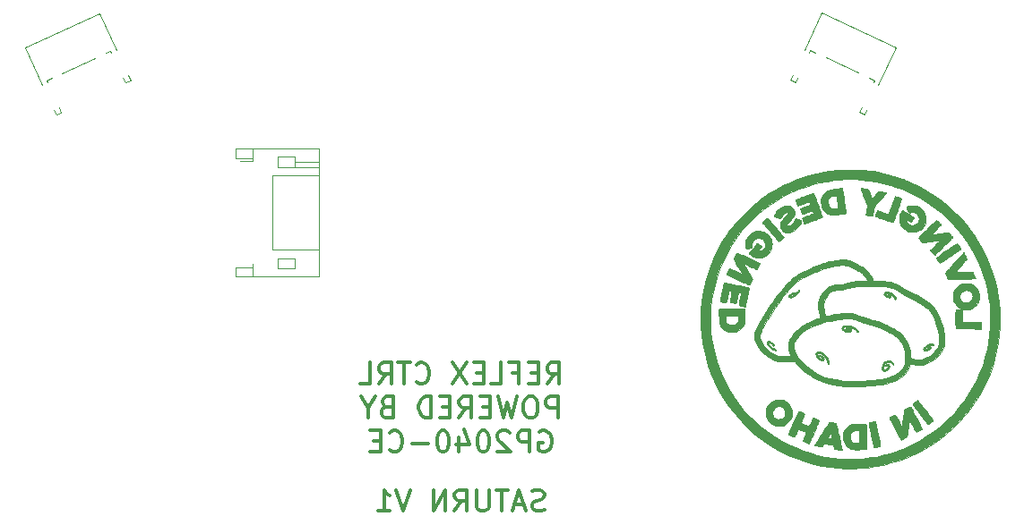
<source format=gbo>
G04 #@! TF.GenerationSoftware,KiCad,Pcbnew,7.0.9*
G04 #@! TF.CreationDate,2023-12-20T17:10:12-07:00*
G04 #@! TF.ProjectId,saturn_controller_pcb,73617475-726e-45f6-936f-6e74726f6c6c,4a*
G04 #@! TF.SameCoordinates,Original*
G04 #@! TF.FileFunction,Legend,Bot*
G04 #@! TF.FilePolarity,Positive*
%FSLAX46Y46*%
G04 Gerber Fmt 4.6, Leading zero omitted, Abs format (unit mm)*
G04 Created by KiCad (PCBNEW 7.0.9) date 2023-12-20 17:10:12*
%MOMM*%
%LPD*%
G01*
G04 APERTURE LIST*
%ADD10C,0.300000*%
%ADD11C,0.010000*%
%ADD12C,0.120000*%
G04 APERTURE END LIST*
D10*
X154762858Y-107989638D02*
X155429525Y-107037257D01*
X155905715Y-107989638D02*
X155905715Y-105989638D01*
X155905715Y-105989638D02*
X155143810Y-105989638D01*
X155143810Y-105989638D02*
X154953334Y-106084876D01*
X154953334Y-106084876D02*
X154858096Y-106180114D01*
X154858096Y-106180114D02*
X154762858Y-106370590D01*
X154762858Y-106370590D02*
X154762858Y-106656304D01*
X154762858Y-106656304D02*
X154858096Y-106846780D01*
X154858096Y-106846780D02*
X154953334Y-106942019D01*
X154953334Y-106942019D02*
X155143810Y-107037257D01*
X155143810Y-107037257D02*
X155905715Y-107037257D01*
X153905715Y-106942019D02*
X153239048Y-106942019D01*
X152953334Y-107989638D02*
X153905715Y-107989638D01*
X153905715Y-107989638D02*
X153905715Y-105989638D01*
X153905715Y-105989638D02*
X152953334Y-105989638D01*
X151429524Y-106942019D02*
X152096191Y-106942019D01*
X152096191Y-107989638D02*
X152096191Y-105989638D01*
X152096191Y-105989638D02*
X151143810Y-105989638D01*
X149429524Y-107989638D02*
X150381905Y-107989638D01*
X150381905Y-107989638D02*
X150381905Y-105989638D01*
X148762857Y-106942019D02*
X148096190Y-106942019D01*
X147810476Y-107989638D02*
X148762857Y-107989638D01*
X148762857Y-107989638D02*
X148762857Y-105989638D01*
X148762857Y-105989638D02*
X147810476Y-105989638D01*
X147143809Y-105989638D02*
X145810476Y-107989638D01*
X145810476Y-105989638D02*
X147143809Y-107989638D01*
X142381904Y-107799161D02*
X142477142Y-107894400D01*
X142477142Y-107894400D02*
X142762856Y-107989638D01*
X142762856Y-107989638D02*
X142953332Y-107989638D01*
X142953332Y-107989638D02*
X143239047Y-107894400D01*
X143239047Y-107894400D02*
X143429523Y-107703923D01*
X143429523Y-107703923D02*
X143524761Y-107513447D01*
X143524761Y-107513447D02*
X143619999Y-107132495D01*
X143619999Y-107132495D02*
X143619999Y-106846780D01*
X143619999Y-106846780D02*
X143524761Y-106465828D01*
X143524761Y-106465828D02*
X143429523Y-106275352D01*
X143429523Y-106275352D02*
X143239047Y-106084876D01*
X143239047Y-106084876D02*
X142953332Y-105989638D01*
X142953332Y-105989638D02*
X142762856Y-105989638D01*
X142762856Y-105989638D02*
X142477142Y-106084876D01*
X142477142Y-106084876D02*
X142381904Y-106180114D01*
X141810475Y-105989638D02*
X140667618Y-105989638D01*
X141239047Y-107989638D02*
X141239047Y-105989638D01*
X138858094Y-107989638D02*
X139524761Y-107037257D01*
X140000951Y-107989638D02*
X140000951Y-105989638D01*
X140000951Y-105989638D02*
X139239046Y-105989638D01*
X139239046Y-105989638D02*
X139048570Y-106084876D01*
X139048570Y-106084876D02*
X138953332Y-106180114D01*
X138953332Y-106180114D02*
X138858094Y-106370590D01*
X138858094Y-106370590D02*
X138858094Y-106656304D01*
X138858094Y-106656304D02*
X138953332Y-106846780D01*
X138953332Y-106846780D02*
X139048570Y-106942019D01*
X139048570Y-106942019D02*
X139239046Y-107037257D01*
X139239046Y-107037257D02*
X140000951Y-107037257D01*
X137048570Y-107989638D02*
X138000951Y-107989638D01*
X138000951Y-107989638D02*
X138000951Y-105989638D01*
X155762857Y-111209638D02*
X155762857Y-109209638D01*
X155762857Y-109209638D02*
X155000952Y-109209638D01*
X155000952Y-109209638D02*
X154810476Y-109304876D01*
X154810476Y-109304876D02*
X154715238Y-109400114D01*
X154715238Y-109400114D02*
X154620000Y-109590590D01*
X154620000Y-109590590D02*
X154620000Y-109876304D01*
X154620000Y-109876304D02*
X154715238Y-110066780D01*
X154715238Y-110066780D02*
X154810476Y-110162019D01*
X154810476Y-110162019D02*
X155000952Y-110257257D01*
X155000952Y-110257257D02*
X155762857Y-110257257D01*
X153381905Y-109209638D02*
X153000952Y-109209638D01*
X153000952Y-109209638D02*
X152810476Y-109304876D01*
X152810476Y-109304876D02*
X152620000Y-109495352D01*
X152620000Y-109495352D02*
X152524762Y-109876304D01*
X152524762Y-109876304D02*
X152524762Y-110542971D01*
X152524762Y-110542971D02*
X152620000Y-110923923D01*
X152620000Y-110923923D02*
X152810476Y-111114400D01*
X152810476Y-111114400D02*
X153000952Y-111209638D01*
X153000952Y-111209638D02*
X153381905Y-111209638D01*
X153381905Y-111209638D02*
X153572381Y-111114400D01*
X153572381Y-111114400D02*
X153762857Y-110923923D01*
X153762857Y-110923923D02*
X153858095Y-110542971D01*
X153858095Y-110542971D02*
X153858095Y-109876304D01*
X153858095Y-109876304D02*
X153762857Y-109495352D01*
X153762857Y-109495352D02*
X153572381Y-109304876D01*
X153572381Y-109304876D02*
X153381905Y-109209638D01*
X151858095Y-109209638D02*
X151381905Y-111209638D01*
X151381905Y-111209638D02*
X151000952Y-109781066D01*
X151000952Y-109781066D02*
X150620000Y-111209638D01*
X150620000Y-111209638D02*
X150143810Y-109209638D01*
X149381905Y-110162019D02*
X148715238Y-110162019D01*
X148429524Y-111209638D02*
X149381905Y-111209638D01*
X149381905Y-111209638D02*
X149381905Y-109209638D01*
X149381905Y-109209638D02*
X148429524Y-109209638D01*
X146429524Y-111209638D02*
X147096191Y-110257257D01*
X147572381Y-111209638D02*
X147572381Y-109209638D01*
X147572381Y-109209638D02*
X146810476Y-109209638D01*
X146810476Y-109209638D02*
X146620000Y-109304876D01*
X146620000Y-109304876D02*
X146524762Y-109400114D01*
X146524762Y-109400114D02*
X146429524Y-109590590D01*
X146429524Y-109590590D02*
X146429524Y-109876304D01*
X146429524Y-109876304D02*
X146524762Y-110066780D01*
X146524762Y-110066780D02*
X146620000Y-110162019D01*
X146620000Y-110162019D02*
X146810476Y-110257257D01*
X146810476Y-110257257D02*
X147572381Y-110257257D01*
X145572381Y-110162019D02*
X144905714Y-110162019D01*
X144620000Y-111209638D02*
X145572381Y-111209638D01*
X145572381Y-111209638D02*
X145572381Y-109209638D01*
X145572381Y-109209638D02*
X144620000Y-109209638D01*
X143762857Y-111209638D02*
X143762857Y-109209638D01*
X143762857Y-109209638D02*
X143286667Y-109209638D01*
X143286667Y-109209638D02*
X143000952Y-109304876D01*
X143000952Y-109304876D02*
X142810476Y-109495352D01*
X142810476Y-109495352D02*
X142715238Y-109685828D01*
X142715238Y-109685828D02*
X142620000Y-110066780D01*
X142620000Y-110066780D02*
X142620000Y-110352495D01*
X142620000Y-110352495D02*
X142715238Y-110733447D01*
X142715238Y-110733447D02*
X142810476Y-110923923D01*
X142810476Y-110923923D02*
X143000952Y-111114400D01*
X143000952Y-111114400D02*
X143286667Y-111209638D01*
X143286667Y-111209638D02*
X143762857Y-111209638D01*
X139572380Y-110162019D02*
X139286666Y-110257257D01*
X139286666Y-110257257D02*
X139191428Y-110352495D01*
X139191428Y-110352495D02*
X139096190Y-110542971D01*
X139096190Y-110542971D02*
X139096190Y-110828685D01*
X139096190Y-110828685D02*
X139191428Y-111019161D01*
X139191428Y-111019161D02*
X139286666Y-111114400D01*
X139286666Y-111114400D02*
X139477142Y-111209638D01*
X139477142Y-111209638D02*
X140239047Y-111209638D01*
X140239047Y-111209638D02*
X140239047Y-109209638D01*
X140239047Y-109209638D02*
X139572380Y-109209638D01*
X139572380Y-109209638D02*
X139381904Y-109304876D01*
X139381904Y-109304876D02*
X139286666Y-109400114D01*
X139286666Y-109400114D02*
X139191428Y-109590590D01*
X139191428Y-109590590D02*
X139191428Y-109781066D01*
X139191428Y-109781066D02*
X139286666Y-109971542D01*
X139286666Y-109971542D02*
X139381904Y-110066780D01*
X139381904Y-110066780D02*
X139572380Y-110162019D01*
X139572380Y-110162019D02*
X140239047Y-110162019D01*
X137858095Y-110257257D02*
X137858095Y-111209638D01*
X138524761Y-109209638D02*
X137858095Y-110257257D01*
X137858095Y-110257257D02*
X137191428Y-109209638D01*
X154048571Y-112524876D02*
X154239047Y-112429638D01*
X154239047Y-112429638D02*
X154524761Y-112429638D01*
X154524761Y-112429638D02*
X154810476Y-112524876D01*
X154810476Y-112524876D02*
X155000952Y-112715352D01*
X155000952Y-112715352D02*
X155096190Y-112905828D01*
X155096190Y-112905828D02*
X155191428Y-113286780D01*
X155191428Y-113286780D02*
X155191428Y-113572495D01*
X155191428Y-113572495D02*
X155096190Y-113953447D01*
X155096190Y-113953447D02*
X155000952Y-114143923D01*
X155000952Y-114143923D02*
X154810476Y-114334400D01*
X154810476Y-114334400D02*
X154524761Y-114429638D01*
X154524761Y-114429638D02*
X154334285Y-114429638D01*
X154334285Y-114429638D02*
X154048571Y-114334400D01*
X154048571Y-114334400D02*
X153953333Y-114239161D01*
X153953333Y-114239161D02*
X153953333Y-113572495D01*
X153953333Y-113572495D02*
X154334285Y-113572495D01*
X153096190Y-114429638D02*
X153096190Y-112429638D01*
X153096190Y-112429638D02*
X152334285Y-112429638D01*
X152334285Y-112429638D02*
X152143809Y-112524876D01*
X152143809Y-112524876D02*
X152048571Y-112620114D01*
X152048571Y-112620114D02*
X151953333Y-112810590D01*
X151953333Y-112810590D02*
X151953333Y-113096304D01*
X151953333Y-113096304D02*
X152048571Y-113286780D01*
X152048571Y-113286780D02*
X152143809Y-113382019D01*
X152143809Y-113382019D02*
X152334285Y-113477257D01*
X152334285Y-113477257D02*
X153096190Y-113477257D01*
X151191428Y-112620114D02*
X151096190Y-112524876D01*
X151096190Y-112524876D02*
X150905714Y-112429638D01*
X150905714Y-112429638D02*
X150429523Y-112429638D01*
X150429523Y-112429638D02*
X150239047Y-112524876D01*
X150239047Y-112524876D02*
X150143809Y-112620114D01*
X150143809Y-112620114D02*
X150048571Y-112810590D01*
X150048571Y-112810590D02*
X150048571Y-113001066D01*
X150048571Y-113001066D02*
X150143809Y-113286780D01*
X150143809Y-113286780D02*
X151286666Y-114429638D01*
X151286666Y-114429638D02*
X150048571Y-114429638D01*
X148810476Y-112429638D02*
X148619999Y-112429638D01*
X148619999Y-112429638D02*
X148429523Y-112524876D01*
X148429523Y-112524876D02*
X148334285Y-112620114D01*
X148334285Y-112620114D02*
X148239047Y-112810590D01*
X148239047Y-112810590D02*
X148143809Y-113191542D01*
X148143809Y-113191542D02*
X148143809Y-113667733D01*
X148143809Y-113667733D02*
X148239047Y-114048685D01*
X148239047Y-114048685D02*
X148334285Y-114239161D01*
X148334285Y-114239161D02*
X148429523Y-114334400D01*
X148429523Y-114334400D02*
X148619999Y-114429638D01*
X148619999Y-114429638D02*
X148810476Y-114429638D01*
X148810476Y-114429638D02*
X149000952Y-114334400D01*
X149000952Y-114334400D02*
X149096190Y-114239161D01*
X149096190Y-114239161D02*
X149191428Y-114048685D01*
X149191428Y-114048685D02*
X149286666Y-113667733D01*
X149286666Y-113667733D02*
X149286666Y-113191542D01*
X149286666Y-113191542D02*
X149191428Y-112810590D01*
X149191428Y-112810590D02*
X149096190Y-112620114D01*
X149096190Y-112620114D02*
X149000952Y-112524876D01*
X149000952Y-112524876D02*
X148810476Y-112429638D01*
X146429523Y-113096304D02*
X146429523Y-114429638D01*
X146905714Y-112334400D02*
X147381904Y-113762971D01*
X147381904Y-113762971D02*
X146143809Y-113762971D01*
X145000952Y-112429638D02*
X144810475Y-112429638D01*
X144810475Y-112429638D02*
X144619999Y-112524876D01*
X144619999Y-112524876D02*
X144524761Y-112620114D01*
X144524761Y-112620114D02*
X144429523Y-112810590D01*
X144429523Y-112810590D02*
X144334285Y-113191542D01*
X144334285Y-113191542D02*
X144334285Y-113667733D01*
X144334285Y-113667733D02*
X144429523Y-114048685D01*
X144429523Y-114048685D02*
X144524761Y-114239161D01*
X144524761Y-114239161D02*
X144619999Y-114334400D01*
X144619999Y-114334400D02*
X144810475Y-114429638D01*
X144810475Y-114429638D02*
X145000952Y-114429638D01*
X145000952Y-114429638D02*
X145191428Y-114334400D01*
X145191428Y-114334400D02*
X145286666Y-114239161D01*
X145286666Y-114239161D02*
X145381904Y-114048685D01*
X145381904Y-114048685D02*
X145477142Y-113667733D01*
X145477142Y-113667733D02*
X145477142Y-113191542D01*
X145477142Y-113191542D02*
X145381904Y-112810590D01*
X145381904Y-112810590D02*
X145286666Y-112620114D01*
X145286666Y-112620114D02*
X145191428Y-112524876D01*
X145191428Y-112524876D02*
X145000952Y-112429638D01*
X143477142Y-113667733D02*
X141953333Y-113667733D01*
X139858095Y-114239161D02*
X139953333Y-114334400D01*
X139953333Y-114334400D02*
X140239047Y-114429638D01*
X140239047Y-114429638D02*
X140429523Y-114429638D01*
X140429523Y-114429638D02*
X140715238Y-114334400D01*
X140715238Y-114334400D02*
X140905714Y-114143923D01*
X140905714Y-114143923D02*
X141000952Y-113953447D01*
X141000952Y-113953447D02*
X141096190Y-113572495D01*
X141096190Y-113572495D02*
X141096190Y-113286780D01*
X141096190Y-113286780D02*
X141000952Y-112905828D01*
X141000952Y-112905828D02*
X140905714Y-112715352D01*
X140905714Y-112715352D02*
X140715238Y-112524876D01*
X140715238Y-112524876D02*
X140429523Y-112429638D01*
X140429523Y-112429638D02*
X140239047Y-112429638D01*
X140239047Y-112429638D02*
X139953333Y-112524876D01*
X139953333Y-112524876D02*
X139858095Y-112620114D01*
X139000952Y-113382019D02*
X138334285Y-113382019D01*
X138048571Y-114429638D02*
X139000952Y-114429638D01*
X139000952Y-114429638D02*
X139000952Y-112429638D01*
X139000952Y-112429638D02*
X138048571Y-112429638D01*
X154477143Y-119934400D02*
X154191429Y-120029638D01*
X154191429Y-120029638D02*
X153715238Y-120029638D01*
X153715238Y-120029638D02*
X153524762Y-119934400D01*
X153524762Y-119934400D02*
X153429524Y-119839161D01*
X153429524Y-119839161D02*
X153334286Y-119648685D01*
X153334286Y-119648685D02*
X153334286Y-119458209D01*
X153334286Y-119458209D02*
X153429524Y-119267733D01*
X153429524Y-119267733D02*
X153524762Y-119172495D01*
X153524762Y-119172495D02*
X153715238Y-119077257D01*
X153715238Y-119077257D02*
X154096191Y-118982019D01*
X154096191Y-118982019D02*
X154286667Y-118886780D01*
X154286667Y-118886780D02*
X154381905Y-118791542D01*
X154381905Y-118791542D02*
X154477143Y-118601066D01*
X154477143Y-118601066D02*
X154477143Y-118410590D01*
X154477143Y-118410590D02*
X154381905Y-118220114D01*
X154381905Y-118220114D02*
X154286667Y-118124876D01*
X154286667Y-118124876D02*
X154096191Y-118029638D01*
X154096191Y-118029638D02*
X153620000Y-118029638D01*
X153620000Y-118029638D02*
X153334286Y-118124876D01*
X152572381Y-119458209D02*
X151620000Y-119458209D01*
X152762857Y-120029638D02*
X152096191Y-118029638D01*
X152096191Y-118029638D02*
X151429524Y-120029638D01*
X151048571Y-118029638D02*
X149905714Y-118029638D01*
X150477143Y-120029638D02*
X150477143Y-118029638D01*
X149239047Y-118029638D02*
X149239047Y-119648685D01*
X149239047Y-119648685D02*
X149143809Y-119839161D01*
X149143809Y-119839161D02*
X149048571Y-119934400D01*
X149048571Y-119934400D02*
X148858095Y-120029638D01*
X148858095Y-120029638D02*
X148477142Y-120029638D01*
X148477142Y-120029638D02*
X148286666Y-119934400D01*
X148286666Y-119934400D02*
X148191428Y-119839161D01*
X148191428Y-119839161D02*
X148096190Y-119648685D01*
X148096190Y-119648685D02*
X148096190Y-118029638D01*
X146000952Y-120029638D02*
X146667619Y-119077257D01*
X147143809Y-120029638D02*
X147143809Y-118029638D01*
X147143809Y-118029638D02*
X146381904Y-118029638D01*
X146381904Y-118029638D02*
X146191428Y-118124876D01*
X146191428Y-118124876D02*
X146096190Y-118220114D01*
X146096190Y-118220114D02*
X146000952Y-118410590D01*
X146000952Y-118410590D02*
X146000952Y-118696304D01*
X146000952Y-118696304D02*
X146096190Y-118886780D01*
X146096190Y-118886780D02*
X146191428Y-118982019D01*
X146191428Y-118982019D02*
X146381904Y-119077257D01*
X146381904Y-119077257D02*
X147143809Y-119077257D01*
X145143809Y-120029638D02*
X145143809Y-118029638D01*
X145143809Y-118029638D02*
X144000952Y-120029638D01*
X144000952Y-120029638D02*
X144000952Y-118029638D01*
X141810475Y-118029638D02*
X141143809Y-120029638D01*
X141143809Y-120029638D02*
X140477142Y-118029638D01*
X138762856Y-120029638D02*
X139905713Y-120029638D01*
X139334285Y-120029638D02*
X139334285Y-118029638D01*
X139334285Y-118029638D02*
X139524761Y-118315352D01*
X139524761Y-118315352D02*
X139715237Y-118505828D01*
X139715237Y-118505828D02*
X139905713Y-118601066D01*
D11*
X178562327Y-99144611D02*
X178557462Y-99180330D01*
X178525288Y-99238402D01*
X178470699Y-99312053D01*
X178399066Y-99395630D01*
X178315757Y-99483485D01*
X178226141Y-99569964D01*
X178135590Y-99649419D01*
X178049471Y-99716197D01*
X177973156Y-99764648D01*
X177862730Y-99812260D01*
X177762320Y-99833753D01*
X177677824Y-99831040D01*
X177613532Y-99806900D01*
X177573734Y-99764111D01*
X177562722Y-99705451D01*
X177584785Y-99633700D01*
X177644216Y-99551635D01*
X177645722Y-99550009D01*
X177712517Y-99489711D01*
X177792608Y-99434529D01*
X177878101Y-99387798D01*
X177961104Y-99352855D01*
X178033722Y-99333037D01*
X178088062Y-99331680D01*
X178116232Y-99352120D01*
X178121474Y-99374592D01*
X178113495Y-99397912D01*
X178084742Y-99423193D01*
X178029230Y-99455480D01*
X177940974Y-99499816D01*
X177901288Y-99519907D01*
X177806159Y-99575481D01*
X177737475Y-99627418D01*
X177699642Y-99672001D01*
X177697069Y-99705515D01*
X177702841Y-99711475D01*
X177742773Y-99717718D01*
X177807480Y-99703295D01*
X177888489Y-99669788D01*
X177963681Y-99626115D01*
X178082141Y-99536775D01*
X178206276Y-99422104D01*
X178327845Y-99289242D01*
X178377718Y-99231858D01*
X178449175Y-99159539D01*
X178502399Y-99121733D01*
X178539434Y-99117177D01*
X178562327Y-99144611D01*
G36*
X178562327Y-99144611D02*
G01*
X178557462Y-99180330D01*
X178525288Y-99238402D01*
X178470699Y-99312053D01*
X178399066Y-99395630D01*
X178315757Y-99483485D01*
X178226141Y-99569964D01*
X178135590Y-99649419D01*
X178049471Y-99716197D01*
X177973156Y-99764648D01*
X177862730Y-99812260D01*
X177762320Y-99833753D01*
X177677824Y-99831040D01*
X177613532Y-99806900D01*
X177573734Y-99764111D01*
X177562722Y-99705451D01*
X177584785Y-99633700D01*
X177644216Y-99551635D01*
X177645722Y-99550009D01*
X177712517Y-99489711D01*
X177792608Y-99434529D01*
X177878101Y-99387798D01*
X177961104Y-99352855D01*
X178033722Y-99333037D01*
X178088062Y-99331680D01*
X178116232Y-99352120D01*
X178121474Y-99374592D01*
X178113495Y-99397912D01*
X178084742Y-99423193D01*
X178029230Y-99455480D01*
X177940974Y-99499816D01*
X177901288Y-99519907D01*
X177806159Y-99575481D01*
X177737475Y-99627418D01*
X177699642Y-99672001D01*
X177697069Y-99705515D01*
X177702841Y-99711475D01*
X177742773Y-99717718D01*
X177807480Y-99703295D01*
X177888489Y-99669788D01*
X177963681Y-99626115D01*
X178082141Y-99536775D01*
X178206276Y-99422104D01*
X178327845Y-99289242D01*
X178377718Y-99231858D01*
X178449175Y-99159539D01*
X178502399Y-99121733D01*
X178539434Y-99117177D01*
X178562327Y-99144611D01*
G37*
X175772567Y-103936746D02*
X175872532Y-103983984D01*
X175974037Y-104059989D01*
X176011589Y-104095637D01*
X176076525Y-104165609D01*
X176131776Y-104234942D01*
X176170180Y-104294301D01*
X176184572Y-104334352D01*
X176175573Y-104356160D01*
X176141604Y-104385177D01*
X176119104Y-104394447D01*
X176088476Y-104388551D01*
X176051645Y-104351870D01*
X175979626Y-104267022D01*
X175916307Y-104197372D01*
X175864900Y-104148680D01*
X175818174Y-104114176D01*
X175768897Y-104087087D01*
X175709000Y-104062908D01*
X175659633Y-104059448D01*
X175638225Y-104086670D01*
X175643502Y-104145162D01*
X175659633Y-104181198D01*
X175707815Y-104246754D01*
X175779402Y-104323948D01*
X175867266Y-104406220D01*
X175964279Y-104487010D01*
X176063312Y-104559761D01*
X176157238Y-104617912D01*
X176234520Y-104661673D01*
X176301718Y-104705801D01*
X176337388Y-104740739D01*
X176345622Y-104770792D01*
X176330513Y-104800270D01*
X176318523Y-104813300D01*
X176296152Y-104825571D01*
X176264385Y-104822617D01*
X176213981Y-104802729D01*
X176135701Y-104764195D01*
X176134226Y-104763444D01*
X175974596Y-104672070D01*
X175831325Y-104570400D01*
X175708268Y-104462692D01*
X175609280Y-104353206D01*
X175538215Y-104246200D01*
X175498929Y-104145934D01*
X175495276Y-104056666D01*
X175500116Y-104036239D01*
X175537919Y-103968021D01*
X175599661Y-103928726D01*
X175679744Y-103918314D01*
X175772567Y-103936746D01*
G36*
X175772567Y-103936746D02*
G01*
X175872532Y-103983984D01*
X175974037Y-104059989D01*
X176011589Y-104095637D01*
X176076525Y-104165609D01*
X176131776Y-104234942D01*
X176170180Y-104294301D01*
X176184572Y-104334352D01*
X176175573Y-104356160D01*
X176141604Y-104385177D01*
X176119104Y-104394447D01*
X176088476Y-104388551D01*
X176051645Y-104351870D01*
X175979626Y-104267022D01*
X175916307Y-104197372D01*
X175864900Y-104148680D01*
X175818174Y-104114176D01*
X175768897Y-104087087D01*
X175709000Y-104062908D01*
X175659633Y-104059448D01*
X175638225Y-104086670D01*
X175643502Y-104145162D01*
X175659633Y-104181198D01*
X175707815Y-104246754D01*
X175779402Y-104323948D01*
X175867266Y-104406220D01*
X175964279Y-104487010D01*
X176063312Y-104559761D01*
X176157238Y-104617912D01*
X176234520Y-104661673D01*
X176301718Y-104705801D01*
X176337388Y-104740739D01*
X176345622Y-104770792D01*
X176330513Y-104800270D01*
X176318523Y-104813300D01*
X176296152Y-104825571D01*
X176264385Y-104822617D01*
X176213981Y-104802729D01*
X176135701Y-104764195D01*
X176134226Y-104763444D01*
X175974596Y-104672070D01*
X175831325Y-104570400D01*
X175708268Y-104462692D01*
X175609280Y-104353206D01*
X175538215Y-104246200D01*
X175498929Y-104145934D01*
X175495276Y-104056666D01*
X175500116Y-104036239D01*
X175537919Y-103968021D01*
X175599661Y-103928726D01*
X175679744Y-103918314D01*
X175772567Y-103936746D01*
G37*
X193483857Y-94723131D02*
X193521483Y-94764107D01*
X193570656Y-94827277D01*
X193626053Y-94904683D01*
X193682350Y-94988369D01*
X193734225Y-95070379D01*
X193776353Y-95142758D01*
X193803412Y-95197549D01*
X193810078Y-95226796D01*
X193803172Y-95233888D01*
X193765274Y-95263557D01*
X193697299Y-95313245D01*
X193602487Y-95380690D01*
X193484075Y-95463628D01*
X193345301Y-95559799D01*
X193189404Y-95666940D01*
X193019622Y-95782789D01*
X192839193Y-95905083D01*
X192735484Y-95975002D01*
X192559686Y-96092836D01*
X192395581Y-96201981D01*
X192246497Y-96300272D01*
X192115761Y-96385544D01*
X192006700Y-96455635D01*
X191922640Y-96508378D01*
X191866910Y-96541612D01*
X191842836Y-96553171D01*
X191822790Y-96542704D01*
X191783210Y-96502607D01*
X191732989Y-96439932D01*
X191677384Y-96362657D01*
X191621653Y-96278764D01*
X191571052Y-96196234D01*
X191530837Y-96123048D01*
X191506266Y-96067185D01*
X191502596Y-96036627D01*
X191519105Y-96021570D01*
X191567618Y-95984810D01*
X191643963Y-95929793D01*
X191744223Y-95859163D01*
X191864480Y-95775564D01*
X192000819Y-95681641D01*
X192149322Y-95580037D01*
X192306071Y-95473396D01*
X192467151Y-95364363D01*
X192628644Y-95255581D01*
X192786633Y-95149695D01*
X192937201Y-95049349D01*
X193076431Y-94957186D01*
X193200407Y-94875852D01*
X193305210Y-94807988D01*
X193386925Y-94756241D01*
X193441634Y-94723254D01*
X193465421Y-94711671D01*
X193483857Y-94723131D01*
G36*
X193483857Y-94723131D02*
G01*
X193521483Y-94764107D01*
X193570656Y-94827277D01*
X193626053Y-94904683D01*
X193682350Y-94988369D01*
X193734225Y-95070379D01*
X193776353Y-95142758D01*
X193803412Y-95197549D01*
X193810078Y-95226796D01*
X193803172Y-95233888D01*
X193765274Y-95263557D01*
X193697299Y-95313245D01*
X193602487Y-95380690D01*
X193484075Y-95463628D01*
X193345301Y-95559799D01*
X193189404Y-95666940D01*
X193019622Y-95782789D01*
X192839193Y-95905083D01*
X192735484Y-95975002D01*
X192559686Y-96092836D01*
X192395581Y-96201981D01*
X192246497Y-96300272D01*
X192115761Y-96385544D01*
X192006700Y-96455635D01*
X191922640Y-96508378D01*
X191866910Y-96541612D01*
X191842836Y-96553171D01*
X191822790Y-96542704D01*
X191783210Y-96502607D01*
X191732989Y-96439932D01*
X191677384Y-96362657D01*
X191621653Y-96278764D01*
X191571052Y-96196234D01*
X191530837Y-96123048D01*
X191506266Y-96067185D01*
X191502596Y-96036627D01*
X191519105Y-96021570D01*
X191567618Y-95984810D01*
X191643963Y-95929793D01*
X191744223Y-95859163D01*
X191864480Y-95775564D01*
X192000819Y-95681641D01*
X192149322Y-95580037D01*
X192306071Y-95473396D01*
X192467151Y-95364363D01*
X192628644Y-95255581D01*
X192786633Y-95149695D01*
X192937201Y-95049349D01*
X193076431Y-94957186D01*
X193200407Y-94875852D01*
X193305210Y-94807988D01*
X193386925Y-94756241D01*
X193441634Y-94723254D01*
X193465421Y-94711671D01*
X193483857Y-94723131D01*
G37*
X175551212Y-92319230D02*
X175595346Y-92364113D01*
X175660796Y-92434130D01*
X175744464Y-92525736D01*
X175843255Y-92635390D01*
X175954070Y-92759549D01*
X176073815Y-92894671D01*
X176199393Y-93037213D01*
X176327706Y-93183632D01*
X176455660Y-93330386D01*
X176580156Y-93473933D01*
X176698099Y-93610729D01*
X176806393Y-93737233D01*
X176901940Y-93849902D01*
X176981645Y-93945193D01*
X177042411Y-94019564D01*
X177081141Y-94069472D01*
X177094739Y-94091374D01*
X177092168Y-94100684D01*
X177064187Y-94138751D01*
X177004713Y-94199372D01*
X176912880Y-94283394D01*
X176787822Y-94391666D01*
X176746929Y-94426014D01*
X176689071Y-94470985D01*
X176649944Y-94493037D01*
X176621513Y-94496026D01*
X176595742Y-94483805D01*
X176592826Y-94481126D01*
X176566494Y-94452786D01*
X176516037Y-94396479D01*
X176444141Y-94315267D01*
X176353495Y-94212210D01*
X176246786Y-94090370D01*
X176126704Y-93952806D01*
X175995935Y-93802581D01*
X175857167Y-93642754D01*
X175815552Y-93594766D01*
X175677762Y-93435923D01*
X175548153Y-93286580D01*
X175429518Y-93149951D01*
X175324647Y-93029249D01*
X175236334Y-92927685D01*
X175167370Y-92848473D01*
X175120547Y-92794827D01*
X175098658Y-92769957D01*
X175069828Y-92724313D01*
X175075233Y-92682244D01*
X175077947Y-92677287D01*
X175109175Y-92638932D01*
X175162873Y-92585546D01*
X175231446Y-92523441D01*
X175307297Y-92458929D01*
X175382832Y-92398320D01*
X175450455Y-92347927D01*
X175502571Y-92314062D01*
X175531584Y-92303034D01*
X175551212Y-92319230D01*
G36*
X175551212Y-92319230D02*
G01*
X175595346Y-92364113D01*
X175660796Y-92434130D01*
X175744464Y-92525736D01*
X175843255Y-92635390D01*
X175954070Y-92759549D01*
X176073815Y-92894671D01*
X176199393Y-93037213D01*
X176327706Y-93183632D01*
X176455660Y-93330386D01*
X176580156Y-93473933D01*
X176698099Y-93610729D01*
X176806393Y-93737233D01*
X176901940Y-93849902D01*
X176981645Y-93945193D01*
X177042411Y-94019564D01*
X177081141Y-94069472D01*
X177094739Y-94091374D01*
X177092168Y-94100684D01*
X177064187Y-94138751D01*
X177004713Y-94199372D01*
X176912880Y-94283394D01*
X176787822Y-94391666D01*
X176746929Y-94426014D01*
X176689071Y-94470985D01*
X176649944Y-94493037D01*
X176621513Y-94496026D01*
X176595742Y-94483805D01*
X176592826Y-94481126D01*
X176566494Y-94452786D01*
X176516037Y-94396479D01*
X176444141Y-94315267D01*
X176353495Y-94212210D01*
X176246786Y-94090370D01*
X176126704Y-93952806D01*
X175995935Y-93802581D01*
X175857167Y-93642754D01*
X175815552Y-93594766D01*
X175677762Y-93435923D01*
X175548153Y-93286580D01*
X175429518Y-93149951D01*
X175324647Y-93029249D01*
X175236334Y-92927685D01*
X175167370Y-92848473D01*
X175120547Y-92794827D01*
X175098658Y-92769957D01*
X175069828Y-92724313D01*
X175075233Y-92682244D01*
X175077947Y-92677287D01*
X175109175Y-92638932D01*
X175162873Y-92585546D01*
X175231446Y-92523441D01*
X175307297Y-92458929D01*
X175382832Y-92398320D01*
X175450455Y-92347927D01*
X175502571Y-92314062D01*
X175531584Y-92303034D01*
X175551212Y-92319230D01*
G37*
X185722967Y-111550310D02*
X185739905Y-111561841D01*
X185744291Y-111571453D01*
X185758192Y-111618859D01*
X185779104Y-111701691D01*
X185806146Y-111816053D01*
X185838439Y-111958052D01*
X185875103Y-112123791D01*
X185915258Y-112309376D01*
X185958025Y-112510912D01*
X186002524Y-112724504D01*
X186021169Y-112814912D01*
X186070069Y-113053276D01*
X186110823Y-113254332D01*
X186143972Y-113421126D01*
X186170056Y-113556705D01*
X186189615Y-113664114D01*
X186203190Y-113746400D01*
X186211321Y-113806608D01*
X186214549Y-113847785D01*
X186213413Y-113872977D01*
X186208456Y-113885231D01*
X186189201Y-113896322D01*
X186133943Y-113916548D01*
X186054515Y-113939662D01*
X185960964Y-113962524D01*
X185915708Y-113972503D01*
X185801618Y-113995920D01*
X185720103Y-114008827D01*
X185664929Y-114011697D01*
X185629860Y-114005001D01*
X185608662Y-113989212D01*
X185606019Y-113982975D01*
X185594372Y-113940698D01*
X185575590Y-113862595D01*
X185550536Y-113752603D01*
X185520075Y-113614657D01*
X185485070Y-113452696D01*
X185446384Y-113270656D01*
X185404881Y-113072474D01*
X185361425Y-112862087D01*
X185342005Y-112767476D01*
X185299789Y-112562183D01*
X185260351Y-112370895D01*
X185224507Y-112197535D01*
X185193071Y-112046029D01*
X185166859Y-111920300D01*
X185146685Y-111824272D01*
X185133366Y-111761871D01*
X185127715Y-111737020D01*
X185125575Y-111728836D01*
X185130049Y-111697500D01*
X185159522Y-111669751D01*
X185218265Y-111643549D01*
X185310551Y-111616854D01*
X185440652Y-111587628D01*
X185479332Y-111579666D01*
X185580924Y-111559773D01*
X185650627Y-111548660D01*
X185695591Y-111545711D01*
X185722967Y-111550310D01*
G36*
X185722967Y-111550310D02*
G01*
X185739905Y-111561841D01*
X185744291Y-111571453D01*
X185758192Y-111618859D01*
X185779104Y-111701691D01*
X185806146Y-111816053D01*
X185838439Y-111958052D01*
X185875103Y-112123791D01*
X185915258Y-112309376D01*
X185958025Y-112510912D01*
X186002524Y-112724504D01*
X186021169Y-112814912D01*
X186070069Y-113053276D01*
X186110823Y-113254332D01*
X186143972Y-113421126D01*
X186170056Y-113556705D01*
X186189615Y-113664114D01*
X186203190Y-113746400D01*
X186211321Y-113806608D01*
X186214549Y-113847785D01*
X186213413Y-113872977D01*
X186208456Y-113885231D01*
X186189201Y-113896322D01*
X186133943Y-113916548D01*
X186054515Y-113939662D01*
X185960964Y-113962524D01*
X185915708Y-113972503D01*
X185801618Y-113995920D01*
X185720103Y-114008827D01*
X185664929Y-114011697D01*
X185629860Y-114005001D01*
X185608662Y-113989212D01*
X185606019Y-113982975D01*
X185594372Y-113940698D01*
X185575590Y-113862595D01*
X185550536Y-113752603D01*
X185520075Y-113614657D01*
X185485070Y-113452696D01*
X185446384Y-113270656D01*
X185404881Y-113072474D01*
X185361425Y-112862087D01*
X185342005Y-112767476D01*
X185299789Y-112562183D01*
X185260351Y-112370895D01*
X185224507Y-112197535D01*
X185193071Y-112046029D01*
X185166859Y-111920300D01*
X185146685Y-111824272D01*
X185133366Y-111761871D01*
X185127715Y-111737020D01*
X185125575Y-111728836D01*
X185130049Y-111697500D01*
X185159522Y-111669751D01*
X185218265Y-111643549D01*
X185310551Y-111616854D01*
X185440652Y-111587628D01*
X185479332Y-111579666D01*
X185580924Y-111559773D01*
X185650627Y-111548660D01*
X185695591Y-111545711D01*
X185722967Y-111550310D01*
G37*
X189746540Y-109550525D02*
X189785300Y-109565703D01*
X189788048Y-109568438D01*
X189812466Y-109597761D01*
X189858707Y-109655695D01*
X189923842Y-109738443D01*
X190004948Y-109842211D01*
X190099096Y-109963200D01*
X190203362Y-110097616D01*
X190314818Y-110241661D01*
X190430539Y-110391540D01*
X190547598Y-110543456D01*
X190663070Y-110693613D01*
X190774028Y-110838215D01*
X190877545Y-110973464D01*
X190970696Y-111095566D01*
X191050555Y-111200723D01*
X191114195Y-111285139D01*
X191158690Y-111345018D01*
X191181114Y-111376564D01*
X191185822Y-111383869D01*
X191206829Y-111422917D01*
X191201883Y-111450217D01*
X191168656Y-111486264D01*
X191146182Y-111506683D01*
X191090837Y-111553226D01*
X191018087Y-111611907D01*
X190937739Y-111674724D01*
X190878634Y-111719299D01*
X190810864Y-111767956D01*
X190760452Y-111801249D01*
X190735324Y-111813732D01*
X190733925Y-111813730D01*
X190723427Y-111811153D01*
X190709424Y-111802337D01*
X190689900Y-111784790D01*
X190662837Y-111756021D01*
X190626216Y-111713540D01*
X190578020Y-111654856D01*
X190516231Y-111577478D01*
X190438831Y-111478914D01*
X190343803Y-111356674D01*
X190229128Y-111208267D01*
X190092790Y-111031202D01*
X189932769Y-110822988D01*
X189799785Y-110649571D01*
X189667370Y-110476022D01*
X189557770Y-110331122D01*
X189469195Y-110212367D01*
X189399855Y-110117255D01*
X189347960Y-110043280D01*
X189311719Y-109987939D01*
X189289342Y-109948729D01*
X189279039Y-109923145D01*
X189279020Y-109908684D01*
X189282357Y-109903305D01*
X189313192Y-109870785D01*
X189367377Y-109822570D01*
X189436986Y-109764840D01*
X189514096Y-109703777D01*
X189590782Y-109645563D01*
X189659121Y-109596379D01*
X189711186Y-109562407D01*
X189739055Y-109549828D01*
X189746540Y-109550525D01*
G36*
X189746540Y-109550525D02*
G01*
X189785300Y-109565703D01*
X189788048Y-109568438D01*
X189812466Y-109597761D01*
X189858707Y-109655695D01*
X189923842Y-109738443D01*
X190004948Y-109842211D01*
X190099096Y-109963200D01*
X190203362Y-110097616D01*
X190314818Y-110241661D01*
X190430539Y-110391540D01*
X190547598Y-110543456D01*
X190663070Y-110693613D01*
X190774028Y-110838215D01*
X190877545Y-110973464D01*
X190970696Y-111095566D01*
X191050555Y-111200723D01*
X191114195Y-111285139D01*
X191158690Y-111345018D01*
X191181114Y-111376564D01*
X191185822Y-111383869D01*
X191206829Y-111422917D01*
X191201883Y-111450217D01*
X191168656Y-111486264D01*
X191146182Y-111506683D01*
X191090837Y-111553226D01*
X191018087Y-111611907D01*
X190937739Y-111674724D01*
X190878634Y-111719299D01*
X190810864Y-111767956D01*
X190760452Y-111801249D01*
X190735324Y-111813732D01*
X190733925Y-111813730D01*
X190723427Y-111811153D01*
X190709424Y-111802337D01*
X190689900Y-111784790D01*
X190662837Y-111756021D01*
X190626216Y-111713540D01*
X190578020Y-111654856D01*
X190516231Y-111577478D01*
X190438831Y-111478914D01*
X190343803Y-111356674D01*
X190229128Y-111208267D01*
X190092790Y-111031202D01*
X189932769Y-110822988D01*
X189799785Y-110649571D01*
X189667370Y-110476022D01*
X189557770Y-110331122D01*
X189469195Y-110212367D01*
X189399855Y-110117255D01*
X189347960Y-110043280D01*
X189311719Y-109987939D01*
X189289342Y-109948729D01*
X189279039Y-109923145D01*
X189279020Y-109908684D01*
X189282357Y-109903305D01*
X189313192Y-109870785D01*
X189367377Y-109822570D01*
X189436986Y-109764840D01*
X189514096Y-109703777D01*
X189590782Y-109645563D01*
X189659121Y-109596379D01*
X189711186Y-109562407D01*
X189739055Y-109549828D01*
X189746540Y-109550525D01*
G37*
X186907484Y-99290237D02*
X187091671Y-99327170D01*
X187267081Y-99393011D01*
X187423644Y-99483618D01*
X187551288Y-99594853D01*
X187624959Y-99687922D01*
X187678383Y-99790383D01*
X187696316Y-99883265D01*
X187677328Y-99962395D01*
X187666343Y-99977368D01*
X187628073Y-99999623D01*
X187587588Y-100000208D01*
X187562641Y-99976879D01*
X187561235Y-99971946D01*
X187551704Y-99928753D01*
X187540823Y-99869145D01*
X187536357Y-99848465D01*
X187492030Y-99755155D01*
X187412410Y-99665444D01*
X187303233Y-99583801D01*
X187170230Y-99514693D01*
X187019134Y-99462587D01*
X186934139Y-99444325D01*
X186847694Y-99433974D01*
X186774340Y-99433015D01*
X186723452Y-99441537D01*
X186704406Y-99459627D01*
X186704531Y-99462315D01*
X186725151Y-99503113D01*
X186774634Y-99552227D01*
X186843713Y-99601841D01*
X186923123Y-99644138D01*
X186963142Y-99660383D01*
X187011621Y-99675150D01*
X187038542Y-99677438D01*
X187037616Y-99667222D01*
X187002552Y-99644474D01*
X186966729Y-99610846D01*
X186960478Y-99569268D01*
X186980932Y-99532474D01*
X187021739Y-99511406D01*
X187076549Y-99517004D01*
X187087175Y-99521923D01*
X187133660Y-99556702D01*
X187181361Y-99606857D01*
X187218568Y-99658816D01*
X187233572Y-99699007D01*
X187233210Y-99702947D01*
X187215348Y-99740351D01*
X187178880Y-99784787D01*
X187168521Y-99794893D01*
X187130805Y-99822798D01*
X187087846Y-99831980D01*
X187021578Y-99827327D01*
X186917574Y-99803370D01*
X186794313Y-99751454D01*
X186683702Y-99681375D01*
X186648943Y-99651035D01*
X186587122Y-99570486D01*
X186558652Y-99486161D01*
X186565141Y-99405421D01*
X186608194Y-99335625D01*
X186626679Y-99318620D01*
X186664238Y-99296538D01*
X186715320Y-99286221D01*
X186794247Y-99283671D01*
X186907484Y-99290237D01*
G36*
X186907484Y-99290237D02*
G01*
X187091671Y-99327170D01*
X187267081Y-99393011D01*
X187423644Y-99483618D01*
X187551288Y-99594853D01*
X187624959Y-99687922D01*
X187678383Y-99790383D01*
X187696316Y-99883265D01*
X187677328Y-99962395D01*
X187666343Y-99977368D01*
X187628073Y-99999623D01*
X187587588Y-100000208D01*
X187562641Y-99976879D01*
X187561235Y-99971946D01*
X187551704Y-99928753D01*
X187540823Y-99869145D01*
X187536357Y-99848465D01*
X187492030Y-99755155D01*
X187412410Y-99665444D01*
X187303233Y-99583801D01*
X187170230Y-99514693D01*
X187019134Y-99462587D01*
X186934139Y-99444325D01*
X186847694Y-99433974D01*
X186774340Y-99433015D01*
X186723452Y-99441537D01*
X186704406Y-99459627D01*
X186704531Y-99462315D01*
X186725151Y-99503113D01*
X186774634Y-99552227D01*
X186843713Y-99601841D01*
X186923123Y-99644138D01*
X186963142Y-99660383D01*
X187011621Y-99675150D01*
X187038542Y-99677438D01*
X187037616Y-99667222D01*
X187002552Y-99644474D01*
X186966729Y-99610846D01*
X186960478Y-99569268D01*
X186980932Y-99532474D01*
X187021739Y-99511406D01*
X187076549Y-99517004D01*
X187087175Y-99521923D01*
X187133660Y-99556702D01*
X187181361Y-99606857D01*
X187218568Y-99658816D01*
X187233572Y-99699007D01*
X187233210Y-99702947D01*
X187215348Y-99740351D01*
X187178880Y-99784787D01*
X187168521Y-99794893D01*
X187130805Y-99822798D01*
X187087846Y-99831980D01*
X187021578Y-99827327D01*
X186917574Y-99803370D01*
X186794313Y-99751454D01*
X186683702Y-99681375D01*
X186648943Y-99651035D01*
X186587122Y-99570486D01*
X186558652Y-99486161D01*
X186565141Y-99405421D01*
X186608194Y-99335625D01*
X186626679Y-99318620D01*
X186664238Y-99296538D01*
X186715320Y-99286221D01*
X186794247Y-99283671D01*
X186907484Y-99290237D01*
G37*
X193638378Y-100953833D02*
X193651851Y-100954065D01*
X193753796Y-100956674D01*
X193839242Y-100960310D01*
X193899578Y-100964523D01*
X193926194Y-100968865D01*
X193930415Y-100988299D01*
X193934624Y-101044979D01*
X193938203Y-101133105D01*
X193940977Y-101246973D01*
X193942769Y-101380876D01*
X193943406Y-101529110D01*
X193943406Y-102078718D01*
X193997700Y-102099361D01*
X194025210Y-102103769D01*
X194093194Y-102108353D01*
X194196293Y-102112307D01*
X194330639Y-102115539D01*
X194492362Y-102117959D01*
X194677594Y-102119478D01*
X194882467Y-102120004D01*
X195003930Y-102120097D01*
X195209106Y-102120846D01*
X195376196Y-102122411D01*
X195508000Y-102124876D01*
X195607316Y-102128325D01*
X195676945Y-102132841D01*
X195719686Y-102138506D01*
X195738339Y-102145404D01*
X195739848Y-102147259D01*
X195750346Y-102183560D01*
X195757911Y-102250762D01*
X195762514Y-102338788D01*
X195764125Y-102437559D01*
X195762716Y-102536996D01*
X195758256Y-102627020D01*
X195750716Y-102697554D01*
X195740067Y-102738519D01*
X195716395Y-102782751D01*
X194544891Y-102770584D01*
X194406444Y-102769053D01*
X194194740Y-102766340D01*
X193998037Y-102763371D01*
X193820238Y-102760229D01*
X193665249Y-102756999D01*
X193536975Y-102753764D01*
X193439318Y-102750610D01*
X193376185Y-102747620D01*
X193351480Y-102744878D01*
X193349040Y-102738728D01*
X193344327Y-102697122D01*
X193340254Y-102621173D01*
X193336828Y-102516312D01*
X193334057Y-102387968D01*
X193331949Y-102241569D01*
X193330512Y-102082547D01*
X193329752Y-101916329D01*
X193329678Y-101748345D01*
X193330297Y-101584026D01*
X193331617Y-101428799D01*
X193333646Y-101288096D01*
X193336390Y-101167344D01*
X193339859Y-101071974D01*
X193344059Y-101007415D01*
X193348998Y-100979097D01*
X193357810Y-100970616D01*
X193386512Y-100960772D01*
X193438660Y-100955059D01*
X193520525Y-100952929D01*
X193638378Y-100953833D01*
G36*
X193638378Y-100953833D02*
G01*
X193651851Y-100954065D01*
X193753796Y-100956674D01*
X193839242Y-100960310D01*
X193899578Y-100964523D01*
X193926194Y-100968865D01*
X193930415Y-100988299D01*
X193934624Y-101044979D01*
X193938203Y-101133105D01*
X193940977Y-101246973D01*
X193942769Y-101380876D01*
X193943406Y-101529110D01*
X193943406Y-102078718D01*
X193997700Y-102099361D01*
X194025210Y-102103769D01*
X194093194Y-102108353D01*
X194196293Y-102112307D01*
X194330639Y-102115539D01*
X194492362Y-102117959D01*
X194677594Y-102119478D01*
X194882467Y-102120004D01*
X195003930Y-102120097D01*
X195209106Y-102120846D01*
X195376196Y-102122411D01*
X195508000Y-102124876D01*
X195607316Y-102128325D01*
X195676945Y-102132841D01*
X195719686Y-102138506D01*
X195738339Y-102145404D01*
X195739848Y-102147259D01*
X195750346Y-102183560D01*
X195757911Y-102250762D01*
X195762514Y-102338788D01*
X195764125Y-102437559D01*
X195762716Y-102536996D01*
X195758256Y-102627020D01*
X195750716Y-102697554D01*
X195740067Y-102738519D01*
X195716395Y-102782751D01*
X194544891Y-102770584D01*
X194406444Y-102769053D01*
X194194740Y-102766340D01*
X193998037Y-102763371D01*
X193820238Y-102760229D01*
X193665249Y-102756999D01*
X193536975Y-102753764D01*
X193439318Y-102750610D01*
X193376185Y-102747620D01*
X193351480Y-102744878D01*
X193349040Y-102738728D01*
X193344327Y-102697122D01*
X193340254Y-102621173D01*
X193336828Y-102516312D01*
X193334057Y-102387968D01*
X193331949Y-102241569D01*
X193330512Y-102082547D01*
X193329752Y-101916329D01*
X193329678Y-101748345D01*
X193330297Y-101584026D01*
X193331617Y-101428799D01*
X193333646Y-101288096D01*
X193336390Y-101167344D01*
X193339859Y-101071974D01*
X193344059Y-101007415D01*
X193348998Y-100979097D01*
X193357810Y-100970616D01*
X193386512Y-100960772D01*
X193438660Y-100955059D01*
X193520525Y-100952929D01*
X193638378Y-100953833D01*
G37*
X183082049Y-102443019D02*
X183236328Y-102466261D01*
X183400228Y-102508857D01*
X183565096Y-102567288D01*
X183722279Y-102638033D01*
X183863124Y-102717576D01*
X183978978Y-102802396D01*
X184061189Y-102888974D01*
X184087703Y-102930101D01*
X184116222Y-102997505D01*
X184119360Y-103050126D01*
X184095614Y-103079652D01*
X184068126Y-103088115D01*
X184035586Y-103083669D01*
X184001703Y-103054515D01*
X183956641Y-102994633D01*
X183953352Y-102990026D01*
X183877574Y-102912105D01*
X183769007Y-102835366D01*
X183636588Y-102763289D01*
X183489254Y-102699354D01*
X183335943Y-102647042D01*
X183185591Y-102609832D01*
X183047136Y-102591206D01*
X182929515Y-102594644D01*
X182914813Y-102597223D01*
X182834894Y-102622621D01*
X182772301Y-102659828D01*
X182752107Y-102679422D01*
X182731241Y-102718058D01*
X182742946Y-102756028D01*
X182789752Y-102798021D01*
X182874187Y-102848724D01*
X182911526Y-102867987D01*
X182981085Y-102895339D01*
X183057407Y-102910786D01*
X183158218Y-102918694D01*
X183328322Y-102926694D01*
X183280048Y-102884555D01*
X183251794Y-102866258D01*
X183186581Y-102838687D01*
X183110714Y-102817611D01*
X183027286Y-102800145D01*
X182975267Y-102786947D01*
X182948349Y-102774590D01*
X182938263Y-102759248D01*
X182936739Y-102737093D01*
X182948803Y-102693448D01*
X182992393Y-102663124D01*
X183063974Y-102656575D01*
X183159554Y-102674053D01*
X183275142Y-102715810D01*
X183317098Y-102735316D01*
X183402373Y-102789263D01*
X183450673Y-102848698D01*
X183465906Y-102917755D01*
X183464166Y-102947300D01*
X183445420Y-102992679D01*
X183397114Y-103031751D01*
X183384755Y-103038745D01*
X183301351Y-103064170D01*
X183193317Y-103072272D01*
X183072072Y-103063711D01*
X182949036Y-103039150D01*
X182835628Y-102999248D01*
X182738822Y-102946705D01*
X182652634Y-102878430D01*
X182596779Y-102806357D01*
X182576906Y-102736231D01*
X182594946Y-102653910D01*
X182648874Y-102575465D01*
X182732180Y-102510536D01*
X182838298Y-102464167D01*
X182960661Y-102441403D01*
X183082049Y-102443019D01*
G36*
X183082049Y-102443019D02*
G01*
X183236328Y-102466261D01*
X183400228Y-102508857D01*
X183565096Y-102567288D01*
X183722279Y-102638033D01*
X183863124Y-102717576D01*
X183978978Y-102802396D01*
X184061189Y-102888974D01*
X184087703Y-102930101D01*
X184116222Y-102997505D01*
X184119360Y-103050126D01*
X184095614Y-103079652D01*
X184068126Y-103088115D01*
X184035586Y-103083669D01*
X184001703Y-103054515D01*
X183956641Y-102994633D01*
X183953352Y-102990026D01*
X183877574Y-102912105D01*
X183769007Y-102835366D01*
X183636588Y-102763289D01*
X183489254Y-102699354D01*
X183335943Y-102647042D01*
X183185591Y-102609832D01*
X183047136Y-102591206D01*
X182929515Y-102594644D01*
X182914813Y-102597223D01*
X182834894Y-102622621D01*
X182772301Y-102659828D01*
X182752107Y-102679422D01*
X182731241Y-102718058D01*
X182742946Y-102756028D01*
X182789752Y-102798021D01*
X182874187Y-102848724D01*
X182911526Y-102867987D01*
X182981085Y-102895339D01*
X183057407Y-102910786D01*
X183158218Y-102918694D01*
X183328322Y-102926694D01*
X183280048Y-102884555D01*
X183251794Y-102866258D01*
X183186581Y-102838687D01*
X183110714Y-102817611D01*
X183027286Y-102800145D01*
X182975267Y-102786947D01*
X182948349Y-102774590D01*
X182938263Y-102759248D01*
X182936739Y-102737093D01*
X182948803Y-102693448D01*
X182992393Y-102663124D01*
X183063974Y-102656575D01*
X183159554Y-102674053D01*
X183275142Y-102715810D01*
X183317098Y-102735316D01*
X183402373Y-102789263D01*
X183450673Y-102848698D01*
X183465906Y-102917755D01*
X183464166Y-102947300D01*
X183445420Y-102992679D01*
X183397114Y-103031751D01*
X183384755Y-103038745D01*
X183301351Y-103064170D01*
X183193317Y-103072272D01*
X183072072Y-103063711D01*
X182949036Y-103039150D01*
X182835628Y-102999248D01*
X182738822Y-102946705D01*
X182652634Y-102878430D01*
X182596779Y-102806357D01*
X182576906Y-102736231D01*
X182594946Y-102653910D01*
X182648874Y-102575465D01*
X182732180Y-102510536D01*
X182838298Y-102464167D01*
X182960661Y-102441403D01*
X183082049Y-102443019D01*
G37*
X195594406Y-99717168D02*
X195588387Y-99829249D01*
X195563154Y-99989882D01*
X195521941Y-100144705D01*
X195468769Y-100275831D01*
X195444841Y-100320211D01*
X195323453Y-100495582D01*
X195172440Y-100651466D01*
X194999090Y-100782152D01*
X194810693Y-100881929D01*
X194614539Y-100945086D01*
X194486382Y-100966011D01*
X194265315Y-100970522D01*
X194050230Y-100936807D01*
X193845566Y-100867468D01*
X193655761Y-100765105D01*
X193485252Y-100632318D01*
X193338477Y-100471708D01*
X193219872Y-100285876D01*
X193133877Y-100077421D01*
X193098901Y-99919228D01*
X193087101Y-99738754D01*
X193722357Y-99738754D01*
X193725469Y-99822827D01*
X193739898Y-99904402D01*
X193769232Y-99975687D01*
X193829346Y-100067234D01*
X193938295Y-100177101D01*
X194066755Y-100258707D01*
X194111907Y-100276285D01*
X194209390Y-100300012D01*
X194316407Y-100313371D01*
X194416632Y-100314693D01*
X194493739Y-100302311D01*
X194542843Y-100284274D01*
X194686745Y-100205999D01*
X194803417Y-100101995D01*
X194889839Y-99977494D01*
X194942989Y-99837733D01*
X194959849Y-99687945D01*
X194937399Y-99533366D01*
X194901214Y-99448083D01*
X194828478Y-99345477D01*
X194733688Y-99253986D01*
X194627235Y-99185275D01*
X194567349Y-99159914D01*
X194419575Y-99126262D01*
X194267878Y-99127100D01*
X194121162Y-99160822D01*
X193988334Y-99225820D01*
X193878298Y-99320485D01*
X193875786Y-99323359D01*
X193788056Y-99448853D01*
X193738138Y-99584033D01*
X193722357Y-99738754D01*
X193087101Y-99738754D01*
X193086064Y-99722888D01*
X193101769Y-99523703D01*
X193145778Y-99336587D01*
X193200566Y-99197964D01*
X193310416Y-99006485D01*
X193448626Y-98839754D01*
X193610775Y-98700271D01*
X193792444Y-98590538D01*
X193989212Y-98513055D01*
X194196658Y-98470323D01*
X194410364Y-98464844D01*
X194625907Y-98499119D01*
X194741417Y-98533865D01*
X194952044Y-98627562D01*
X195137435Y-98751850D01*
X195294977Y-98903445D01*
X195422058Y-99079060D01*
X195516065Y-99275410D01*
X195574385Y-99489208D01*
X195591840Y-99687945D01*
X195594406Y-99717168D01*
G36*
X195594406Y-99717168D02*
G01*
X195588387Y-99829249D01*
X195563154Y-99989882D01*
X195521941Y-100144705D01*
X195468769Y-100275831D01*
X195444841Y-100320211D01*
X195323453Y-100495582D01*
X195172440Y-100651466D01*
X194999090Y-100782152D01*
X194810693Y-100881929D01*
X194614539Y-100945086D01*
X194486382Y-100966011D01*
X194265315Y-100970522D01*
X194050230Y-100936807D01*
X193845566Y-100867468D01*
X193655761Y-100765105D01*
X193485252Y-100632318D01*
X193338477Y-100471708D01*
X193219872Y-100285876D01*
X193133877Y-100077421D01*
X193098901Y-99919228D01*
X193087101Y-99738754D01*
X193722357Y-99738754D01*
X193725469Y-99822827D01*
X193739898Y-99904402D01*
X193769232Y-99975687D01*
X193829346Y-100067234D01*
X193938295Y-100177101D01*
X194066755Y-100258707D01*
X194111907Y-100276285D01*
X194209390Y-100300012D01*
X194316407Y-100313371D01*
X194416632Y-100314693D01*
X194493739Y-100302311D01*
X194542843Y-100284274D01*
X194686745Y-100205999D01*
X194803417Y-100101995D01*
X194889839Y-99977494D01*
X194942989Y-99837733D01*
X194959849Y-99687945D01*
X194937399Y-99533366D01*
X194901214Y-99448083D01*
X194828478Y-99345477D01*
X194733688Y-99253986D01*
X194627235Y-99185275D01*
X194567349Y-99159914D01*
X194419575Y-99126262D01*
X194267878Y-99127100D01*
X194121162Y-99160822D01*
X193988334Y-99225820D01*
X193878298Y-99320485D01*
X193875786Y-99323359D01*
X193788056Y-99448853D01*
X193738138Y-99584033D01*
X193722357Y-99738754D01*
X193087101Y-99738754D01*
X193086064Y-99722888D01*
X193101769Y-99523703D01*
X193145778Y-99336587D01*
X193200566Y-99197964D01*
X193310416Y-99006485D01*
X193448626Y-98839754D01*
X193610775Y-98700271D01*
X193792444Y-98590538D01*
X193989212Y-98513055D01*
X194196658Y-98470323D01*
X194410364Y-98464844D01*
X194625907Y-98499119D01*
X194741417Y-98533865D01*
X194952044Y-98627562D01*
X195137435Y-98751850D01*
X195294977Y-98903445D01*
X195422058Y-99079060D01*
X195516065Y-99275410D01*
X195574385Y-99489208D01*
X195591840Y-99687945D01*
X195594406Y-99717168D01*
G37*
X190905547Y-104414590D02*
X190960866Y-104469110D01*
X190979399Y-104541576D01*
X190977088Y-104553042D01*
X190965642Y-104609854D01*
X190918500Y-104677309D01*
X190834953Y-104739308D01*
X190712038Y-104798700D01*
X190675869Y-104812529D01*
X190557845Y-104842298D01*
X190455153Y-104845173D01*
X190372449Y-104823066D01*
X190314391Y-104777886D01*
X190285637Y-104711543D01*
X190287743Y-104676917D01*
X190429739Y-104676917D01*
X190435409Y-104690407D01*
X190470941Y-104701145D01*
X190532182Y-104695435D01*
X190611087Y-104674402D01*
X190699614Y-104639171D01*
X190701462Y-104638314D01*
X190767244Y-104604348D01*
X190814069Y-104573748D01*
X190831906Y-104553042D01*
X190818765Y-104543301D01*
X190778024Y-104563440D01*
X190731572Y-104583913D01*
X190682774Y-104585614D01*
X190659224Y-104571230D01*
X190642275Y-104530535D01*
X190652206Y-104481536D01*
X190688449Y-104438954D01*
X190713813Y-104415731D01*
X190708837Y-104406004D01*
X190691093Y-104413638D01*
X190648713Y-104445274D01*
X190593868Y-104493448D01*
X190535554Y-104549430D01*
X190482764Y-104604490D01*
X190444495Y-104649896D01*
X190429739Y-104676917D01*
X190287743Y-104676917D01*
X190290843Y-104625949D01*
X190295461Y-104612051D01*
X190332357Y-104550280D01*
X190394025Y-104477614D01*
X190471571Y-104402843D01*
X190480785Y-104395421D01*
X190747239Y-104395421D01*
X190757822Y-104406004D01*
X190768406Y-104395421D01*
X190757822Y-104384837D01*
X190747239Y-104395421D01*
X190480785Y-104395421D01*
X190556102Y-104334755D01*
X190638726Y-104282140D01*
X190646473Y-104278077D01*
X190747557Y-104234864D01*
X190855719Y-104203579D01*
X190963177Y-104184726D01*
X191062154Y-104178811D01*
X191144867Y-104186338D01*
X191203537Y-104207812D01*
X191230385Y-104243739D01*
X191231969Y-104254756D01*
X191219861Y-104304465D01*
X191175699Y-104331178D01*
X191104401Y-104331469D01*
X191065359Y-104328306D01*
X190984874Y-104331667D01*
X190901653Y-104343981D01*
X190837460Y-104358332D01*
X190807238Y-104368447D01*
X190809459Y-104376867D01*
X190839472Y-104386791D01*
X190859985Y-104395421D01*
X190905547Y-104414590D01*
G36*
X190905547Y-104414590D02*
G01*
X190960866Y-104469110D01*
X190979399Y-104541576D01*
X190977088Y-104553042D01*
X190965642Y-104609854D01*
X190918500Y-104677309D01*
X190834953Y-104739308D01*
X190712038Y-104798700D01*
X190675869Y-104812529D01*
X190557845Y-104842298D01*
X190455153Y-104845173D01*
X190372449Y-104823066D01*
X190314391Y-104777886D01*
X190285637Y-104711543D01*
X190287743Y-104676917D01*
X190429739Y-104676917D01*
X190435409Y-104690407D01*
X190470941Y-104701145D01*
X190532182Y-104695435D01*
X190611087Y-104674402D01*
X190699614Y-104639171D01*
X190701462Y-104638314D01*
X190767244Y-104604348D01*
X190814069Y-104573748D01*
X190831906Y-104553042D01*
X190818765Y-104543301D01*
X190778024Y-104563440D01*
X190731572Y-104583913D01*
X190682774Y-104585614D01*
X190659224Y-104571230D01*
X190642275Y-104530535D01*
X190652206Y-104481536D01*
X190688449Y-104438954D01*
X190713813Y-104415731D01*
X190708837Y-104406004D01*
X190691093Y-104413638D01*
X190648713Y-104445274D01*
X190593868Y-104493448D01*
X190535554Y-104549430D01*
X190482764Y-104604490D01*
X190444495Y-104649896D01*
X190429739Y-104676917D01*
X190287743Y-104676917D01*
X190290843Y-104625949D01*
X190295461Y-104612051D01*
X190332357Y-104550280D01*
X190394025Y-104477614D01*
X190471571Y-104402843D01*
X190480785Y-104395421D01*
X190747239Y-104395421D01*
X190757822Y-104406004D01*
X190768406Y-104395421D01*
X190757822Y-104384837D01*
X190747239Y-104395421D01*
X190480785Y-104395421D01*
X190556102Y-104334755D01*
X190638726Y-104282140D01*
X190646473Y-104278077D01*
X190747557Y-104234864D01*
X190855719Y-104203579D01*
X190963177Y-104184726D01*
X191062154Y-104178811D01*
X191144867Y-104186338D01*
X191203537Y-104207812D01*
X191230385Y-104243739D01*
X191231969Y-104254756D01*
X191219861Y-104304465D01*
X191175699Y-104331178D01*
X191104401Y-104331469D01*
X191065359Y-104328306D01*
X190984874Y-104331667D01*
X190901653Y-104343981D01*
X190837460Y-104358332D01*
X190807238Y-104368447D01*
X190809459Y-104376867D01*
X190839472Y-104386791D01*
X190859985Y-104395421D01*
X190905547Y-104414590D01*
G37*
X187123349Y-105791153D02*
X187253176Y-105846703D01*
X187375783Y-105940540D01*
X187442370Y-106012698D01*
X187480998Y-106077425D01*
X187482275Y-106126731D01*
X187446667Y-106162073D01*
X187427107Y-106169037D01*
X187399226Y-106163093D01*
X187361835Y-106134749D01*
X187306244Y-106078855D01*
X187251417Y-106027122D01*
X187186390Y-105977752D01*
X187133240Y-105949493D01*
X187132022Y-105949094D01*
X187036143Y-105932209D01*
X186928771Y-105935094D01*
X186827052Y-105955834D01*
X186748130Y-105992514D01*
X186739003Y-105999249D01*
X186671029Y-106065641D01*
X186614129Y-106148666D01*
X186569537Y-106241646D01*
X186538485Y-106337903D01*
X186522208Y-106430758D01*
X186521938Y-106513535D01*
X186538911Y-106579556D01*
X186574358Y-106622141D01*
X186629515Y-106634615D01*
X186668408Y-106625321D01*
X186738965Y-106586900D01*
X186810960Y-106528096D01*
X186874560Y-106458722D01*
X186919930Y-106388591D01*
X186937239Y-106327517D01*
X186935825Y-106311228D01*
X186923348Y-106296878D01*
X186889415Y-106294246D01*
X186823877Y-106300955D01*
X186794531Y-106304384D01*
X186739578Y-106307156D01*
X186710546Y-106298870D01*
X186696052Y-106277432D01*
X186693891Y-106240853D01*
X186723617Y-106198083D01*
X186783898Y-106165120D01*
X186868095Y-106146996D01*
X186870439Y-106146773D01*
X186939336Y-106144411D01*
X186986821Y-106156825D01*
X187032166Y-106188940D01*
X187049250Y-106204604D01*
X187082682Y-106253990D01*
X187089613Y-106318050D01*
X187079069Y-106383747D01*
X187034008Y-106489373D01*
X186960481Y-106591614D01*
X186865811Y-106680994D01*
X186757322Y-106748035D01*
X186711380Y-106768183D01*
X186629770Y-106792778D01*
X186561899Y-106792095D01*
X186494669Y-106767085D01*
X186462926Y-106745941D01*
X186413799Y-106679911D01*
X186386247Y-106581674D01*
X186379313Y-106448587D01*
X186379462Y-106442312D01*
X186400656Y-106276398D01*
X186451606Y-106129920D01*
X186527690Y-106005233D01*
X186624286Y-105904695D01*
X186736771Y-105830661D01*
X186860525Y-105785489D01*
X186990925Y-105771534D01*
X187123349Y-105791153D01*
G36*
X187123349Y-105791153D02*
G01*
X187253176Y-105846703D01*
X187375783Y-105940540D01*
X187442370Y-106012698D01*
X187480998Y-106077425D01*
X187482275Y-106126731D01*
X187446667Y-106162073D01*
X187427107Y-106169037D01*
X187399226Y-106163093D01*
X187361835Y-106134749D01*
X187306244Y-106078855D01*
X187251417Y-106027122D01*
X187186390Y-105977752D01*
X187133240Y-105949493D01*
X187132022Y-105949094D01*
X187036143Y-105932209D01*
X186928771Y-105935094D01*
X186827052Y-105955834D01*
X186748130Y-105992514D01*
X186739003Y-105999249D01*
X186671029Y-106065641D01*
X186614129Y-106148666D01*
X186569537Y-106241646D01*
X186538485Y-106337903D01*
X186522208Y-106430758D01*
X186521938Y-106513535D01*
X186538911Y-106579556D01*
X186574358Y-106622141D01*
X186629515Y-106634615D01*
X186668408Y-106625321D01*
X186738965Y-106586900D01*
X186810960Y-106528096D01*
X186874560Y-106458722D01*
X186919930Y-106388591D01*
X186937239Y-106327517D01*
X186935825Y-106311228D01*
X186923348Y-106296878D01*
X186889415Y-106294246D01*
X186823877Y-106300955D01*
X186794531Y-106304384D01*
X186739578Y-106307156D01*
X186710546Y-106298870D01*
X186696052Y-106277432D01*
X186693891Y-106240853D01*
X186723617Y-106198083D01*
X186783898Y-106165120D01*
X186868095Y-106146996D01*
X186870439Y-106146773D01*
X186939336Y-106144411D01*
X186986821Y-106156825D01*
X187032166Y-106188940D01*
X187049250Y-106204604D01*
X187082682Y-106253990D01*
X187089613Y-106318050D01*
X187079069Y-106383747D01*
X187034008Y-106489373D01*
X186960481Y-106591614D01*
X186865811Y-106680994D01*
X186757322Y-106748035D01*
X186711380Y-106768183D01*
X186629770Y-106792778D01*
X186561899Y-106792095D01*
X186494669Y-106767085D01*
X186462926Y-106745941D01*
X186413799Y-106679911D01*
X186386247Y-106581674D01*
X186379313Y-106448587D01*
X186379462Y-106442312D01*
X186400656Y-106276398D01*
X186451606Y-106129920D01*
X186527690Y-106005233D01*
X186624286Y-105904695D01*
X186736771Y-105830661D01*
X186860525Y-105785489D01*
X186990925Y-105771534D01*
X187123349Y-105791153D01*
G37*
X180423408Y-104927226D02*
X180554858Y-104960716D01*
X180703656Y-105026440D01*
X180759008Y-105059686D01*
X180865590Y-105140178D01*
X180977096Y-105240942D01*
X181083185Y-105351622D01*
X181173518Y-105461864D01*
X181237754Y-105561311D01*
X181250824Y-105587096D01*
X181294751Y-105689580D01*
X181330681Y-105797384D01*
X181356708Y-105901738D01*
X181370924Y-105993871D01*
X181371422Y-106065012D01*
X181356295Y-106106393D01*
X181337493Y-106114989D01*
X181293198Y-106120504D01*
X181257920Y-106112077D01*
X181235036Y-106072879D01*
X181214103Y-105967913D01*
X181191116Y-105866496D01*
X181168495Y-105787079D01*
X181143019Y-105718643D01*
X181111468Y-105650167D01*
X181095828Y-105620439D01*
X181022668Y-105510448D01*
X180929852Y-105403221D01*
X180823674Y-105303305D01*
X180710424Y-105215250D01*
X180596395Y-105143603D01*
X180487878Y-105092914D01*
X180391165Y-105067731D01*
X180312548Y-105072603D01*
X180284969Y-105092027D01*
X180270380Y-105143302D01*
X180282395Y-105218508D01*
X180320840Y-105312587D01*
X180369938Y-105394577D01*
X180477710Y-105511887D01*
X180617781Y-105602628D01*
X180679446Y-105630147D01*
X180722982Y-105640387D01*
X180735125Y-105627902D01*
X180716942Y-105594508D01*
X180669501Y-105542020D01*
X180593867Y-105472255D01*
X180491109Y-105387028D01*
X180476229Y-105375019D01*
X180434819Y-105336583D01*
X180421599Y-105308705D01*
X180430758Y-105281195D01*
X180438846Y-105268858D01*
X180468860Y-105243227D01*
X180508579Y-105242951D01*
X180564892Y-105269406D01*
X180644690Y-105323971D01*
X180740162Y-105400258D01*
X180831620Y-105494426D01*
X180882008Y-105580052D01*
X180891490Y-105657438D01*
X180860225Y-105726886D01*
X180841953Y-105748787D01*
X180811130Y-105772755D01*
X180769967Y-105780589D01*
X180702683Y-105777344D01*
X180610978Y-105759257D01*
X180484529Y-105702502D01*
X180365604Y-105614516D01*
X180262102Y-105501481D01*
X180181923Y-105369584D01*
X180153330Y-105301693D01*
X180122825Y-105179843D01*
X180126201Y-105079352D01*
X180160703Y-105002032D01*
X180223575Y-104949697D01*
X180312062Y-104924157D01*
X180423408Y-104927226D01*
G36*
X180423408Y-104927226D02*
G01*
X180554858Y-104960716D01*
X180703656Y-105026440D01*
X180759008Y-105059686D01*
X180865590Y-105140178D01*
X180977096Y-105240942D01*
X181083185Y-105351622D01*
X181173518Y-105461864D01*
X181237754Y-105561311D01*
X181250824Y-105587096D01*
X181294751Y-105689580D01*
X181330681Y-105797384D01*
X181356708Y-105901738D01*
X181370924Y-105993871D01*
X181371422Y-106065012D01*
X181356295Y-106106393D01*
X181337493Y-106114989D01*
X181293198Y-106120504D01*
X181257920Y-106112077D01*
X181235036Y-106072879D01*
X181214103Y-105967913D01*
X181191116Y-105866496D01*
X181168495Y-105787079D01*
X181143019Y-105718643D01*
X181111468Y-105650167D01*
X181095828Y-105620439D01*
X181022668Y-105510448D01*
X180929852Y-105403221D01*
X180823674Y-105303305D01*
X180710424Y-105215250D01*
X180596395Y-105143603D01*
X180487878Y-105092914D01*
X180391165Y-105067731D01*
X180312548Y-105072603D01*
X180284969Y-105092027D01*
X180270380Y-105143302D01*
X180282395Y-105218508D01*
X180320840Y-105312587D01*
X180369938Y-105394577D01*
X180477710Y-105511887D01*
X180617781Y-105602628D01*
X180679446Y-105630147D01*
X180722982Y-105640387D01*
X180735125Y-105627902D01*
X180716942Y-105594508D01*
X180669501Y-105542020D01*
X180593867Y-105472255D01*
X180491109Y-105387028D01*
X180476229Y-105375019D01*
X180434819Y-105336583D01*
X180421599Y-105308705D01*
X180430758Y-105281195D01*
X180438846Y-105268858D01*
X180468860Y-105243227D01*
X180508579Y-105242951D01*
X180564892Y-105269406D01*
X180644690Y-105323971D01*
X180740162Y-105400258D01*
X180831620Y-105494426D01*
X180882008Y-105580052D01*
X180891490Y-105657438D01*
X180860225Y-105726886D01*
X180841953Y-105748787D01*
X180811130Y-105772755D01*
X180769967Y-105780589D01*
X180702683Y-105777344D01*
X180610978Y-105759257D01*
X180484529Y-105702502D01*
X180365604Y-105614516D01*
X180262102Y-105501481D01*
X180181923Y-105369584D01*
X180153330Y-105301693D01*
X180122825Y-105179843D01*
X180126201Y-105079352D01*
X180160703Y-105002032D01*
X180223575Y-104949697D01*
X180312062Y-104924157D01*
X180423408Y-104927226D01*
G37*
X177894448Y-110790192D02*
X177864651Y-111016409D01*
X177802757Y-111211764D01*
X177701386Y-111406680D01*
X177568587Y-111580039D01*
X177408653Y-111727925D01*
X177225880Y-111846419D01*
X177024560Y-111931603D01*
X176808989Y-111979559D01*
X176585175Y-111989373D01*
X176369582Y-111962080D01*
X176169080Y-111900571D01*
X175986108Y-111808307D01*
X175823102Y-111688748D01*
X175682502Y-111545353D01*
X175566746Y-111381585D01*
X175478270Y-111200902D01*
X175419514Y-111006766D01*
X175392916Y-110802637D01*
X175394686Y-110756004D01*
X176047243Y-110756004D01*
X176047294Y-110784568D01*
X176050033Y-110870104D01*
X176059283Y-110932859D01*
X176078337Y-110988222D01*
X176110489Y-111051585D01*
X176136731Y-111094543D01*
X176223152Y-111197145D01*
X176326063Y-111277779D01*
X176433815Y-111326538D01*
X176468375Y-111335066D01*
X176625123Y-111349036D01*
X176779892Y-111325462D01*
X176923683Y-111266575D01*
X177047493Y-111174602D01*
X177097749Y-111122228D01*
X177173440Y-111016815D01*
X177218111Y-110902089D01*
X177238277Y-110764027D01*
X177240092Y-110685602D01*
X177219098Y-110529220D01*
X177163090Y-110396161D01*
X177071439Y-110285209D01*
X176943515Y-110195148D01*
X176896384Y-110170875D01*
X176832982Y-110147016D01*
X176764100Y-110135588D01*
X176671406Y-110132359D01*
X176621625Y-110132761D01*
X176538678Y-110139425D01*
X176468803Y-110157354D01*
X176392395Y-110190644D01*
X176298989Y-110245921D01*
X176186410Y-110349579D01*
X176094998Y-110486717D01*
X176077038Y-110524268D01*
X176058934Y-110582814D01*
X176049834Y-110655370D01*
X176047243Y-110756004D01*
X175394686Y-110756004D01*
X175400913Y-110591974D01*
X175445943Y-110378239D01*
X175530445Y-110164891D01*
X175551335Y-110124652D01*
X175672638Y-109943108D01*
X175821387Y-109789652D01*
X175992809Y-109665792D01*
X176182131Y-109573033D01*
X176384577Y-109512883D01*
X176595375Y-109486847D01*
X176809751Y-109496433D01*
X177022931Y-109543147D01*
X177230140Y-109628495D01*
X177299980Y-109669253D01*
X177431277Y-109766903D01*
X177557207Y-109884720D01*
X177666223Y-110011372D01*
X177746777Y-110135525D01*
X177832397Y-110339299D01*
X177883424Y-110562451D01*
X177889386Y-110685602D01*
X177894448Y-110790192D01*
G36*
X177894448Y-110790192D02*
G01*
X177864651Y-111016409D01*
X177802757Y-111211764D01*
X177701386Y-111406680D01*
X177568587Y-111580039D01*
X177408653Y-111727925D01*
X177225880Y-111846419D01*
X177024560Y-111931603D01*
X176808989Y-111979559D01*
X176585175Y-111989373D01*
X176369582Y-111962080D01*
X176169080Y-111900571D01*
X175986108Y-111808307D01*
X175823102Y-111688748D01*
X175682502Y-111545353D01*
X175566746Y-111381585D01*
X175478270Y-111200902D01*
X175419514Y-111006766D01*
X175392916Y-110802637D01*
X175394686Y-110756004D01*
X176047243Y-110756004D01*
X176047294Y-110784568D01*
X176050033Y-110870104D01*
X176059283Y-110932859D01*
X176078337Y-110988222D01*
X176110489Y-111051585D01*
X176136731Y-111094543D01*
X176223152Y-111197145D01*
X176326063Y-111277779D01*
X176433815Y-111326538D01*
X176468375Y-111335066D01*
X176625123Y-111349036D01*
X176779892Y-111325462D01*
X176923683Y-111266575D01*
X177047493Y-111174602D01*
X177097749Y-111122228D01*
X177173440Y-111016815D01*
X177218111Y-110902089D01*
X177238277Y-110764027D01*
X177240092Y-110685602D01*
X177219098Y-110529220D01*
X177163090Y-110396161D01*
X177071439Y-110285209D01*
X176943515Y-110195148D01*
X176896384Y-110170875D01*
X176832982Y-110147016D01*
X176764100Y-110135588D01*
X176671406Y-110132359D01*
X176621625Y-110132761D01*
X176538678Y-110139425D01*
X176468803Y-110157354D01*
X176392395Y-110190644D01*
X176298989Y-110245921D01*
X176186410Y-110349579D01*
X176094998Y-110486717D01*
X176077038Y-110524268D01*
X176058934Y-110582814D01*
X176049834Y-110655370D01*
X176047243Y-110756004D01*
X175394686Y-110756004D01*
X175400913Y-110591974D01*
X175445943Y-110378239D01*
X175530445Y-110164891D01*
X175551335Y-110124652D01*
X175672638Y-109943108D01*
X175821387Y-109789652D01*
X175992809Y-109665792D01*
X176182131Y-109573033D01*
X176384577Y-109512883D01*
X176595375Y-109486847D01*
X176809751Y-109496433D01*
X177022931Y-109543147D01*
X177230140Y-109628495D01*
X177299980Y-109669253D01*
X177431277Y-109766903D01*
X177557207Y-109884720D01*
X177666223Y-110011372D01*
X177746777Y-110135525D01*
X177832397Y-110339299D01*
X177883424Y-110562451D01*
X177889386Y-110685602D01*
X177894448Y-110790192D01*
G37*
X187720251Y-90257618D02*
X187808718Y-90282507D01*
X187930764Y-90323159D01*
X188014181Y-90352494D01*
X188100053Y-90384651D01*
X188156156Y-90409757D01*
X188188628Y-90431227D01*
X188203610Y-90452473D01*
X188207239Y-90476910D01*
X188202928Y-90493025D01*
X188186260Y-90545684D01*
X188158483Y-90630313D01*
X188121122Y-90742453D01*
X188075698Y-90877643D01*
X188023738Y-91031424D01*
X187966763Y-91199335D01*
X187906298Y-91376916D01*
X187843867Y-91559707D01*
X187780994Y-91743248D01*
X187719201Y-91923078D01*
X187660014Y-92094738D01*
X187604955Y-92253768D01*
X187555549Y-92395707D01*
X187513320Y-92516095D01*
X187479790Y-92610472D01*
X187456485Y-92674379D01*
X187443876Y-92689094D01*
X187404857Y-92700837D01*
X187403517Y-92700791D01*
X187366981Y-92692846D01*
X187297391Y-92672529D01*
X187199972Y-92641686D01*
X187079955Y-92602160D01*
X186942567Y-92555796D01*
X186793036Y-92504438D01*
X186636590Y-92449931D01*
X186478459Y-92394119D01*
X186323870Y-92338847D01*
X186178051Y-92285958D01*
X186046230Y-92237297D01*
X185933637Y-92194708D01*
X185845499Y-92160036D01*
X185787044Y-92135125D01*
X185763501Y-92121820D01*
X185762071Y-92118641D01*
X185762188Y-92079619D01*
X185774677Y-92013063D01*
X185796409Y-91928798D01*
X185824254Y-91836650D01*
X185855085Y-91746445D01*
X185885772Y-91668008D01*
X185913187Y-91611167D01*
X185934200Y-91585746D01*
X185954474Y-91587691D01*
X186010806Y-91601533D01*
X186096593Y-91626316D01*
X186206116Y-91660308D01*
X186333655Y-91701779D01*
X186473489Y-91748996D01*
X186549160Y-91774937D01*
X186691175Y-91823011D01*
X186800120Y-91858622D01*
X186880675Y-91883026D01*
X186937521Y-91897480D01*
X186975338Y-91903239D01*
X186998809Y-91901561D01*
X187012614Y-91893701D01*
X187014828Y-91890622D01*
X187031526Y-91854905D01*
X187059831Y-91784786D01*
X187098072Y-91684763D01*
X187144576Y-91559330D01*
X187197672Y-91412982D01*
X187255687Y-91250215D01*
X187316949Y-91075524D01*
X187333723Y-91027340D01*
X187393513Y-90856095D01*
X187448861Y-90698336D01*
X187498199Y-90558484D01*
X187539958Y-90440958D01*
X187572571Y-90350176D01*
X187594468Y-90290558D01*
X187604080Y-90266523D01*
X187622741Y-90251438D01*
X187660035Y-90247570D01*
X187720251Y-90257618D01*
G36*
X187720251Y-90257618D02*
G01*
X187808718Y-90282507D01*
X187930764Y-90323159D01*
X188014181Y-90352494D01*
X188100053Y-90384651D01*
X188156156Y-90409757D01*
X188188628Y-90431227D01*
X188203610Y-90452473D01*
X188207239Y-90476910D01*
X188202928Y-90493025D01*
X188186260Y-90545684D01*
X188158483Y-90630313D01*
X188121122Y-90742453D01*
X188075698Y-90877643D01*
X188023738Y-91031424D01*
X187966763Y-91199335D01*
X187906298Y-91376916D01*
X187843867Y-91559707D01*
X187780994Y-91743248D01*
X187719201Y-91923078D01*
X187660014Y-92094738D01*
X187604955Y-92253768D01*
X187555549Y-92395707D01*
X187513320Y-92516095D01*
X187479790Y-92610472D01*
X187456485Y-92674379D01*
X187443876Y-92689094D01*
X187404857Y-92700837D01*
X187403517Y-92700791D01*
X187366981Y-92692846D01*
X187297391Y-92672529D01*
X187199972Y-92641686D01*
X187079955Y-92602160D01*
X186942567Y-92555796D01*
X186793036Y-92504438D01*
X186636590Y-92449931D01*
X186478459Y-92394119D01*
X186323870Y-92338847D01*
X186178051Y-92285958D01*
X186046230Y-92237297D01*
X185933637Y-92194708D01*
X185845499Y-92160036D01*
X185787044Y-92135125D01*
X185763501Y-92121820D01*
X185762071Y-92118641D01*
X185762188Y-92079619D01*
X185774677Y-92013063D01*
X185796409Y-91928798D01*
X185824254Y-91836650D01*
X185855085Y-91746445D01*
X185885772Y-91668008D01*
X185913187Y-91611167D01*
X185934200Y-91585746D01*
X185954474Y-91587691D01*
X186010806Y-91601533D01*
X186096593Y-91626316D01*
X186206116Y-91660308D01*
X186333655Y-91701779D01*
X186473489Y-91748996D01*
X186549160Y-91774937D01*
X186691175Y-91823011D01*
X186800120Y-91858622D01*
X186880675Y-91883026D01*
X186937521Y-91897480D01*
X186975338Y-91903239D01*
X186998809Y-91901561D01*
X187012614Y-91893701D01*
X187014828Y-91890622D01*
X187031526Y-91854905D01*
X187059831Y-91784786D01*
X187098072Y-91684763D01*
X187144576Y-91559330D01*
X187197672Y-91412982D01*
X187255687Y-91250215D01*
X187316949Y-91075524D01*
X187333723Y-91027340D01*
X187393513Y-90856095D01*
X187448861Y-90698336D01*
X187498199Y-90558484D01*
X187539958Y-90440958D01*
X187572571Y-90350176D01*
X187594468Y-90290558D01*
X187604080Y-90266523D01*
X187622741Y-90251438D01*
X187660035Y-90247570D01*
X187720251Y-90257618D01*
G37*
X194104193Y-95562244D02*
X194121700Y-95578954D01*
X194144029Y-95613738D01*
X194174098Y-95671824D01*
X194214827Y-95758440D01*
X194269136Y-95878814D01*
X194270688Y-95882292D01*
X194319331Y-95993774D01*
X194351331Y-96074210D01*
X194368786Y-96130308D01*
X194373793Y-96168774D01*
X194368450Y-96196314D01*
X194356730Y-96214270D01*
X194318698Y-96262429D01*
X194258160Y-96334761D01*
X194178573Y-96427257D01*
X194083395Y-96535911D01*
X193976083Y-96656713D01*
X193860094Y-96785655D01*
X193789898Y-96863584D01*
X193673878Y-96994185D01*
X193572656Y-97110481D01*
X193489040Y-97209133D01*
X193425837Y-97286806D01*
X193385857Y-97340161D01*
X193371906Y-97365862D01*
X193371916Y-97367350D01*
X193373586Y-97377734D01*
X193380957Y-97385997D01*
X193398099Y-97392285D01*
X193429081Y-97396745D01*
X193477972Y-97399523D01*
X193548843Y-97400768D01*
X193645761Y-97400624D01*
X193772798Y-97399240D01*
X193934021Y-97396761D01*
X194133501Y-97393336D01*
X194895095Y-97380004D01*
X194945098Y-97426962D01*
X194952681Y-97435154D01*
X194984707Y-97482310D01*
X195024648Y-97553823D01*
X195068501Y-97640891D01*
X195112264Y-97734712D01*
X195151934Y-97826485D01*
X195183509Y-97907408D01*
X195202986Y-97968679D01*
X195206362Y-98001496D01*
X195202344Y-98007936D01*
X195185769Y-98017634D01*
X195152858Y-98025009D01*
X195098411Y-98030504D01*
X195017229Y-98034563D01*
X194904112Y-98037631D01*
X194753861Y-98040150D01*
X194640425Y-98041580D01*
X194483957Y-98043257D01*
X194300836Y-98044995D01*
X194099229Y-98046725D01*
X193887301Y-98048376D01*
X193673218Y-98049880D01*
X193465145Y-98051166D01*
X193443351Y-98051289D01*
X193234323Y-98052346D01*
X193063262Y-98052839D01*
X192926180Y-98052620D01*
X192819089Y-98051545D01*
X192738000Y-98049469D01*
X192678926Y-98046245D01*
X192637877Y-98041728D01*
X192610866Y-98035772D01*
X192593905Y-98028232D01*
X192583004Y-98018962D01*
X192565672Y-97993205D01*
X192533397Y-97934447D01*
X192493322Y-97854391D01*
X192450397Y-97762611D01*
X192417492Y-97688547D01*
X192385986Y-97611319D01*
X192369689Y-97558402D01*
X192366354Y-97521914D01*
X192373729Y-97493973D01*
X192385637Y-97477090D01*
X192423297Y-97430704D01*
X192483464Y-97359420D01*
X192563178Y-97266579D01*
X192659475Y-97155519D01*
X192769394Y-97029582D01*
X192889973Y-96892107D01*
X193018250Y-96746436D01*
X193151262Y-96595907D01*
X193286047Y-96443862D01*
X193419645Y-96293640D01*
X193549092Y-96148582D01*
X193671426Y-96012028D01*
X193783686Y-95887317D01*
X193882910Y-95777792D01*
X193966135Y-95686791D01*
X194030400Y-95617654D01*
X194072742Y-95573723D01*
X194090200Y-95558337D01*
X194104193Y-95562244D01*
G36*
X194104193Y-95562244D02*
G01*
X194121700Y-95578954D01*
X194144029Y-95613738D01*
X194174098Y-95671824D01*
X194214827Y-95758440D01*
X194269136Y-95878814D01*
X194270688Y-95882292D01*
X194319331Y-95993774D01*
X194351331Y-96074210D01*
X194368786Y-96130308D01*
X194373793Y-96168774D01*
X194368450Y-96196314D01*
X194356730Y-96214270D01*
X194318698Y-96262429D01*
X194258160Y-96334761D01*
X194178573Y-96427257D01*
X194083395Y-96535911D01*
X193976083Y-96656713D01*
X193860094Y-96785655D01*
X193789898Y-96863584D01*
X193673878Y-96994185D01*
X193572656Y-97110481D01*
X193489040Y-97209133D01*
X193425837Y-97286806D01*
X193385857Y-97340161D01*
X193371906Y-97365862D01*
X193371916Y-97367350D01*
X193373586Y-97377734D01*
X193380957Y-97385997D01*
X193398099Y-97392285D01*
X193429081Y-97396745D01*
X193477972Y-97399523D01*
X193548843Y-97400768D01*
X193645761Y-97400624D01*
X193772798Y-97399240D01*
X193934021Y-97396761D01*
X194133501Y-97393336D01*
X194895095Y-97380004D01*
X194945098Y-97426962D01*
X194952681Y-97435154D01*
X194984707Y-97482310D01*
X195024648Y-97553823D01*
X195068501Y-97640891D01*
X195112264Y-97734712D01*
X195151934Y-97826485D01*
X195183509Y-97907408D01*
X195202986Y-97968679D01*
X195206362Y-98001496D01*
X195202344Y-98007936D01*
X195185769Y-98017634D01*
X195152858Y-98025009D01*
X195098411Y-98030504D01*
X195017229Y-98034563D01*
X194904112Y-98037631D01*
X194753861Y-98040150D01*
X194640425Y-98041580D01*
X194483957Y-98043257D01*
X194300836Y-98044995D01*
X194099229Y-98046725D01*
X193887301Y-98048376D01*
X193673218Y-98049880D01*
X193465145Y-98051166D01*
X193443351Y-98051289D01*
X193234323Y-98052346D01*
X193063262Y-98052839D01*
X192926180Y-98052620D01*
X192819089Y-98051545D01*
X192738000Y-98049469D01*
X192678926Y-98046245D01*
X192637877Y-98041728D01*
X192610866Y-98035772D01*
X192593905Y-98028232D01*
X192583004Y-98018962D01*
X192565672Y-97993205D01*
X192533397Y-97934447D01*
X192493322Y-97854391D01*
X192450397Y-97762611D01*
X192417492Y-97688547D01*
X192385986Y-97611319D01*
X192369689Y-97558402D01*
X192366354Y-97521914D01*
X192373729Y-97493973D01*
X192385637Y-97477090D01*
X192423297Y-97430704D01*
X192483464Y-97359420D01*
X192563178Y-97266579D01*
X192659475Y-97155519D01*
X192769394Y-97029582D01*
X192889973Y-96892107D01*
X193018250Y-96746436D01*
X193151262Y-96595907D01*
X193286047Y-96443862D01*
X193419645Y-96293640D01*
X193549092Y-96148582D01*
X193671426Y-96012028D01*
X193783686Y-95887317D01*
X193882910Y-95777792D01*
X193966135Y-95686791D01*
X194030400Y-95617654D01*
X194072742Y-95573723D01*
X194090200Y-95558337D01*
X194104193Y-95562244D01*
G37*
X182911160Y-91360838D02*
X182931126Y-91507113D01*
X182947446Y-91630273D01*
X182959440Y-91725634D01*
X182966429Y-91788512D01*
X182967732Y-91814222D01*
X182965102Y-91820517D01*
X182929729Y-91848495D01*
X182856299Y-91866811D01*
X182819725Y-91872375D01*
X182740690Y-91884564D01*
X182635957Y-91900824D01*
X182514778Y-91919718D01*
X182386406Y-91939808D01*
X182296140Y-91953541D01*
X182076324Y-91982199D01*
X181888516Y-91997964D01*
X181726524Y-92000471D01*
X181584159Y-91989354D01*
X181455229Y-91964250D01*
X181333544Y-91924792D01*
X181212913Y-91870616D01*
X181155382Y-91838694D01*
X181005244Y-91724550D01*
X180876792Y-91580567D01*
X180771725Y-91412515D01*
X180691740Y-91226162D01*
X180638536Y-91027274D01*
X180613810Y-90821621D01*
X180616179Y-90731824D01*
X181276510Y-90731824D01*
X181287605Y-90879283D01*
X181323615Y-91034722D01*
X181381981Y-91167569D01*
X181460091Y-91272100D01*
X181555330Y-91342589D01*
X181634184Y-91372777D01*
X181777082Y-91395233D01*
X181941906Y-91388490D01*
X182043761Y-91374898D01*
X182127930Y-91360353D01*
X182182141Y-91345267D01*
X182212977Y-91327732D01*
X182227020Y-91305840D01*
X182228029Y-91291816D01*
X182224775Y-91239025D01*
X182216185Y-91155778D01*
X182203284Y-91049169D01*
X182187100Y-90926290D01*
X182168656Y-90794236D01*
X182148981Y-90660098D01*
X182129098Y-90530972D01*
X182110035Y-90413949D01*
X182092817Y-90316124D01*
X182078470Y-90244589D01*
X182068020Y-90206438D01*
X182066672Y-90203314D01*
X182052054Y-90177867D01*
X182029441Y-90165864D01*
X181987520Y-90164761D01*
X181914979Y-90172013D01*
X181809951Y-90186797D01*
X181636988Y-90227427D01*
X181500474Y-90285662D01*
X181398288Y-90363361D01*
X181328312Y-90462383D01*
X181288425Y-90584584D01*
X181276510Y-90731824D01*
X180616179Y-90731824D01*
X180619261Y-90614970D01*
X180656588Y-90413089D01*
X180727487Y-90221747D01*
X180816235Y-90072923D01*
X180949995Y-89920415D01*
X181112514Y-89791379D01*
X181298029Y-89690285D01*
X181500778Y-89621606D01*
X181505733Y-89620423D01*
X181573107Y-89606501D01*
X181669951Y-89588976D01*
X181788354Y-89569043D01*
X181920405Y-89547895D01*
X182058194Y-89526726D01*
X182193810Y-89506729D01*
X182319343Y-89489098D01*
X182426880Y-89475027D01*
X182508513Y-89465708D01*
X182556330Y-89462337D01*
X182604415Y-89470070D01*
X182630188Y-89488796D01*
X182634699Y-89507630D01*
X182645378Y-89565914D01*
X182660571Y-89657294D01*
X182679598Y-89777085D01*
X182701779Y-89920604D01*
X182726433Y-90083167D01*
X182752880Y-90260088D01*
X182780442Y-90446684D01*
X182808438Y-90638271D01*
X182836187Y-90830164D01*
X182863010Y-91017679D01*
X182888228Y-91196131D01*
X182901551Y-91291816D01*
X182911160Y-91360838D01*
G36*
X182911160Y-91360838D02*
G01*
X182931126Y-91507113D01*
X182947446Y-91630273D01*
X182959440Y-91725634D01*
X182966429Y-91788512D01*
X182967732Y-91814222D01*
X182965102Y-91820517D01*
X182929729Y-91848495D01*
X182856299Y-91866811D01*
X182819725Y-91872375D01*
X182740690Y-91884564D01*
X182635957Y-91900824D01*
X182514778Y-91919718D01*
X182386406Y-91939808D01*
X182296140Y-91953541D01*
X182076324Y-91982199D01*
X181888516Y-91997964D01*
X181726524Y-92000471D01*
X181584159Y-91989354D01*
X181455229Y-91964250D01*
X181333544Y-91924792D01*
X181212913Y-91870616D01*
X181155382Y-91838694D01*
X181005244Y-91724550D01*
X180876792Y-91580567D01*
X180771725Y-91412515D01*
X180691740Y-91226162D01*
X180638536Y-91027274D01*
X180613810Y-90821621D01*
X180616179Y-90731824D01*
X181276510Y-90731824D01*
X181287605Y-90879283D01*
X181323615Y-91034722D01*
X181381981Y-91167569D01*
X181460091Y-91272100D01*
X181555330Y-91342589D01*
X181634184Y-91372777D01*
X181777082Y-91395233D01*
X181941906Y-91388490D01*
X182043761Y-91374898D01*
X182127930Y-91360353D01*
X182182141Y-91345267D01*
X182212977Y-91327732D01*
X182227020Y-91305840D01*
X182228029Y-91291816D01*
X182224775Y-91239025D01*
X182216185Y-91155778D01*
X182203284Y-91049169D01*
X182187100Y-90926290D01*
X182168656Y-90794236D01*
X182148981Y-90660098D01*
X182129098Y-90530972D01*
X182110035Y-90413949D01*
X182092817Y-90316124D01*
X182078470Y-90244589D01*
X182068020Y-90206438D01*
X182066672Y-90203314D01*
X182052054Y-90177867D01*
X182029441Y-90165864D01*
X181987520Y-90164761D01*
X181914979Y-90172013D01*
X181809951Y-90186797D01*
X181636988Y-90227427D01*
X181500474Y-90285662D01*
X181398288Y-90363361D01*
X181328312Y-90462383D01*
X181288425Y-90584584D01*
X181276510Y-90731824D01*
X180616179Y-90731824D01*
X180619261Y-90614970D01*
X180656588Y-90413089D01*
X180727487Y-90221747D01*
X180816235Y-90072923D01*
X180949995Y-89920415D01*
X181112514Y-89791379D01*
X181298029Y-89690285D01*
X181500778Y-89621606D01*
X181505733Y-89620423D01*
X181573107Y-89606501D01*
X181669951Y-89588976D01*
X181788354Y-89569043D01*
X181920405Y-89547895D01*
X182058194Y-89526726D01*
X182193810Y-89506729D01*
X182319343Y-89489098D01*
X182426880Y-89475027D01*
X182508513Y-89465708D01*
X182556330Y-89462337D01*
X182604415Y-89470070D01*
X182630188Y-89488796D01*
X182634699Y-89507630D01*
X182645378Y-89565914D01*
X182660571Y-89657294D01*
X182679598Y-89777085D01*
X182701779Y-89920604D01*
X182726433Y-90083167D01*
X182752880Y-90260088D01*
X182780442Y-90446684D01*
X182808438Y-90638271D01*
X182836187Y-90830164D01*
X182863010Y-91017679D01*
X182888228Y-91196131D01*
X182901551Y-91291816D01*
X182911160Y-91360838D01*
G37*
X184935536Y-113606031D02*
X184939569Y-113760225D01*
X184942022Y-113883687D01*
X184942913Y-113979744D01*
X184942261Y-114051724D01*
X184940083Y-114102953D01*
X184936398Y-114136760D01*
X184931224Y-114156471D01*
X184924578Y-114165415D01*
X184904437Y-114172845D01*
X184848851Y-114182431D01*
X184778239Y-114187481D01*
X184757899Y-114188100D01*
X184681264Y-114190943D01*
X184577686Y-114195235D01*
X184458174Y-114200510D01*
X184333739Y-114206303D01*
X184123878Y-114213567D01*
X183908016Y-114212528D01*
X183723584Y-114199810D01*
X183565236Y-114174179D01*
X183427624Y-114134397D01*
X183305400Y-114079229D01*
X183193218Y-114007437D01*
X183085730Y-113917787D01*
X182957533Y-113781772D01*
X182850865Y-113622356D01*
X182776784Y-113446148D01*
X182732978Y-113247518D01*
X182717133Y-113020837D01*
X182717061Y-112989087D01*
X183376568Y-112989087D01*
X183381507Y-113102589D01*
X183408915Y-113258696D01*
X183461450Y-113383618D01*
X183540398Y-113480027D01*
X183647048Y-113550597D01*
X183653291Y-113553492D01*
X183736412Y-113579237D01*
X183845605Y-113597596D01*
X183966466Y-113607349D01*
X184084590Y-113607279D01*
X184185572Y-113596165D01*
X184259656Y-113581754D01*
X184252479Y-113031421D01*
X184251327Y-112950038D01*
X184248234Y-112788380D01*
X184244357Y-112662827D01*
X184239426Y-112569020D01*
X184233171Y-112502599D01*
X184225324Y-112459205D01*
X184215616Y-112434480D01*
X184202244Y-112416078D01*
X184181416Y-112401328D01*
X184147276Y-112394662D01*
X184090195Y-112394505D01*
X184000543Y-112399281D01*
X183908730Y-112406376D01*
X183775617Y-112424926D01*
X183672404Y-112453267D01*
X183591434Y-112493809D01*
X183525048Y-112548961D01*
X183501972Y-112573594D01*
X183440987Y-112655312D01*
X183402276Y-112744336D01*
X183382062Y-112851862D01*
X183376568Y-112989087D01*
X182717061Y-112989087D01*
X182717033Y-112976777D01*
X182720810Y-112851306D01*
X182729906Y-112741652D01*
X182743362Y-112661004D01*
X182803246Y-112483028D01*
X182905407Y-112296332D01*
X183039305Y-112133671D01*
X183201225Y-111998688D01*
X183387453Y-111895028D01*
X183594274Y-111826335D01*
X183633587Y-111819602D01*
X183713079Y-111810481D01*
X183818991Y-111801114D01*
X183944461Y-111791850D01*
X184082626Y-111783039D01*
X184226623Y-111775031D01*
X184369588Y-111768175D01*
X184504660Y-111762822D01*
X184624975Y-111759321D01*
X184723670Y-111758021D01*
X184793882Y-111759273D01*
X184828749Y-111763426D01*
X184836380Y-111767334D01*
X184845142Y-111776491D01*
X184852833Y-111793190D01*
X184859670Y-111820590D01*
X184865870Y-111861854D01*
X184871650Y-111920142D01*
X184877229Y-111998615D01*
X184882822Y-112100434D01*
X184888648Y-112228761D01*
X184894924Y-112386756D01*
X184901868Y-112577581D01*
X184909696Y-112804397D01*
X184918627Y-113070364D01*
X184922658Y-113192138D01*
X184929905Y-113417778D01*
X184934810Y-113581754D01*
X184935536Y-113606031D01*
G36*
X184935536Y-113606031D02*
G01*
X184939569Y-113760225D01*
X184942022Y-113883687D01*
X184942913Y-113979744D01*
X184942261Y-114051724D01*
X184940083Y-114102953D01*
X184936398Y-114136760D01*
X184931224Y-114156471D01*
X184924578Y-114165415D01*
X184904437Y-114172845D01*
X184848851Y-114182431D01*
X184778239Y-114187481D01*
X184757899Y-114188100D01*
X184681264Y-114190943D01*
X184577686Y-114195235D01*
X184458174Y-114200510D01*
X184333739Y-114206303D01*
X184123878Y-114213567D01*
X183908016Y-114212528D01*
X183723584Y-114199810D01*
X183565236Y-114174179D01*
X183427624Y-114134397D01*
X183305400Y-114079229D01*
X183193218Y-114007437D01*
X183085730Y-113917787D01*
X182957533Y-113781772D01*
X182850865Y-113622356D01*
X182776784Y-113446148D01*
X182732978Y-113247518D01*
X182717133Y-113020837D01*
X182717061Y-112989087D01*
X183376568Y-112989087D01*
X183381507Y-113102589D01*
X183408915Y-113258696D01*
X183461450Y-113383618D01*
X183540398Y-113480027D01*
X183647048Y-113550597D01*
X183653291Y-113553492D01*
X183736412Y-113579237D01*
X183845605Y-113597596D01*
X183966466Y-113607349D01*
X184084590Y-113607279D01*
X184185572Y-113596165D01*
X184259656Y-113581754D01*
X184252479Y-113031421D01*
X184251327Y-112950038D01*
X184248234Y-112788380D01*
X184244357Y-112662827D01*
X184239426Y-112569020D01*
X184233171Y-112502599D01*
X184225324Y-112459205D01*
X184215616Y-112434480D01*
X184202244Y-112416078D01*
X184181416Y-112401328D01*
X184147276Y-112394662D01*
X184090195Y-112394505D01*
X184000543Y-112399281D01*
X183908730Y-112406376D01*
X183775617Y-112424926D01*
X183672404Y-112453267D01*
X183591434Y-112493809D01*
X183525048Y-112548961D01*
X183501972Y-112573594D01*
X183440987Y-112655312D01*
X183402276Y-112744336D01*
X183382062Y-112851862D01*
X183376568Y-112989087D01*
X182717061Y-112989087D01*
X182717033Y-112976777D01*
X182720810Y-112851306D01*
X182729906Y-112741652D01*
X182743362Y-112661004D01*
X182803246Y-112483028D01*
X182905407Y-112296332D01*
X183039305Y-112133671D01*
X183201225Y-111998688D01*
X183387453Y-111895028D01*
X183594274Y-111826335D01*
X183633587Y-111819602D01*
X183713079Y-111810481D01*
X183818991Y-111801114D01*
X183944461Y-111791850D01*
X184082626Y-111783039D01*
X184226623Y-111775031D01*
X184369588Y-111768175D01*
X184504660Y-111762822D01*
X184624975Y-111759321D01*
X184723670Y-111758021D01*
X184793882Y-111759273D01*
X184828749Y-111763426D01*
X184836380Y-111767334D01*
X184845142Y-111776491D01*
X184852833Y-111793190D01*
X184859670Y-111820590D01*
X184865870Y-111861854D01*
X184871650Y-111920142D01*
X184877229Y-111998615D01*
X184882822Y-112100434D01*
X184888648Y-112228761D01*
X184894924Y-112386756D01*
X184901868Y-112577581D01*
X184909696Y-112804397D01*
X184918627Y-113070364D01*
X184922658Y-113192138D01*
X184929905Y-113417778D01*
X184934810Y-113581754D01*
X184935536Y-113606031D01*
G37*
X184445995Y-89476829D02*
X184519949Y-89485947D01*
X184616305Y-89500184D01*
X184727352Y-89518533D01*
X184734843Y-89519834D01*
X184876596Y-89546356D01*
X184979731Y-89569987D01*
X185047632Y-89591617D01*
X185083687Y-89612135D01*
X185085365Y-89613928D01*
X185106323Y-89649727D01*
X185137724Y-89717949D01*
X185176715Y-89811762D01*
X185220442Y-89924334D01*
X185266052Y-90048831D01*
X185296292Y-90132680D01*
X185347705Y-90268523D01*
X185389173Y-90368173D01*
X185420060Y-90430148D01*
X185439728Y-90452965D01*
X185459124Y-90443199D01*
X185503649Y-90402868D01*
X185569194Y-90333918D01*
X185653209Y-90239050D01*
X185753143Y-90120967D01*
X185775119Y-90094655D01*
X185860636Y-89994701D01*
X185938440Y-89907440D01*
X186003808Y-89837930D01*
X186052019Y-89791234D01*
X186078353Y-89772411D01*
X186087976Y-89771530D01*
X186137766Y-89774536D01*
X186216987Y-89784157D01*
X186316955Y-89799246D01*
X186428989Y-89818658D01*
X186537964Y-89839401D01*
X186638324Y-89861839D01*
X186703735Y-89883353D01*
X186738036Y-89906849D01*
X186745063Y-89935232D01*
X186728656Y-89971407D01*
X186692651Y-90018281D01*
X186683293Y-90029272D01*
X186643902Y-90074643D01*
X186582121Y-90145196D01*
X186501886Y-90236458D01*
X186407134Y-90343954D01*
X186301803Y-90463210D01*
X186189828Y-90589752D01*
X186138683Y-90647588D01*
X186029682Y-90771460D01*
X185929467Y-90886157D01*
X185841915Y-90987192D01*
X185770902Y-91070081D01*
X185720304Y-91130338D01*
X185693997Y-91163479D01*
X185683304Y-91180359D01*
X185663483Y-91223819D01*
X185643686Y-91286164D01*
X185622423Y-91373150D01*
X185598201Y-91490535D01*
X185569531Y-91644078D01*
X185566848Y-91658844D01*
X185542884Y-91785523D01*
X185519987Y-91897953D01*
X185499676Y-91989266D01*
X185483470Y-92052591D01*
X185472889Y-92081060D01*
X185459810Y-92093523D01*
X185426522Y-92107849D01*
X185406334Y-92105648D01*
X185350328Y-92096918D01*
X185271178Y-92083353D01*
X185179504Y-92066902D01*
X185085925Y-92049514D01*
X185001060Y-92033137D01*
X184935528Y-92019720D01*
X184899947Y-92011213D01*
X184894095Y-92009056D01*
X184877959Y-91996810D01*
X184868334Y-91973271D01*
X184865497Y-91933398D01*
X184869727Y-91872150D01*
X184881302Y-91784487D01*
X184900499Y-91665370D01*
X184927595Y-91509757D01*
X184943829Y-91413814D01*
X184961379Y-91297242D01*
X184974004Y-91197346D01*
X184980683Y-91122425D01*
X184980394Y-91080779D01*
X184980184Y-91079737D01*
X184968816Y-91043545D01*
X184943516Y-90973208D01*
X184906120Y-90873516D01*
X184858464Y-90749256D01*
X184802383Y-90605217D01*
X184739712Y-90446189D01*
X184672288Y-90276959D01*
X184665135Y-90259094D01*
X184598854Y-90092824D01*
X184538011Y-89938919D01*
X184484339Y-89801860D01*
X184439575Y-89686130D01*
X184405452Y-89596209D01*
X184383707Y-89536580D01*
X184376072Y-89511725D01*
X184376860Y-89503710D01*
X184393977Y-89474937D01*
X184402156Y-89473841D01*
X184445995Y-89476829D01*
G36*
X184445995Y-89476829D02*
G01*
X184519949Y-89485947D01*
X184616305Y-89500184D01*
X184727352Y-89518533D01*
X184734843Y-89519834D01*
X184876596Y-89546356D01*
X184979731Y-89569987D01*
X185047632Y-89591617D01*
X185083687Y-89612135D01*
X185085365Y-89613928D01*
X185106323Y-89649727D01*
X185137724Y-89717949D01*
X185176715Y-89811762D01*
X185220442Y-89924334D01*
X185266052Y-90048831D01*
X185296292Y-90132680D01*
X185347705Y-90268523D01*
X185389173Y-90368173D01*
X185420060Y-90430148D01*
X185439728Y-90452965D01*
X185459124Y-90443199D01*
X185503649Y-90402868D01*
X185569194Y-90333918D01*
X185653209Y-90239050D01*
X185753143Y-90120967D01*
X185775119Y-90094655D01*
X185860636Y-89994701D01*
X185938440Y-89907440D01*
X186003808Y-89837930D01*
X186052019Y-89791234D01*
X186078353Y-89772411D01*
X186087976Y-89771530D01*
X186137766Y-89774536D01*
X186216987Y-89784157D01*
X186316955Y-89799246D01*
X186428989Y-89818658D01*
X186537964Y-89839401D01*
X186638324Y-89861839D01*
X186703735Y-89883353D01*
X186738036Y-89906849D01*
X186745063Y-89935232D01*
X186728656Y-89971407D01*
X186692651Y-90018281D01*
X186683293Y-90029272D01*
X186643902Y-90074643D01*
X186582121Y-90145196D01*
X186501886Y-90236458D01*
X186407134Y-90343954D01*
X186301803Y-90463210D01*
X186189828Y-90589752D01*
X186138683Y-90647588D01*
X186029682Y-90771460D01*
X185929467Y-90886157D01*
X185841915Y-90987192D01*
X185770902Y-91070081D01*
X185720304Y-91130338D01*
X185693997Y-91163479D01*
X185683304Y-91180359D01*
X185663483Y-91223819D01*
X185643686Y-91286164D01*
X185622423Y-91373150D01*
X185598201Y-91490535D01*
X185569531Y-91644078D01*
X185566848Y-91658844D01*
X185542884Y-91785523D01*
X185519987Y-91897953D01*
X185499676Y-91989266D01*
X185483470Y-92052591D01*
X185472889Y-92081060D01*
X185459810Y-92093523D01*
X185426522Y-92107849D01*
X185406334Y-92105648D01*
X185350328Y-92096918D01*
X185271178Y-92083353D01*
X185179504Y-92066902D01*
X185085925Y-92049514D01*
X185001060Y-92033137D01*
X184935528Y-92019720D01*
X184899947Y-92011213D01*
X184894095Y-92009056D01*
X184877959Y-91996810D01*
X184868334Y-91973271D01*
X184865497Y-91933398D01*
X184869727Y-91872150D01*
X184881302Y-91784487D01*
X184900499Y-91665370D01*
X184927595Y-91509757D01*
X184943829Y-91413814D01*
X184961379Y-91297242D01*
X184974004Y-91197346D01*
X184980683Y-91122425D01*
X184980394Y-91080779D01*
X184980184Y-91079737D01*
X184968816Y-91043545D01*
X184943516Y-90973208D01*
X184906120Y-90873516D01*
X184858464Y-90749256D01*
X184802383Y-90605217D01*
X184739712Y-90446189D01*
X184672288Y-90276959D01*
X184665135Y-90259094D01*
X184598854Y-90092824D01*
X184538011Y-89938919D01*
X184484339Y-89801860D01*
X184439575Y-89686130D01*
X184405452Y-89596209D01*
X184383707Y-89536580D01*
X184376072Y-89511725D01*
X184376860Y-89503710D01*
X184393977Y-89474937D01*
X184402156Y-89473841D01*
X184445995Y-89476829D01*
G37*
X173410557Y-101786921D02*
X173405625Y-101921778D01*
X173398755Y-102040288D01*
X173389946Y-102136006D01*
X173379197Y-102202488D01*
X173323318Y-102376234D01*
X173224649Y-102563529D01*
X173094350Y-102727341D01*
X172936290Y-102863758D01*
X172754334Y-102968870D01*
X172552349Y-103038765D01*
X172504832Y-103048196D01*
X172388379Y-103061811D01*
X172252909Y-103068965D01*
X172113531Y-103069420D01*
X171985354Y-103062939D01*
X171883489Y-103049285D01*
X171712740Y-102996768D01*
X171536285Y-102906678D01*
X171375011Y-102787930D01*
X171237632Y-102647014D01*
X171132863Y-102490417D01*
X171096070Y-102417838D01*
X171065608Y-102348618D01*
X171041656Y-102278859D01*
X171023300Y-102202589D01*
X171009627Y-102113838D01*
X170999721Y-102006637D01*
X170992670Y-101875013D01*
X170987558Y-101712998D01*
X170986660Y-101669376D01*
X171591326Y-101669376D01*
X171593441Y-101735124D01*
X171598900Y-101818469D01*
X171606591Y-101913881D01*
X171626263Y-102039631D01*
X171657570Y-102137393D01*
X171703614Y-102215713D01*
X171767494Y-102283137D01*
X171794982Y-102304458D01*
X171873431Y-102350515D01*
X171954783Y-102383679D01*
X171955808Y-102383982D01*
X172074148Y-102406450D01*
X172211453Y-102413634D01*
X172348223Y-102405583D01*
X172464957Y-102382348D01*
X172474617Y-102379209D01*
X172571375Y-102330833D01*
X172661245Y-102258944D01*
X172732749Y-102174448D01*
X172774410Y-102088254D01*
X172780817Y-102056215D01*
X172789525Y-101979179D01*
X172795524Y-101882005D01*
X172797788Y-101778310D01*
X172797557Y-101719129D01*
X172795258Y-101635099D01*
X172789656Y-101582160D01*
X172779721Y-101552970D01*
X172764425Y-101540185D01*
X172746403Y-101537548D01*
X172689547Y-101534254D01*
X172601102Y-101531443D01*
X172487265Y-101529257D01*
X172354237Y-101527841D01*
X172208218Y-101527337D01*
X172035714Y-101527171D01*
X171892567Y-101527967D01*
X171783228Y-101531803D01*
X171703344Y-101540760D01*
X171648564Y-101556917D01*
X171614536Y-101582352D01*
X171596907Y-101619145D01*
X171591326Y-101669376D01*
X170986660Y-101669376D01*
X170983472Y-101514620D01*
X170981247Y-101385962D01*
X170979064Y-101238983D01*
X170978169Y-101126239D01*
X170978782Y-101043013D01*
X170981127Y-100984588D01*
X170985428Y-100946249D01*
X170991906Y-100923277D01*
X171000785Y-100910955D01*
X171012287Y-100904568D01*
X171021939Y-100902983D01*
X171070556Y-100899740D01*
X171155376Y-100896306D01*
X171272373Y-100892773D01*
X171417519Y-100889236D01*
X171586788Y-100885788D01*
X171776152Y-100882523D01*
X171981586Y-100879535D01*
X172199063Y-100876918D01*
X172408862Y-100874766D01*
X172637022Y-100872811D01*
X172828176Y-100871726D01*
X172985290Y-100871548D01*
X173111327Y-100872315D01*
X173209252Y-100874062D01*
X173282028Y-100876828D01*
X173332619Y-100880649D01*
X173363990Y-100885562D01*
X173379105Y-100891603D01*
X173380265Y-100892783D01*
X173390827Y-100926449D01*
X173399455Y-100995316D01*
X173406147Y-101092943D01*
X173410903Y-101212884D01*
X173413722Y-101348696D01*
X173414605Y-101493936D01*
X173413550Y-101642158D01*
X173410735Y-101778310D01*
X173410557Y-101786921D01*
G36*
X173410557Y-101786921D02*
G01*
X173405625Y-101921778D01*
X173398755Y-102040288D01*
X173389946Y-102136006D01*
X173379197Y-102202488D01*
X173323318Y-102376234D01*
X173224649Y-102563529D01*
X173094350Y-102727341D01*
X172936290Y-102863758D01*
X172754334Y-102968870D01*
X172552349Y-103038765D01*
X172504832Y-103048196D01*
X172388379Y-103061811D01*
X172252909Y-103068965D01*
X172113531Y-103069420D01*
X171985354Y-103062939D01*
X171883489Y-103049285D01*
X171712740Y-102996768D01*
X171536285Y-102906678D01*
X171375011Y-102787930D01*
X171237632Y-102647014D01*
X171132863Y-102490417D01*
X171096070Y-102417838D01*
X171065608Y-102348618D01*
X171041656Y-102278859D01*
X171023300Y-102202589D01*
X171009627Y-102113838D01*
X170999721Y-102006637D01*
X170992670Y-101875013D01*
X170987558Y-101712998D01*
X170986660Y-101669376D01*
X171591326Y-101669376D01*
X171593441Y-101735124D01*
X171598900Y-101818469D01*
X171606591Y-101913881D01*
X171626263Y-102039631D01*
X171657570Y-102137393D01*
X171703614Y-102215713D01*
X171767494Y-102283137D01*
X171794982Y-102304458D01*
X171873431Y-102350515D01*
X171954783Y-102383679D01*
X171955808Y-102383982D01*
X172074148Y-102406450D01*
X172211453Y-102413634D01*
X172348223Y-102405583D01*
X172464957Y-102382348D01*
X172474617Y-102379209D01*
X172571375Y-102330833D01*
X172661245Y-102258944D01*
X172732749Y-102174448D01*
X172774410Y-102088254D01*
X172780817Y-102056215D01*
X172789525Y-101979179D01*
X172795524Y-101882005D01*
X172797788Y-101778310D01*
X172797557Y-101719129D01*
X172795258Y-101635099D01*
X172789656Y-101582160D01*
X172779721Y-101552970D01*
X172764425Y-101540185D01*
X172746403Y-101537548D01*
X172689547Y-101534254D01*
X172601102Y-101531443D01*
X172487265Y-101529257D01*
X172354237Y-101527841D01*
X172208218Y-101527337D01*
X172035714Y-101527171D01*
X171892567Y-101527967D01*
X171783228Y-101531803D01*
X171703344Y-101540760D01*
X171648564Y-101556917D01*
X171614536Y-101582352D01*
X171596907Y-101619145D01*
X171591326Y-101669376D01*
X170986660Y-101669376D01*
X170983472Y-101514620D01*
X170981247Y-101385962D01*
X170979064Y-101238983D01*
X170978169Y-101126239D01*
X170978782Y-101043013D01*
X170981127Y-100984588D01*
X170985428Y-100946249D01*
X170991906Y-100923277D01*
X171000785Y-100910955D01*
X171012287Y-100904568D01*
X171021939Y-100902983D01*
X171070556Y-100899740D01*
X171155376Y-100896306D01*
X171272373Y-100892773D01*
X171417519Y-100889236D01*
X171586788Y-100885788D01*
X171776152Y-100882523D01*
X171981586Y-100879535D01*
X172199063Y-100876918D01*
X172408862Y-100874766D01*
X172637022Y-100872811D01*
X172828176Y-100871726D01*
X172985290Y-100871548D01*
X173111327Y-100872315D01*
X173209252Y-100874062D01*
X173282028Y-100876828D01*
X173332619Y-100880649D01*
X173363990Y-100885562D01*
X173379105Y-100891603D01*
X173380265Y-100892783D01*
X173390827Y-100926449D01*
X173399455Y-100995316D01*
X173406147Y-101092943D01*
X173410903Y-101212884D01*
X173413722Y-101348696D01*
X173414605Y-101493936D01*
X173413550Y-101642158D01*
X173410735Y-101778310D01*
X173410557Y-101786921D01*
G37*
X174824087Y-93529050D02*
X175045469Y-93560173D01*
X175249510Y-93629386D01*
X175438683Y-93737711D01*
X175615465Y-93886171D01*
X175691432Y-93966795D01*
X175820502Y-94143958D01*
X175910774Y-94335698D01*
X175963503Y-94545081D01*
X175979946Y-94775171D01*
X175974801Y-94896111D01*
X175938355Y-95114577D01*
X175865452Y-95314304D01*
X175754256Y-95499671D01*
X175602933Y-95675054D01*
X175486392Y-95782674D01*
X175341141Y-95888656D01*
X175188248Y-95966651D01*
X175016136Y-96023535D01*
X174920555Y-96044310D01*
X174703594Y-96061458D01*
X174488434Y-96038887D01*
X174280884Y-95978048D01*
X174086749Y-95880393D01*
X173911836Y-95747375D01*
X173904956Y-95741036D01*
X173851515Y-95689500D01*
X173824499Y-95654876D01*
X173818574Y-95627629D01*
X173828406Y-95598224D01*
X173830368Y-95594541D01*
X173855138Y-95558203D01*
X173901335Y-95496615D01*
X173964631Y-95415096D01*
X174040699Y-95318967D01*
X174125211Y-95213547D01*
X174213839Y-95104157D01*
X174302256Y-94996116D01*
X174386133Y-94894745D01*
X174461145Y-94805364D01*
X174522961Y-94733292D01*
X174567256Y-94683850D01*
X174589702Y-94662357D01*
X174600849Y-94657436D01*
X174623236Y-94656990D01*
X174654153Y-94670085D01*
X174699427Y-94700309D01*
X174764888Y-94751251D01*
X174856364Y-94826498D01*
X174883247Y-94849544D01*
X174942426Y-94905740D01*
X174983356Y-94952673D01*
X174998426Y-94982011D01*
X174992324Y-94999861D01*
X174964177Y-95047763D01*
X174918428Y-95113365D01*
X174860914Y-95187921D01*
X174820228Y-95239690D01*
X174772238Y-95305221D01*
X174740727Y-95354091D01*
X174731065Y-95378421D01*
X174732980Y-95382722D01*
X174765205Y-95401355D01*
X174823937Y-95404448D01*
X174898246Y-95392547D01*
X174977204Y-95366193D01*
X175068583Y-95313841D01*
X175170792Y-95223653D01*
X175253647Y-95115605D01*
X175305947Y-95002106D01*
X175311193Y-94983686D01*
X175336838Y-94819209D01*
X175321356Y-94664767D01*
X175264743Y-94520335D01*
X175166993Y-94385888D01*
X175078120Y-94301863D01*
X174958649Y-94229257D01*
X174824680Y-94192265D01*
X174668132Y-94187675D01*
X174580933Y-94198364D01*
X174431561Y-94245547D01*
X174305929Y-94324968D01*
X174206889Y-94433089D01*
X174137296Y-94566376D01*
X174100003Y-94721291D01*
X174097865Y-94894298D01*
X174097932Y-94895047D01*
X174103475Y-94963448D01*
X174102059Y-95013852D01*
X174088152Y-95051496D01*
X174056224Y-95081619D01*
X174000743Y-95109460D01*
X173916179Y-95140257D01*
X173797000Y-95179249D01*
X173796834Y-95179303D01*
X173691193Y-95211857D01*
X173618164Y-95229882D01*
X173571092Y-95234639D01*
X173543322Y-95227391D01*
X173528210Y-95214523D01*
X173494362Y-95155583D01*
X173469073Y-95066694D01*
X173452923Y-94956291D01*
X173446490Y-94832810D01*
X173450352Y-94704687D01*
X173465087Y-94580356D01*
X173491275Y-94468254D01*
X173523180Y-94377148D01*
X173625114Y-94169873D01*
X173758030Y-93986126D01*
X173917867Y-93828953D01*
X174100567Y-93701404D01*
X174302068Y-93606524D01*
X174518312Y-93547361D01*
X174745239Y-93526963D01*
X174824087Y-93529050D01*
G36*
X174824087Y-93529050D02*
G01*
X175045469Y-93560173D01*
X175249510Y-93629386D01*
X175438683Y-93737711D01*
X175615465Y-93886171D01*
X175691432Y-93966795D01*
X175820502Y-94143958D01*
X175910774Y-94335698D01*
X175963503Y-94545081D01*
X175979946Y-94775171D01*
X175974801Y-94896111D01*
X175938355Y-95114577D01*
X175865452Y-95314304D01*
X175754256Y-95499671D01*
X175602933Y-95675054D01*
X175486392Y-95782674D01*
X175341141Y-95888656D01*
X175188248Y-95966651D01*
X175016136Y-96023535D01*
X174920555Y-96044310D01*
X174703594Y-96061458D01*
X174488434Y-96038887D01*
X174280884Y-95978048D01*
X174086749Y-95880393D01*
X173911836Y-95747375D01*
X173904956Y-95741036D01*
X173851515Y-95689500D01*
X173824499Y-95654876D01*
X173818574Y-95627629D01*
X173828406Y-95598224D01*
X173830368Y-95594541D01*
X173855138Y-95558203D01*
X173901335Y-95496615D01*
X173964631Y-95415096D01*
X174040699Y-95318967D01*
X174125211Y-95213547D01*
X174213839Y-95104157D01*
X174302256Y-94996116D01*
X174386133Y-94894745D01*
X174461145Y-94805364D01*
X174522961Y-94733292D01*
X174567256Y-94683850D01*
X174589702Y-94662357D01*
X174600849Y-94657436D01*
X174623236Y-94656990D01*
X174654153Y-94670085D01*
X174699427Y-94700309D01*
X174764888Y-94751251D01*
X174856364Y-94826498D01*
X174883247Y-94849544D01*
X174942426Y-94905740D01*
X174983356Y-94952673D01*
X174998426Y-94982011D01*
X174992324Y-94999861D01*
X174964177Y-95047763D01*
X174918428Y-95113365D01*
X174860914Y-95187921D01*
X174820228Y-95239690D01*
X174772238Y-95305221D01*
X174740727Y-95354091D01*
X174731065Y-95378421D01*
X174732980Y-95382722D01*
X174765205Y-95401355D01*
X174823937Y-95404448D01*
X174898246Y-95392547D01*
X174977204Y-95366193D01*
X175068583Y-95313841D01*
X175170792Y-95223653D01*
X175253647Y-95115605D01*
X175305947Y-95002106D01*
X175311193Y-94983686D01*
X175336838Y-94819209D01*
X175321356Y-94664767D01*
X175264743Y-94520335D01*
X175166993Y-94385888D01*
X175078120Y-94301863D01*
X174958649Y-94229257D01*
X174824680Y-94192265D01*
X174668132Y-94187675D01*
X174580933Y-94198364D01*
X174431561Y-94245547D01*
X174305929Y-94324968D01*
X174206889Y-94433089D01*
X174137296Y-94566376D01*
X174100003Y-94721291D01*
X174097865Y-94894298D01*
X174097932Y-94895047D01*
X174103475Y-94963448D01*
X174102059Y-95013852D01*
X174088152Y-95051496D01*
X174056224Y-95081619D01*
X174000743Y-95109460D01*
X173916179Y-95140257D01*
X173797000Y-95179249D01*
X173796834Y-95179303D01*
X173691193Y-95211857D01*
X173618164Y-95229882D01*
X173571092Y-95234639D01*
X173543322Y-95227391D01*
X173528210Y-95214523D01*
X173494362Y-95155583D01*
X173469073Y-95066694D01*
X173452923Y-94956291D01*
X173446490Y-94832810D01*
X173450352Y-94704687D01*
X173465087Y-94580356D01*
X173491275Y-94468254D01*
X173523180Y-94377148D01*
X173625114Y-94169873D01*
X173758030Y-93986126D01*
X173917867Y-93828953D01*
X174100567Y-93701404D01*
X174302068Y-93606524D01*
X174518312Y-93547361D01*
X174745239Y-93526963D01*
X174824087Y-93529050D01*
G37*
X189311896Y-91104252D02*
X189407562Y-91106022D01*
X189479271Y-91111514D01*
X189538848Y-91122508D01*
X189598122Y-91140783D01*
X189668918Y-91168121D01*
X189868036Y-91264651D01*
X190063239Y-91398791D01*
X190227496Y-91557872D01*
X190358817Y-91739094D01*
X190455211Y-91939654D01*
X190514689Y-92156752D01*
X190535260Y-92387587D01*
X190524940Y-92566003D01*
X190480266Y-92773240D01*
X190398053Y-92967521D01*
X190275911Y-93155921D01*
X190265320Y-93169583D01*
X190124580Y-93316021D01*
X189954247Y-93440036D01*
X189762906Y-93536317D01*
X189559136Y-93599553D01*
X189363869Y-93626135D01*
X189139687Y-93619171D01*
X188921517Y-93573858D01*
X188714414Y-93492253D01*
X188523437Y-93376417D01*
X188353643Y-93228409D01*
X188210091Y-93050289D01*
X188125359Y-92904175D01*
X188044889Y-92697345D01*
X188004283Y-92484244D01*
X188003835Y-92269027D01*
X188043843Y-92055853D01*
X188124602Y-91848879D01*
X188177952Y-91749049D01*
X188237628Y-91656259D01*
X188288973Y-91598842D01*
X188330025Y-91579372D01*
X188349239Y-91585712D01*
X188401093Y-91611664D01*
X188477865Y-91654421D01*
X188573974Y-91710501D01*
X188683842Y-91776421D01*
X188801888Y-91848698D01*
X188922532Y-91923849D01*
X189040193Y-91998390D01*
X189149292Y-92068838D01*
X189244248Y-92131711D01*
X189319482Y-92183526D01*
X189369414Y-92220799D01*
X189388463Y-92240047D01*
X189386802Y-92253500D01*
X189367956Y-92300133D01*
X189333488Y-92366695D01*
X189289186Y-92443678D01*
X189240839Y-92521570D01*
X189194235Y-92590863D01*
X189155165Y-92642047D01*
X189129415Y-92665611D01*
X189110388Y-92663533D01*
X189059967Y-92643899D01*
X188989387Y-92608699D01*
X188907581Y-92562102D01*
X188847077Y-92526358D01*
X188773877Y-92485279D01*
X188719249Y-92457223D01*
X188691891Y-92446837D01*
X188686972Y-92447924D01*
X188675485Y-92475887D01*
X188678190Y-92542567D01*
X188680786Y-92560803D01*
X188719708Y-92672761D01*
X188792693Y-92776995D01*
X188892612Y-92866867D01*
X189012338Y-92935741D01*
X189144743Y-92976980D01*
X189199540Y-92983946D01*
X189344811Y-92977276D01*
X189488642Y-92939016D01*
X189614822Y-92872762D01*
X189669101Y-92827315D01*
X189749171Y-92736391D01*
X189815908Y-92633587D01*
X189857551Y-92535257D01*
X189876272Y-92442513D01*
X189877252Y-92289939D01*
X189843239Y-92146391D01*
X189778080Y-92017134D01*
X189685620Y-91907434D01*
X189569704Y-91822558D01*
X189434178Y-91767770D01*
X189282887Y-91748337D01*
X189210345Y-91750933D01*
X189117227Y-91760232D01*
X189043379Y-91773960D01*
X189014296Y-91781133D01*
X188971134Y-91786064D01*
X188935281Y-91776668D01*
X188901853Y-91748067D01*
X188865962Y-91695383D01*
X188822724Y-91613738D01*
X188767253Y-91498253D01*
X188751554Y-91464701D01*
X188710913Y-91373050D01*
X188687907Y-91310100D01*
X188680466Y-91269339D01*
X188686520Y-91244253D01*
X188715219Y-91219881D01*
X188772188Y-91188112D01*
X188844294Y-91156700D01*
X188908160Y-91134294D01*
X188969237Y-91119093D01*
X189037929Y-91110025D01*
X189125797Y-91105573D01*
X189244406Y-91104220D01*
X189311896Y-91104252D01*
G36*
X189311896Y-91104252D02*
G01*
X189407562Y-91106022D01*
X189479271Y-91111514D01*
X189538848Y-91122508D01*
X189598122Y-91140783D01*
X189668918Y-91168121D01*
X189868036Y-91264651D01*
X190063239Y-91398791D01*
X190227496Y-91557872D01*
X190358817Y-91739094D01*
X190455211Y-91939654D01*
X190514689Y-92156752D01*
X190535260Y-92387587D01*
X190524940Y-92566003D01*
X190480266Y-92773240D01*
X190398053Y-92967521D01*
X190275911Y-93155921D01*
X190265320Y-93169583D01*
X190124580Y-93316021D01*
X189954247Y-93440036D01*
X189762906Y-93536317D01*
X189559136Y-93599553D01*
X189363869Y-93626135D01*
X189139687Y-93619171D01*
X188921517Y-93573858D01*
X188714414Y-93492253D01*
X188523437Y-93376417D01*
X188353643Y-93228409D01*
X188210091Y-93050289D01*
X188125359Y-92904175D01*
X188044889Y-92697345D01*
X188004283Y-92484244D01*
X188003835Y-92269027D01*
X188043843Y-92055853D01*
X188124602Y-91848879D01*
X188177952Y-91749049D01*
X188237628Y-91656259D01*
X188288973Y-91598842D01*
X188330025Y-91579372D01*
X188349239Y-91585712D01*
X188401093Y-91611664D01*
X188477865Y-91654421D01*
X188573974Y-91710501D01*
X188683842Y-91776421D01*
X188801888Y-91848698D01*
X188922532Y-91923849D01*
X189040193Y-91998390D01*
X189149292Y-92068838D01*
X189244248Y-92131711D01*
X189319482Y-92183526D01*
X189369414Y-92220799D01*
X189388463Y-92240047D01*
X189386802Y-92253500D01*
X189367956Y-92300133D01*
X189333488Y-92366695D01*
X189289186Y-92443678D01*
X189240839Y-92521570D01*
X189194235Y-92590863D01*
X189155165Y-92642047D01*
X189129415Y-92665611D01*
X189110388Y-92663533D01*
X189059967Y-92643899D01*
X188989387Y-92608699D01*
X188907581Y-92562102D01*
X188847077Y-92526358D01*
X188773877Y-92485279D01*
X188719249Y-92457223D01*
X188691891Y-92446837D01*
X188686972Y-92447924D01*
X188675485Y-92475887D01*
X188678190Y-92542567D01*
X188680786Y-92560803D01*
X188719708Y-92672761D01*
X188792693Y-92776995D01*
X188892612Y-92866867D01*
X189012338Y-92935741D01*
X189144743Y-92976980D01*
X189199540Y-92983946D01*
X189344811Y-92977276D01*
X189488642Y-92939016D01*
X189614822Y-92872762D01*
X189669101Y-92827315D01*
X189749171Y-92736391D01*
X189815908Y-92633587D01*
X189857551Y-92535257D01*
X189876272Y-92442513D01*
X189877252Y-92289939D01*
X189843239Y-92146391D01*
X189778080Y-92017134D01*
X189685620Y-91907434D01*
X189569704Y-91822558D01*
X189434178Y-91767770D01*
X189282887Y-91748337D01*
X189210345Y-91750933D01*
X189117227Y-91760232D01*
X189043379Y-91773960D01*
X189014296Y-91781133D01*
X188971134Y-91786064D01*
X188935281Y-91776668D01*
X188901853Y-91748067D01*
X188865962Y-91695383D01*
X188822724Y-91613738D01*
X188767253Y-91498253D01*
X188751554Y-91464701D01*
X188710913Y-91373050D01*
X188687907Y-91310100D01*
X188680466Y-91269339D01*
X188686520Y-91244253D01*
X188715219Y-91219881D01*
X188772188Y-91188112D01*
X188844294Y-91156700D01*
X188908160Y-91134294D01*
X188969237Y-91119093D01*
X189037929Y-91110025D01*
X189125797Y-91105573D01*
X189244406Y-91104220D01*
X189311896Y-91104252D01*
G37*
X177524379Y-91125293D02*
X177593654Y-91129755D01*
X177646004Y-91140000D01*
X177693427Y-91158254D01*
X177747917Y-91186746D01*
X177751135Y-91188539D01*
X177875545Y-91277732D01*
X177980983Y-91397089D01*
X178072419Y-91552207D01*
X178082602Y-91573083D01*
X178111906Y-91639929D01*
X178127045Y-91696590D01*
X178131271Y-91760497D01*
X178127837Y-91849077D01*
X178125999Y-91876277D01*
X178113707Y-91972201D01*
X178090357Y-92059750D01*
X178052346Y-92144807D01*
X177996073Y-92233254D01*
X177917935Y-92330974D01*
X177814331Y-92443850D01*
X177681658Y-92577765D01*
X177622706Y-92636113D01*
X177535052Y-92724327D01*
X177472307Y-92790504D01*
X177430692Y-92839246D01*
X177406427Y-92875152D01*
X177395732Y-92902823D01*
X177394827Y-92926859D01*
X177401522Y-92955150D01*
X177439755Y-93003914D01*
X177503886Y-93025677D01*
X177586830Y-93017107D01*
X177695831Y-92970667D01*
X177815915Y-92886181D01*
X177933390Y-92771529D01*
X178042349Y-92632530D01*
X178136887Y-92475006D01*
X178138375Y-92472144D01*
X178176937Y-92404537D01*
X178212267Y-92353418D01*
X178236887Y-92329657D01*
X178241075Y-92328767D01*
X178280890Y-92334985D01*
X178346536Y-92355541D01*
X178428613Y-92386388D01*
X178517725Y-92423481D01*
X178604472Y-92462772D01*
X178679457Y-92500217D01*
X178733282Y-92531769D01*
X178756548Y-92553382D01*
X178758999Y-92596032D01*
X178739935Y-92673496D01*
X178699471Y-92769795D01*
X178641504Y-92877821D01*
X178569928Y-92990468D01*
X178488638Y-93100628D01*
X178401528Y-93201194D01*
X178319412Y-93282851D01*
X178113339Y-93449533D01*
X177892359Y-93576898D01*
X177655656Y-93665454D01*
X177562572Y-93684895D01*
X177398748Y-93687370D01*
X177240521Y-93651258D01*
X177095070Y-93578590D01*
X176969572Y-93471397D01*
X176964408Y-93465714D01*
X176853469Y-93321091D01*
X176782994Y-93175654D01*
X176751365Y-93024779D01*
X176756967Y-92863844D01*
X176759435Y-92847293D01*
X176779902Y-92752560D01*
X176812619Y-92663763D01*
X176861678Y-92574340D01*
X176931168Y-92477726D01*
X177025181Y-92367358D01*
X177147806Y-92236671D01*
X177219712Y-92161651D01*
X177316468Y-92057106D01*
X177386524Y-91974943D01*
X177432616Y-91911180D01*
X177457481Y-91861835D01*
X177463853Y-91822929D01*
X177454470Y-91790479D01*
X177416912Y-91755623D01*
X177353258Y-91748949D01*
X177268759Y-91773646D01*
X177166812Y-91829256D01*
X177097557Y-91877420D01*
X176998269Y-91964420D01*
X176911479Y-92069020D01*
X176826377Y-92203089D01*
X176821551Y-92211408D01*
X176779683Y-92278070D01*
X176742901Y-92327962D01*
X176718681Y-92350823D01*
X176701539Y-92350611D01*
X176650099Y-92337648D01*
X176576629Y-92312922D01*
X176490867Y-92280351D01*
X176402550Y-92243854D01*
X176321418Y-92207350D01*
X176257209Y-92174760D01*
X176219662Y-92150000D01*
X176214025Y-92144684D01*
X176196669Y-92123500D01*
X176193165Y-92098280D01*
X176204338Y-92057351D01*
X176231010Y-91989036D01*
X176334031Y-91788161D01*
X176473190Y-91601473D01*
X176642881Y-91434834D01*
X176837741Y-91293509D01*
X177052406Y-91182763D01*
X177094853Y-91165597D01*
X177159261Y-91144415D01*
X177224393Y-91131987D01*
X177304100Y-91126067D01*
X177412239Y-91124408D01*
X177426185Y-91124384D01*
X177524379Y-91125293D01*
G36*
X177524379Y-91125293D02*
G01*
X177593654Y-91129755D01*
X177646004Y-91140000D01*
X177693427Y-91158254D01*
X177747917Y-91186746D01*
X177751135Y-91188539D01*
X177875545Y-91277732D01*
X177980983Y-91397089D01*
X178072419Y-91552207D01*
X178082602Y-91573083D01*
X178111906Y-91639929D01*
X178127045Y-91696590D01*
X178131271Y-91760497D01*
X178127837Y-91849077D01*
X178125999Y-91876277D01*
X178113707Y-91972201D01*
X178090357Y-92059750D01*
X178052346Y-92144807D01*
X177996073Y-92233254D01*
X177917935Y-92330974D01*
X177814331Y-92443850D01*
X177681658Y-92577765D01*
X177622706Y-92636113D01*
X177535052Y-92724327D01*
X177472307Y-92790504D01*
X177430692Y-92839246D01*
X177406427Y-92875152D01*
X177395732Y-92902823D01*
X177394827Y-92926859D01*
X177401522Y-92955150D01*
X177439755Y-93003914D01*
X177503886Y-93025677D01*
X177586830Y-93017107D01*
X177695831Y-92970667D01*
X177815915Y-92886181D01*
X177933390Y-92771529D01*
X178042349Y-92632530D01*
X178136887Y-92475006D01*
X178138375Y-92472144D01*
X178176937Y-92404537D01*
X178212267Y-92353418D01*
X178236887Y-92329657D01*
X178241075Y-92328767D01*
X178280890Y-92334985D01*
X178346536Y-92355541D01*
X178428613Y-92386388D01*
X178517725Y-92423481D01*
X178604472Y-92462772D01*
X178679457Y-92500217D01*
X178733282Y-92531769D01*
X178756548Y-92553382D01*
X178758999Y-92596032D01*
X178739935Y-92673496D01*
X178699471Y-92769795D01*
X178641504Y-92877821D01*
X178569928Y-92990468D01*
X178488638Y-93100628D01*
X178401528Y-93201194D01*
X178319412Y-93282851D01*
X178113339Y-93449533D01*
X177892359Y-93576898D01*
X177655656Y-93665454D01*
X177562572Y-93684895D01*
X177398748Y-93687370D01*
X177240521Y-93651258D01*
X177095070Y-93578590D01*
X176969572Y-93471397D01*
X176964408Y-93465714D01*
X176853469Y-93321091D01*
X176782994Y-93175654D01*
X176751365Y-93024779D01*
X176756967Y-92863844D01*
X176759435Y-92847293D01*
X176779902Y-92752560D01*
X176812619Y-92663763D01*
X176861678Y-92574340D01*
X176931168Y-92477726D01*
X177025181Y-92367358D01*
X177147806Y-92236671D01*
X177219712Y-92161651D01*
X177316468Y-92057106D01*
X177386524Y-91974943D01*
X177432616Y-91911180D01*
X177457481Y-91861835D01*
X177463853Y-91822929D01*
X177454470Y-91790479D01*
X177416912Y-91755623D01*
X177353258Y-91748949D01*
X177268759Y-91773646D01*
X177166812Y-91829256D01*
X177097557Y-91877420D01*
X176998269Y-91964420D01*
X176911479Y-92069020D01*
X176826377Y-92203089D01*
X176821551Y-92211408D01*
X176779683Y-92278070D01*
X176742901Y-92327962D01*
X176718681Y-92350823D01*
X176701539Y-92350611D01*
X176650099Y-92337648D01*
X176576629Y-92312922D01*
X176490867Y-92280351D01*
X176402550Y-92243854D01*
X176321418Y-92207350D01*
X176257209Y-92174760D01*
X176219662Y-92150000D01*
X176214025Y-92144684D01*
X176196669Y-92123500D01*
X176193165Y-92098280D01*
X176204338Y-92057351D01*
X176231010Y-91989036D01*
X176334031Y-91788161D01*
X176473190Y-91601473D01*
X176642881Y-91434834D01*
X176837741Y-91293509D01*
X177052406Y-91182763D01*
X177094853Y-91165597D01*
X177159261Y-91144415D01*
X177224393Y-91131987D01*
X177304100Y-91126067D01*
X177412239Y-91124408D01*
X177426185Y-91124384D01*
X177524379Y-91125293D01*
G37*
X182376567Y-113196801D02*
X182419904Y-113385949D01*
X182460871Y-113565765D01*
X182498417Y-113731697D01*
X182531492Y-113879191D01*
X182559045Y-114003696D01*
X182580027Y-114100658D01*
X182593386Y-114165524D01*
X182598072Y-114193741D01*
X182595242Y-114225150D01*
X182583961Y-114255559D01*
X182577791Y-114260962D01*
X182565082Y-114266303D01*
X182542732Y-114267518D01*
X182504341Y-114263920D01*
X182443505Y-114254819D01*
X182353823Y-114239526D01*
X182228892Y-114217353D01*
X182210905Y-114214097D01*
X182097806Y-114191517D01*
X182003043Y-114169023D01*
X181934466Y-114148643D01*
X181899922Y-114132403D01*
X181883249Y-114109627D01*
X181857250Y-114052343D01*
X181835381Y-113981038D01*
X181826854Y-113946115D01*
X181809646Y-113887658D01*
X181787709Y-113843878D01*
X181754883Y-113811107D01*
X181705006Y-113785676D01*
X181631917Y-113763920D01*
X181529457Y-113742168D01*
X181391463Y-113716755D01*
X181310775Y-113702661D01*
X181195557Y-113684164D01*
X181096290Y-113670132D01*
X181021513Y-113661738D01*
X180979769Y-113660158D01*
X180970539Y-113661365D01*
X180929036Y-113677116D01*
X180887185Y-113714977D01*
X180835721Y-113782837D01*
X180792079Y-113840681D01*
X180746312Y-113891717D01*
X180712860Y-113918603D01*
X180700185Y-113921141D01*
X180648414Y-113920688D01*
X180569351Y-113914012D01*
X180472475Y-113902510D01*
X180367269Y-113887577D01*
X180263215Y-113870608D01*
X180169795Y-113853000D01*
X180096489Y-113836147D01*
X180052781Y-113821446D01*
X180032752Y-113805268D01*
X180016484Y-113766217D01*
X180019638Y-113757879D01*
X180042366Y-113717027D01*
X180084911Y-113646811D01*
X180144769Y-113551040D01*
X180219435Y-113433522D01*
X180306403Y-113298065D01*
X180403168Y-113148480D01*
X180440510Y-113091095D01*
X181269549Y-113091095D01*
X181279923Y-113108559D01*
X181312174Y-113123533D01*
X181372940Y-113139108D01*
X181468855Y-113158373D01*
X181491311Y-113162660D01*
X181565560Y-113176669D01*
X181618878Y-113186474D01*
X181640945Y-113190167D01*
X181648282Y-113182575D01*
X181652322Y-113142851D01*
X181648316Y-113077370D01*
X181637921Y-112995485D01*
X181622798Y-112906549D01*
X181604606Y-112819915D01*
X181585002Y-112744935D01*
X181565648Y-112690964D01*
X181548202Y-112667352D01*
X181543295Y-112668944D01*
X181517869Y-112694707D01*
X181478512Y-112744936D01*
X181430987Y-112811196D01*
X181381057Y-112885054D01*
X181334488Y-112958077D01*
X181297041Y-113021830D01*
X181274481Y-113067881D01*
X181274415Y-113068053D01*
X181269549Y-113091095D01*
X180440510Y-113091095D01*
X180507224Y-112988573D01*
X180616067Y-112822154D01*
X180727190Y-112653032D01*
X180838089Y-112485015D01*
X180946259Y-112321913D01*
X181049194Y-112167533D01*
X181144388Y-112025684D01*
X181229337Y-111900176D01*
X181301535Y-111794816D01*
X181358478Y-111713415D01*
X181397658Y-111659779D01*
X181416572Y-111637718D01*
X181439178Y-111630391D01*
X181491082Y-111628980D01*
X181573500Y-111636944D01*
X181691739Y-111654606D01*
X181747369Y-111663807D01*
X181855647Y-111682924D01*
X181931520Y-111699675D01*
X181981696Y-111716768D01*
X182012884Y-111736907D01*
X182031793Y-111762799D01*
X182045132Y-111797149D01*
X182053204Y-111825784D01*
X182070602Y-111894035D01*
X182095084Y-111993930D01*
X182125599Y-112120917D01*
X182161098Y-112270442D01*
X182200528Y-112437954D01*
X182242841Y-112618898D01*
X182286986Y-112808723D01*
X182331911Y-113002875D01*
X182364144Y-113142851D01*
X182376567Y-113196801D01*
G36*
X182376567Y-113196801D02*
G01*
X182419904Y-113385949D01*
X182460871Y-113565765D01*
X182498417Y-113731697D01*
X182531492Y-113879191D01*
X182559045Y-114003696D01*
X182580027Y-114100658D01*
X182593386Y-114165524D01*
X182598072Y-114193741D01*
X182595242Y-114225150D01*
X182583961Y-114255559D01*
X182577791Y-114260962D01*
X182565082Y-114266303D01*
X182542732Y-114267518D01*
X182504341Y-114263920D01*
X182443505Y-114254819D01*
X182353823Y-114239526D01*
X182228892Y-114217353D01*
X182210905Y-114214097D01*
X182097806Y-114191517D01*
X182003043Y-114169023D01*
X181934466Y-114148643D01*
X181899922Y-114132403D01*
X181883249Y-114109627D01*
X181857250Y-114052343D01*
X181835381Y-113981038D01*
X181826854Y-113946115D01*
X181809646Y-113887658D01*
X181787709Y-113843878D01*
X181754883Y-113811107D01*
X181705006Y-113785676D01*
X181631917Y-113763920D01*
X181529457Y-113742168D01*
X181391463Y-113716755D01*
X181310775Y-113702661D01*
X181195557Y-113684164D01*
X181096290Y-113670132D01*
X181021513Y-113661738D01*
X180979769Y-113660158D01*
X180970539Y-113661365D01*
X180929036Y-113677116D01*
X180887185Y-113714977D01*
X180835721Y-113782837D01*
X180792079Y-113840681D01*
X180746312Y-113891717D01*
X180712860Y-113918603D01*
X180700185Y-113921141D01*
X180648414Y-113920688D01*
X180569351Y-113914012D01*
X180472475Y-113902510D01*
X180367269Y-113887577D01*
X180263215Y-113870608D01*
X180169795Y-113853000D01*
X180096489Y-113836147D01*
X180052781Y-113821446D01*
X180032752Y-113805268D01*
X180016484Y-113766217D01*
X180019638Y-113757879D01*
X180042366Y-113717027D01*
X180084911Y-113646811D01*
X180144769Y-113551040D01*
X180219435Y-113433522D01*
X180306403Y-113298065D01*
X180403168Y-113148480D01*
X180440510Y-113091095D01*
X181269549Y-113091095D01*
X181279923Y-113108559D01*
X181312174Y-113123533D01*
X181372940Y-113139108D01*
X181468855Y-113158373D01*
X181491311Y-113162660D01*
X181565560Y-113176669D01*
X181618878Y-113186474D01*
X181640945Y-113190167D01*
X181648282Y-113182575D01*
X181652322Y-113142851D01*
X181648316Y-113077370D01*
X181637921Y-112995485D01*
X181622798Y-112906549D01*
X181604606Y-112819915D01*
X181585002Y-112744935D01*
X181565648Y-112690964D01*
X181548202Y-112667352D01*
X181543295Y-112668944D01*
X181517869Y-112694707D01*
X181478512Y-112744936D01*
X181430987Y-112811196D01*
X181381057Y-112885054D01*
X181334488Y-112958077D01*
X181297041Y-113021830D01*
X181274481Y-113067881D01*
X181274415Y-113068053D01*
X181269549Y-113091095D01*
X180440510Y-113091095D01*
X180507224Y-112988573D01*
X180616067Y-112822154D01*
X180727190Y-112653032D01*
X180838089Y-112485015D01*
X180946259Y-112321913D01*
X181049194Y-112167533D01*
X181144388Y-112025684D01*
X181229337Y-111900176D01*
X181301535Y-111794816D01*
X181358478Y-111713415D01*
X181397658Y-111659779D01*
X181416572Y-111637718D01*
X181439178Y-111630391D01*
X181491082Y-111628980D01*
X181573500Y-111636944D01*
X181691739Y-111654606D01*
X181747369Y-111663807D01*
X181855647Y-111682924D01*
X181931520Y-111699675D01*
X181981696Y-111716768D01*
X182012884Y-111736907D01*
X182031793Y-111762799D01*
X182045132Y-111797149D01*
X182053204Y-111825784D01*
X182070602Y-111894035D01*
X182095084Y-111993930D01*
X182125599Y-112120917D01*
X182161098Y-112270442D01*
X182200528Y-112437954D01*
X182242841Y-112618898D01*
X182286986Y-112808723D01*
X182331911Y-113002875D01*
X182364144Y-113142851D01*
X182376567Y-113196801D01*
G37*
X191554915Y-92525287D02*
X191602233Y-92558972D01*
X191668732Y-92618682D01*
X191758417Y-92707629D01*
X191772822Y-92722384D01*
X191843602Y-92796955D01*
X191901069Y-92860880D01*
X191939642Y-92907771D01*
X191953739Y-92931238D01*
X191951503Y-92935848D01*
X191926179Y-92966646D01*
X191875611Y-93021619D01*
X191803500Y-93096936D01*
X191713543Y-93188764D01*
X191609440Y-93293273D01*
X191494888Y-93406629D01*
X191397508Y-93502875D01*
X191270842Y-93630327D01*
X191173997Y-93731023D01*
X191107361Y-93804546D01*
X191071320Y-93850478D01*
X191066263Y-93868402D01*
X191082722Y-93868556D01*
X191137711Y-93863361D01*
X191225664Y-93852576D01*
X191341505Y-93836895D01*
X191480155Y-93817011D01*
X191636537Y-93793619D01*
X191805572Y-93767411D01*
X191924552Y-93748797D01*
X192089397Y-93723510D01*
X192239941Y-93700992D01*
X192370686Y-93682037D01*
X192476133Y-93667436D01*
X192550782Y-93657982D01*
X192589136Y-93654469D01*
X192611732Y-93655319D01*
X192643503Y-93663197D01*
X192679014Y-93683137D01*
X192724614Y-93719802D01*
X192786649Y-93777858D01*
X192871465Y-93861968D01*
X192901928Y-93892750D01*
X192983651Y-93978614D01*
X193037260Y-94041700D01*
X193065759Y-94085789D01*
X193072151Y-94114663D01*
X193068448Y-94121543D01*
X193039275Y-94156823D01*
X192983370Y-94217494D01*
X192903380Y-94300871D01*
X192801951Y-94404268D01*
X192681729Y-94525002D01*
X192545360Y-94660386D01*
X192395490Y-94807735D01*
X192234766Y-94964366D01*
X192144706Y-95051564D01*
X191992535Y-95197994D01*
X191850418Y-95333621D01*
X191721240Y-95455759D01*
X191607884Y-95561718D01*
X191513236Y-95648811D01*
X191440180Y-95714348D01*
X191391601Y-95755642D01*
X191370382Y-95770004D01*
X191368612Y-95769741D01*
X191340546Y-95751662D01*
X191291778Y-95710037D01*
X191229197Y-95651741D01*
X191159691Y-95583646D01*
X191090152Y-95512628D01*
X191027466Y-95445560D01*
X190978525Y-95389316D01*
X190950216Y-95350771D01*
X190948865Y-95346999D01*
X190953215Y-95328353D01*
X190972937Y-95297779D01*
X191010621Y-95252444D01*
X191068858Y-95189517D01*
X191150237Y-95106164D01*
X191257350Y-94999553D01*
X191392785Y-94866853D01*
X191422833Y-94837532D01*
X191551940Y-94710705D01*
X191652942Y-94609707D01*
X191728182Y-94531981D01*
X191780004Y-94474971D01*
X191810752Y-94436123D01*
X191822768Y-94412879D01*
X191818397Y-94402685D01*
X191802255Y-94401895D01*
X191747156Y-94406024D01*
X191659029Y-94415750D01*
X191543037Y-94430411D01*
X191404342Y-94449347D01*
X191248107Y-94471895D01*
X191079494Y-94497393D01*
X190968041Y-94514459D01*
X190802513Y-94539198D01*
X190650625Y-94561187D01*
X190518012Y-94579648D01*
X190410307Y-94593803D01*
X190333143Y-94602874D01*
X190292156Y-94606083D01*
X190260709Y-94604780D01*
X190228127Y-94597055D01*
X190193715Y-94577993D01*
X190150693Y-94542707D01*
X190092280Y-94486309D01*
X190011697Y-94403911D01*
X189997035Y-94388659D01*
X189926163Y-94311731D01*
X189868630Y-94244056D01*
X189830017Y-94192476D01*
X189815906Y-94163837D01*
X189827074Y-94146113D01*
X189865893Y-94101390D01*
X189929254Y-94033826D01*
X190013765Y-93946707D01*
X190116034Y-93843321D01*
X190232668Y-93726956D01*
X190360275Y-93600897D01*
X190495461Y-93468434D01*
X190634835Y-93332852D01*
X190775004Y-93197439D01*
X190912575Y-93065482D01*
X191044157Y-92940269D01*
X191166356Y-92825087D01*
X191275780Y-92723222D01*
X191369036Y-92637963D01*
X191442732Y-92572596D01*
X191493475Y-92530409D01*
X191517874Y-92514688D01*
X191522774Y-92514416D01*
X191554915Y-92525287D01*
G36*
X191554915Y-92525287D02*
G01*
X191602233Y-92558972D01*
X191668732Y-92618682D01*
X191758417Y-92707629D01*
X191772822Y-92722384D01*
X191843602Y-92796955D01*
X191901069Y-92860880D01*
X191939642Y-92907771D01*
X191953739Y-92931238D01*
X191951503Y-92935848D01*
X191926179Y-92966646D01*
X191875611Y-93021619D01*
X191803500Y-93096936D01*
X191713543Y-93188764D01*
X191609440Y-93293273D01*
X191494888Y-93406629D01*
X191397508Y-93502875D01*
X191270842Y-93630327D01*
X191173997Y-93731023D01*
X191107361Y-93804546D01*
X191071320Y-93850478D01*
X191066263Y-93868402D01*
X191082722Y-93868556D01*
X191137711Y-93863361D01*
X191225664Y-93852576D01*
X191341505Y-93836895D01*
X191480155Y-93817011D01*
X191636537Y-93793619D01*
X191805572Y-93767411D01*
X191924552Y-93748797D01*
X192089397Y-93723510D01*
X192239941Y-93700992D01*
X192370686Y-93682037D01*
X192476133Y-93667436D01*
X192550782Y-93657982D01*
X192589136Y-93654469D01*
X192611732Y-93655319D01*
X192643503Y-93663197D01*
X192679014Y-93683137D01*
X192724614Y-93719802D01*
X192786649Y-93777858D01*
X192871465Y-93861968D01*
X192901928Y-93892750D01*
X192983651Y-93978614D01*
X193037260Y-94041700D01*
X193065759Y-94085789D01*
X193072151Y-94114663D01*
X193068448Y-94121543D01*
X193039275Y-94156823D01*
X192983370Y-94217494D01*
X192903380Y-94300871D01*
X192801951Y-94404268D01*
X192681729Y-94525002D01*
X192545360Y-94660386D01*
X192395490Y-94807735D01*
X192234766Y-94964366D01*
X192144706Y-95051564D01*
X191992535Y-95197994D01*
X191850418Y-95333621D01*
X191721240Y-95455759D01*
X191607884Y-95561718D01*
X191513236Y-95648811D01*
X191440180Y-95714348D01*
X191391601Y-95755642D01*
X191370382Y-95770004D01*
X191368612Y-95769741D01*
X191340546Y-95751662D01*
X191291778Y-95710037D01*
X191229197Y-95651741D01*
X191159691Y-95583646D01*
X191090152Y-95512628D01*
X191027466Y-95445560D01*
X190978525Y-95389316D01*
X190950216Y-95350771D01*
X190948865Y-95346999D01*
X190953215Y-95328353D01*
X190972937Y-95297779D01*
X191010621Y-95252444D01*
X191068858Y-95189517D01*
X191150237Y-95106164D01*
X191257350Y-94999553D01*
X191392785Y-94866853D01*
X191422833Y-94837532D01*
X191551940Y-94710705D01*
X191652942Y-94609707D01*
X191728182Y-94531981D01*
X191780004Y-94474971D01*
X191810752Y-94436123D01*
X191822768Y-94412879D01*
X191818397Y-94402685D01*
X191802255Y-94401895D01*
X191747156Y-94406024D01*
X191659029Y-94415750D01*
X191543037Y-94430411D01*
X191404342Y-94449347D01*
X191248107Y-94471895D01*
X191079494Y-94497393D01*
X190968041Y-94514459D01*
X190802513Y-94539198D01*
X190650625Y-94561187D01*
X190518012Y-94579648D01*
X190410307Y-94593803D01*
X190333143Y-94602874D01*
X190292156Y-94606083D01*
X190260709Y-94604780D01*
X190228127Y-94597055D01*
X190193715Y-94577993D01*
X190150693Y-94542707D01*
X190092280Y-94486309D01*
X190011697Y-94403911D01*
X189997035Y-94388659D01*
X189926163Y-94311731D01*
X189868630Y-94244056D01*
X189830017Y-94192476D01*
X189815906Y-94163837D01*
X189827074Y-94146113D01*
X189865893Y-94101390D01*
X189929254Y-94033826D01*
X190013765Y-93946707D01*
X190116034Y-93843321D01*
X190232668Y-93726956D01*
X190360275Y-93600897D01*
X190495461Y-93468434D01*
X190634835Y-93332852D01*
X190775004Y-93197439D01*
X190912575Y-93065482D01*
X191044157Y-92940269D01*
X191166356Y-92825087D01*
X191275780Y-92723222D01*
X191369036Y-92637963D01*
X191442732Y-92572596D01*
X191493475Y-92530409D01*
X191517874Y-92514688D01*
X191522774Y-92514416D01*
X191554915Y-92525287D01*
G37*
X172670534Y-95607754D02*
X172716818Y-95624572D01*
X172795768Y-95656834D01*
X172903722Y-95702932D01*
X173037020Y-95761257D01*
X173191998Y-95830200D01*
X173364997Y-95908152D01*
X173552353Y-95993505D01*
X173750406Y-96084649D01*
X173868939Y-96139534D01*
X174090060Y-96242401D01*
X174276165Y-96329775D01*
X174429707Y-96402879D01*
X174553136Y-96462937D01*
X174648906Y-96511171D01*
X174719467Y-96548804D01*
X174767273Y-96577059D01*
X174794775Y-96597159D01*
X174804424Y-96610327D01*
X174804590Y-96612472D01*
X174796342Y-96650298D01*
X174773043Y-96716395D01*
X174738006Y-96802072D01*
X174694543Y-96898642D01*
X174683869Y-96921292D01*
X174637012Y-97017958D01*
X174602114Y-97082784D01*
X174575210Y-97121705D01*
X174552335Y-97140651D01*
X174529524Y-97145556D01*
X174527020Y-97145326D01*
X174490191Y-97133983D01*
X174421294Y-97107211D01*
X174325701Y-97067295D01*
X174208788Y-97016523D01*
X174075929Y-96957181D01*
X173932499Y-96891556D01*
X173903619Y-96878193D01*
X173764734Y-96814070D01*
X173639756Y-96756591D01*
X173533583Y-96707991D01*
X173451113Y-96670508D01*
X173397244Y-96646378D01*
X173376874Y-96637837D01*
X173373881Y-96638289D01*
X173368913Y-96649735D01*
X173376057Y-96678624D01*
X173396692Y-96727651D01*
X173432193Y-96799514D01*
X173483938Y-96896909D01*
X173553304Y-97022532D01*
X173641667Y-97179079D01*
X173750406Y-97369248D01*
X173833716Y-97515334D01*
X173914737Y-97659545D01*
X173986377Y-97789268D01*
X174046249Y-97900084D01*
X174091968Y-97987574D01*
X174121149Y-98047322D01*
X174131406Y-98074909D01*
X174131330Y-98077539D01*
X174123625Y-98112937D01*
X174102256Y-98172128D01*
X174065775Y-98258561D01*
X174012733Y-98375689D01*
X173941683Y-98526962D01*
X173916650Y-98574550D01*
X173883379Y-98615105D01*
X173848616Y-98626448D01*
X173830599Y-98621441D01*
X173776417Y-98600323D01*
X173691898Y-98564541D01*
X173581348Y-98516099D01*
X173449075Y-98457004D01*
X173299386Y-98389261D01*
X173136589Y-98314876D01*
X172964991Y-98235854D01*
X172788900Y-98154201D01*
X172612622Y-98071924D01*
X172440465Y-97991026D01*
X172276738Y-97913515D01*
X172125746Y-97841395D01*
X171991798Y-97776672D01*
X171879201Y-97721352D01*
X171792263Y-97677441D01*
X171735290Y-97646944D01*
X171712590Y-97631867D01*
X171709854Y-97619232D01*
X171718109Y-97570591D01*
X171741508Y-97498813D01*
X171775870Y-97412905D01*
X171817013Y-97321871D01*
X171860756Y-97234720D01*
X171902917Y-97160456D01*
X171939313Y-97108086D01*
X171965763Y-97086616D01*
X171968641Y-97086627D01*
X172004898Y-97096847D01*
X172073168Y-97122489D01*
X172168188Y-97161356D01*
X172284697Y-97211250D01*
X172417433Y-97269972D01*
X172561133Y-97335325D01*
X172593606Y-97350280D01*
X172733216Y-97414370D01*
X172859005Y-97471791D01*
X172966053Y-97520321D01*
X173049440Y-97557737D01*
X173104248Y-97581817D01*
X173125558Y-97590337D01*
X173132616Y-97587649D01*
X173134711Y-97572604D01*
X173125652Y-97541730D01*
X173103943Y-97492089D01*
X173068088Y-97420743D01*
X173016590Y-97324756D01*
X172947953Y-97201190D01*
X172860680Y-97047107D01*
X172753275Y-96859570D01*
X172673065Y-96720497D01*
X172585057Y-96567989D01*
X172515096Y-96444271D01*
X172462035Y-96344539D01*
X172424726Y-96263986D01*
X172402021Y-96197809D01*
X172392773Y-96141200D01*
X172395834Y-96089355D01*
X172410055Y-96037468D01*
X172434290Y-95980734D01*
X172467391Y-95914348D01*
X172508209Y-95833504D01*
X172555831Y-95740508D01*
X172599805Y-95664969D01*
X172633725Y-95621387D01*
X172660322Y-95605672D01*
X172670534Y-95607754D01*
G36*
X172670534Y-95607754D02*
G01*
X172716818Y-95624572D01*
X172795768Y-95656834D01*
X172903722Y-95702932D01*
X173037020Y-95761257D01*
X173191998Y-95830200D01*
X173364997Y-95908152D01*
X173552353Y-95993505D01*
X173750406Y-96084649D01*
X173868939Y-96139534D01*
X174090060Y-96242401D01*
X174276165Y-96329775D01*
X174429707Y-96402879D01*
X174553136Y-96462937D01*
X174648906Y-96511171D01*
X174719467Y-96548804D01*
X174767273Y-96577059D01*
X174794775Y-96597159D01*
X174804424Y-96610327D01*
X174804590Y-96612472D01*
X174796342Y-96650298D01*
X174773043Y-96716395D01*
X174738006Y-96802072D01*
X174694543Y-96898642D01*
X174683869Y-96921292D01*
X174637012Y-97017958D01*
X174602114Y-97082784D01*
X174575210Y-97121705D01*
X174552335Y-97140651D01*
X174529524Y-97145556D01*
X174527020Y-97145326D01*
X174490191Y-97133983D01*
X174421294Y-97107211D01*
X174325701Y-97067295D01*
X174208788Y-97016523D01*
X174075929Y-96957181D01*
X173932499Y-96891556D01*
X173903619Y-96878193D01*
X173764734Y-96814070D01*
X173639756Y-96756591D01*
X173533583Y-96707991D01*
X173451113Y-96670508D01*
X173397244Y-96646378D01*
X173376874Y-96637837D01*
X173373881Y-96638289D01*
X173368913Y-96649735D01*
X173376057Y-96678624D01*
X173396692Y-96727651D01*
X173432193Y-96799514D01*
X173483938Y-96896909D01*
X173553304Y-97022532D01*
X173641667Y-97179079D01*
X173750406Y-97369248D01*
X173833716Y-97515334D01*
X173914737Y-97659545D01*
X173986377Y-97789268D01*
X174046249Y-97900084D01*
X174091968Y-97987574D01*
X174121149Y-98047322D01*
X174131406Y-98074909D01*
X174131330Y-98077539D01*
X174123625Y-98112937D01*
X174102256Y-98172128D01*
X174065775Y-98258561D01*
X174012733Y-98375689D01*
X173941683Y-98526962D01*
X173916650Y-98574550D01*
X173883379Y-98615105D01*
X173848616Y-98626448D01*
X173830599Y-98621441D01*
X173776417Y-98600323D01*
X173691898Y-98564541D01*
X173581348Y-98516099D01*
X173449075Y-98457004D01*
X173299386Y-98389261D01*
X173136589Y-98314876D01*
X172964991Y-98235854D01*
X172788900Y-98154201D01*
X172612622Y-98071924D01*
X172440465Y-97991026D01*
X172276738Y-97913515D01*
X172125746Y-97841395D01*
X171991798Y-97776672D01*
X171879201Y-97721352D01*
X171792263Y-97677441D01*
X171735290Y-97646944D01*
X171712590Y-97631867D01*
X171709854Y-97619232D01*
X171718109Y-97570591D01*
X171741508Y-97498813D01*
X171775870Y-97412905D01*
X171817013Y-97321871D01*
X171860756Y-97234720D01*
X171902917Y-97160456D01*
X171939313Y-97108086D01*
X171965763Y-97086616D01*
X171968641Y-97086627D01*
X172004898Y-97096847D01*
X172073168Y-97122489D01*
X172168188Y-97161356D01*
X172284697Y-97211250D01*
X172417433Y-97269972D01*
X172561133Y-97335325D01*
X172593606Y-97350280D01*
X172733216Y-97414370D01*
X172859005Y-97471791D01*
X172966053Y-97520321D01*
X173049440Y-97557737D01*
X173104248Y-97581817D01*
X173125558Y-97590337D01*
X173132616Y-97587649D01*
X173134711Y-97572604D01*
X173125652Y-97541730D01*
X173103943Y-97492089D01*
X173068088Y-97420743D01*
X173016590Y-97324756D01*
X172947953Y-97201190D01*
X172860680Y-97047107D01*
X172753275Y-96859570D01*
X172673065Y-96720497D01*
X172585057Y-96567989D01*
X172515096Y-96444271D01*
X172462035Y-96344539D01*
X172424726Y-96263986D01*
X172402021Y-96197809D01*
X172392773Y-96141200D01*
X172395834Y-96089355D01*
X172410055Y-96037468D01*
X172434290Y-95980734D01*
X172467391Y-95914348D01*
X172508209Y-95833504D01*
X172555831Y-95740508D01*
X172599805Y-95664969D01*
X172633725Y-95621387D01*
X172660322Y-95605672D01*
X172670534Y-95607754D01*
G37*
X189067083Y-110153467D02*
X189077376Y-110166468D01*
X189106521Y-110214069D01*
X189150943Y-110292186D01*
X189208441Y-110396585D01*
X189276816Y-110523032D01*
X189353867Y-110667292D01*
X189437396Y-110825132D01*
X189525202Y-110992318D01*
X189615086Y-111164615D01*
X189704848Y-111337789D01*
X189792287Y-111507606D01*
X189875205Y-111669833D01*
X189951402Y-111820234D01*
X190018677Y-111954577D01*
X190074832Y-112068626D01*
X190117666Y-112158148D01*
X190144979Y-112218909D01*
X190154572Y-112246674D01*
X190149637Y-112264882D01*
X190127105Y-112290658D01*
X190081592Y-112323437D01*
X190007958Y-112366823D01*
X189901063Y-112424420D01*
X189861467Y-112445093D01*
X189759072Y-112496159D01*
X189686612Y-112527505D01*
X189639430Y-112540974D01*
X189612865Y-112538410D01*
X189610954Y-112536931D01*
X189589519Y-112507600D01*
X189552220Y-112446346D01*
X189501846Y-112358137D01*
X189441186Y-112247942D01*
X189373030Y-112120726D01*
X189300166Y-111981459D01*
X189239661Y-111865491D01*
X189162297Y-111720773D01*
X189097246Y-111603614D01*
X189046029Y-111516657D01*
X189010164Y-111462545D01*
X188991170Y-111443921D01*
X188982388Y-111450489D01*
X188972081Y-111474635D01*
X188960363Y-111519889D01*
X188946613Y-111589735D01*
X188930208Y-111687659D01*
X188910524Y-111817147D01*
X188886940Y-111981683D01*
X188858832Y-112184754D01*
X188838258Y-112332457D01*
X188814286Y-112498023D01*
X188791622Y-112647844D01*
X188771105Y-112776676D01*
X188753575Y-112879272D01*
X188739870Y-112950386D01*
X188730831Y-112984772D01*
X188706964Y-113018077D01*
X188658993Y-113057878D01*
X188582245Y-113106758D01*
X188471586Y-113168354D01*
X188466975Y-113170817D01*
X188375423Y-113218396D01*
X188295662Y-113257508D01*
X188236121Y-113284164D01*
X188205228Y-113294378D01*
X188178811Y-113287976D01*
X188139994Y-113258962D01*
X188128732Y-113242402D01*
X188098092Y-113189824D01*
X188052826Y-113107649D01*
X187995077Y-113000070D01*
X187926986Y-112871281D01*
X187850696Y-112725475D01*
X187768349Y-112566846D01*
X187682086Y-112399586D01*
X187594051Y-112227890D01*
X187506385Y-112055951D01*
X187421230Y-111887962D01*
X187340728Y-111728117D01*
X187267022Y-111580609D01*
X187202253Y-111449631D01*
X187148564Y-111339377D01*
X187108097Y-111254040D01*
X187082993Y-111197814D01*
X187075396Y-111174892D01*
X187077015Y-111171868D01*
X187106982Y-111145458D01*
X187165235Y-111107868D01*
X187242661Y-111063749D01*
X187330147Y-111017751D01*
X187418580Y-110974524D01*
X187498848Y-110938718D01*
X187561838Y-110914985D01*
X187598438Y-110907973D01*
X187603207Y-110909106D01*
X187621874Y-110921169D01*
X187645836Y-110948751D01*
X187677336Y-110995591D01*
X187718614Y-111065429D01*
X187771912Y-111162006D01*
X187839472Y-111289060D01*
X187923535Y-111450331D01*
X187935828Y-111474038D01*
X188007567Y-111611520D01*
X188073457Y-111736386D01*
X188130802Y-111843624D01*
X188176905Y-111928228D01*
X188209069Y-111985188D01*
X188224598Y-112009496D01*
X188242565Y-112021155D01*
X188259658Y-112003085D01*
X188264862Y-111977264D01*
X188275161Y-111914052D01*
X188289749Y-111818559D01*
X188307900Y-111695694D01*
X188328890Y-111550366D01*
X188351994Y-111387484D01*
X188376486Y-111211958D01*
X188404967Y-111008502D01*
X188429638Y-110838119D01*
X188450421Y-110702456D01*
X188467978Y-110597822D01*
X188482970Y-110520529D01*
X188496057Y-110466885D01*
X188507902Y-110433202D01*
X188519165Y-110415790D01*
X188520038Y-110414993D01*
X188554440Y-110391086D01*
X188617432Y-110353296D01*
X188700337Y-110306654D01*
X188794476Y-110256190D01*
X188853387Y-110225731D01*
X188942246Y-110182378D01*
X189003593Y-110157348D01*
X189043261Y-110148444D01*
X189067083Y-110153467D01*
G36*
X189067083Y-110153467D02*
G01*
X189077376Y-110166468D01*
X189106521Y-110214069D01*
X189150943Y-110292186D01*
X189208441Y-110396585D01*
X189276816Y-110523032D01*
X189353867Y-110667292D01*
X189437396Y-110825132D01*
X189525202Y-110992318D01*
X189615086Y-111164615D01*
X189704848Y-111337789D01*
X189792287Y-111507606D01*
X189875205Y-111669833D01*
X189951402Y-111820234D01*
X190018677Y-111954577D01*
X190074832Y-112068626D01*
X190117666Y-112158148D01*
X190144979Y-112218909D01*
X190154572Y-112246674D01*
X190149637Y-112264882D01*
X190127105Y-112290658D01*
X190081592Y-112323437D01*
X190007958Y-112366823D01*
X189901063Y-112424420D01*
X189861467Y-112445093D01*
X189759072Y-112496159D01*
X189686612Y-112527505D01*
X189639430Y-112540974D01*
X189612865Y-112538410D01*
X189610954Y-112536931D01*
X189589519Y-112507600D01*
X189552220Y-112446346D01*
X189501846Y-112358137D01*
X189441186Y-112247942D01*
X189373030Y-112120726D01*
X189300166Y-111981459D01*
X189239661Y-111865491D01*
X189162297Y-111720773D01*
X189097246Y-111603614D01*
X189046029Y-111516657D01*
X189010164Y-111462545D01*
X188991170Y-111443921D01*
X188982388Y-111450489D01*
X188972081Y-111474635D01*
X188960363Y-111519889D01*
X188946613Y-111589735D01*
X188930208Y-111687659D01*
X188910524Y-111817147D01*
X188886940Y-111981683D01*
X188858832Y-112184754D01*
X188838258Y-112332457D01*
X188814286Y-112498023D01*
X188791622Y-112647844D01*
X188771105Y-112776676D01*
X188753575Y-112879272D01*
X188739870Y-112950386D01*
X188730831Y-112984772D01*
X188706964Y-113018077D01*
X188658993Y-113057878D01*
X188582245Y-113106758D01*
X188471586Y-113168354D01*
X188466975Y-113170817D01*
X188375423Y-113218396D01*
X188295662Y-113257508D01*
X188236121Y-113284164D01*
X188205228Y-113294378D01*
X188178811Y-113287976D01*
X188139994Y-113258962D01*
X188128732Y-113242402D01*
X188098092Y-113189824D01*
X188052826Y-113107649D01*
X187995077Y-113000070D01*
X187926986Y-112871281D01*
X187850696Y-112725475D01*
X187768349Y-112566846D01*
X187682086Y-112399586D01*
X187594051Y-112227890D01*
X187506385Y-112055951D01*
X187421230Y-111887962D01*
X187340728Y-111728117D01*
X187267022Y-111580609D01*
X187202253Y-111449631D01*
X187148564Y-111339377D01*
X187108097Y-111254040D01*
X187082993Y-111197814D01*
X187075396Y-111174892D01*
X187077015Y-111171868D01*
X187106982Y-111145458D01*
X187165235Y-111107868D01*
X187242661Y-111063749D01*
X187330147Y-111017751D01*
X187418580Y-110974524D01*
X187498848Y-110938718D01*
X187561838Y-110914985D01*
X187598438Y-110907973D01*
X187603207Y-110909106D01*
X187621874Y-110921169D01*
X187645836Y-110948751D01*
X187677336Y-110995591D01*
X187718614Y-111065429D01*
X187771912Y-111162006D01*
X187839472Y-111289060D01*
X187923535Y-111450331D01*
X187935828Y-111474038D01*
X188007567Y-111611520D01*
X188073457Y-111736386D01*
X188130802Y-111843624D01*
X188176905Y-111928228D01*
X188209069Y-111985188D01*
X188224598Y-112009496D01*
X188242565Y-112021155D01*
X188259658Y-112003085D01*
X188264862Y-111977264D01*
X188275161Y-111914052D01*
X188289749Y-111818559D01*
X188307900Y-111695694D01*
X188328890Y-111550366D01*
X188351994Y-111387484D01*
X188376486Y-111211958D01*
X188404967Y-111008502D01*
X188429638Y-110838119D01*
X188450421Y-110702456D01*
X188467978Y-110597822D01*
X188482970Y-110520529D01*
X188496057Y-110466885D01*
X188507902Y-110433202D01*
X188519165Y-110415790D01*
X188520038Y-110414993D01*
X188554440Y-110391086D01*
X188617432Y-110353296D01*
X188700337Y-110306654D01*
X188794476Y-110256190D01*
X188853387Y-110225731D01*
X188942246Y-110182378D01*
X189003593Y-110157348D01*
X189043261Y-110148444D01*
X189067083Y-110153467D01*
G37*
X171501995Y-98421013D02*
X171553655Y-98429217D01*
X171639244Y-98444530D01*
X171754153Y-98466027D01*
X171893776Y-98492788D01*
X172053503Y-98523890D01*
X172228727Y-98558412D01*
X172414840Y-98595432D01*
X172607234Y-98634027D01*
X172801300Y-98673275D01*
X172992431Y-98712255D01*
X173176019Y-98750045D01*
X173347456Y-98785722D01*
X173502134Y-98818365D01*
X173635444Y-98847052D01*
X173742779Y-98870861D01*
X173771370Y-98882340D01*
X173799101Y-98909884D01*
X173799136Y-98917048D01*
X173793222Y-98960133D01*
X173780068Y-99036765D01*
X173760760Y-99141609D01*
X173736381Y-99269335D01*
X173708015Y-99414611D01*
X173676746Y-99572103D01*
X173643656Y-99736481D01*
X173609831Y-99902412D01*
X173576353Y-100064563D01*
X173544308Y-100217603D01*
X173514777Y-100356200D01*
X173488846Y-100475022D01*
X173467597Y-100568736D01*
X173452115Y-100632010D01*
X173443484Y-100659513D01*
X173440517Y-100663605D01*
X173421085Y-100675088D01*
X173385122Y-100678098D01*
X173326515Y-100672100D01*
X173239152Y-100656559D01*
X173116920Y-100630940D01*
X173078185Y-100622206D01*
X172976500Y-100595406D01*
X172907070Y-100570443D01*
X172874778Y-100548972D01*
X172870766Y-100531647D01*
X172872418Y-100485882D01*
X172882185Y-100410943D01*
X172900543Y-100303841D01*
X172927965Y-100161586D01*
X172964927Y-99981189D01*
X172981131Y-99903677D01*
X173013162Y-99748575D01*
X173036298Y-99628359D01*
X173050203Y-99538394D01*
X173054540Y-99474044D01*
X173048974Y-99430676D01*
X173033169Y-99403654D01*
X173006789Y-99388343D01*
X172969499Y-99380109D01*
X172920963Y-99374316D01*
X172914686Y-99373642D01*
X172843327Y-99373682D01*
X172805760Y-99392545D01*
X172803009Y-99397821D01*
X172789986Y-99438860D01*
X172770953Y-99512715D01*
X172747464Y-99612845D01*
X172721074Y-99732705D01*
X172693337Y-99865754D01*
X172684056Y-99910910D01*
X172656050Y-100040560D01*
X172629368Y-100154975D01*
X172605666Y-100247568D01*
X172586601Y-100311753D01*
X172573829Y-100340944D01*
X172571093Y-100343651D01*
X172552617Y-100354587D01*
X172522886Y-100358450D01*
X172474373Y-100354757D01*
X172399551Y-100343024D01*
X172290892Y-100322768D01*
X172289858Y-100322569D01*
X172189887Y-100301430D01*
X172104594Y-100279953D01*
X172042994Y-100260637D01*
X172014101Y-100245985D01*
X172009478Y-100233080D01*
X172009079Y-100194784D01*
X172016433Y-100129819D01*
X172032084Y-100034566D01*
X172056578Y-99905402D01*
X172090459Y-99738707D01*
X172123534Y-99578927D01*
X172148326Y-99452912D01*
X172163618Y-99358667D01*
X172168801Y-99291279D01*
X172163265Y-99245838D01*
X172146400Y-99217431D01*
X172117595Y-99201147D01*
X172076242Y-99192075D01*
X172021729Y-99185303D01*
X172017813Y-99184826D01*
X171983618Y-99180188D01*
X171956254Y-99178643D01*
X171933952Y-99184440D01*
X171914942Y-99201831D01*
X171897455Y-99235064D01*
X171879719Y-99288392D01*
X171859965Y-99366062D01*
X171836424Y-99472327D01*
X171807325Y-99611435D01*
X171770899Y-99787638D01*
X171750930Y-99882819D01*
X171717608Y-100034834D01*
X171690093Y-100149553D01*
X171667605Y-100229905D01*
X171649364Y-100278817D01*
X171634589Y-100299215D01*
X171611318Y-100301256D01*
X171554096Y-100296378D01*
X171474538Y-100285312D01*
X171382919Y-100269921D01*
X171289515Y-100252072D01*
X171204600Y-100233629D01*
X171138449Y-100216457D01*
X171101338Y-100202422D01*
X171098642Y-100200469D01*
X171091488Y-100189696D01*
X171087906Y-100169793D01*
X171088493Y-100137179D01*
X171093844Y-100088268D01*
X171104554Y-100019479D01*
X171121220Y-99927226D01*
X171144437Y-99807927D01*
X171174800Y-99657999D01*
X171212906Y-99473858D01*
X171259350Y-99251921D01*
X171432656Y-98426421D01*
X171488930Y-98419910D01*
X171501995Y-98421013D01*
G36*
X171501995Y-98421013D02*
G01*
X171553655Y-98429217D01*
X171639244Y-98444530D01*
X171754153Y-98466027D01*
X171893776Y-98492788D01*
X172053503Y-98523890D01*
X172228727Y-98558412D01*
X172414840Y-98595432D01*
X172607234Y-98634027D01*
X172801300Y-98673275D01*
X172992431Y-98712255D01*
X173176019Y-98750045D01*
X173347456Y-98785722D01*
X173502134Y-98818365D01*
X173635444Y-98847052D01*
X173742779Y-98870861D01*
X173771370Y-98882340D01*
X173799101Y-98909884D01*
X173799136Y-98917048D01*
X173793222Y-98960133D01*
X173780068Y-99036765D01*
X173760760Y-99141609D01*
X173736381Y-99269335D01*
X173708015Y-99414611D01*
X173676746Y-99572103D01*
X173643656Y-99736481D01*
X173609831Y-99902412D01*
X173576353Y-100064563D01*
X173544308Y-100217603D01*
X173514777Y-100356200D01*
X173488846Y-100475022D01*
X173467597Y-100568736D01*
X173452115Y-100632010D01*
X173443484Y-100659513D01*
X173440517Y-100663605D01*
X173421085Y-100675088D01*
X173385122Y-100678098D01*
X173326515Y-100672100D01*
X173239152Y-100656559D01*
X173116920Y-100630940D01*
X173078185Y-100622206D01*
X172976500Y-100595406D01*
X172907070Y-100570443D01*
X172874778Y-100548972D01*
X172870766Y-100531647D01*
X172872418Y-100485882D01*
X172882185Y-100410943D01*
X172900543Y-100303841D01*
X172927965Y-100161586D01*
X172964927Y-99981189D01*
X172981131Y-99903677D01*
X173013162Y-99748575D01*
X173036298Y-99628359D01*
X173050203Y-99538394D01*
X173054540Y-99474044D01*
X173048974Y-99430676D01*
X173033169Y-99403654D01*
X173006789Y-99388343D01*
X172969499Y-99380109D01*
X172920963Y-99374316D01*
X172914686Y-99373642D01*
X172843327Y-99373682D01*
X172805760Y-99392545D01*
X172803009Y-99397821D01*
X172789986Y-99438860D01*
X172770953Y-99512715D01*
X172747464Y-99612845D01*
X172721074Y-99732705D01*
X172693337Y-99865754D01*
X172684056Y-99910910D01*
X172656050Y-100040560D01*
X172629368Y-100154975D01*
X172605666Y-100247568D01*
X172586601Y-100311753D01*
X172573829Y-100340944D01*
X172571093Y-100343651D01*
X172552617Y-100354587D01*
X172522886Y-100358450D01*
X172474373Y-100354757D01*
X172399551Y-100343024D01*
X172290892Y-100322768D01*
X172289858Y-100322569D01*
X172189887Y-100301430D01*
X172104594Y-100279953D01*
X172042994Y-100260637D01*
X172014101Y-100245985D01*
X172009478Y-100233080D01*
X172009079Y-100194784D01*
X172016433Y-100129819D01*
X172032084Y-100034566D01*
X172056578Y-99905402D01*
X172090459Y-99738707D01*
X172123534Y-99578927D01*
X172148326Y-99452912D01*
X172163618Y-99358667D01*
X172168801Y-99291279D01*
X172163265Y-99245838D01*
X172146400Y-99217431D01*
X172117595Y-99201147D01*
X172076242Y-99192075D01*
X172021729Y-99185303D01*
X172017813Y-99184826D01*
X171983618Y-99180188D01*
X171956254Y-99178643D01*
X171933952Y-99184440D01*
X171914942Y-99201831D01*
X171897455Y-99235064D01*
X171879719Y-99288392D01*
X171859965Y-99366062D01*
X171836424Y-99472327D01*
X171807325Y-99611435D01*
X171770899Y-99787638D01*
X171750930Y-99882819D01*
X171717608Y-100034834D01*
X171690093Y-100149553D01*
X171667605Y-100229905D01*
X171649364Y-100278817D01*
X171634589Y-100299215D01*
X171611318Y-100301256D01*
X171554096Y-100296378D01*
X171474538Y-100285312D01*
X171382919Y-100269921D01*
X171289515Y-100252072D01*
X171204600Y-100233629D01*
X171138449Y-100216457D01*
X171101338Y-100202422D01*
X171098642Y-100200469D01*
X171091488Y-100189696D01*
X171087906Y-100169793D01*
X171088493Y-100137179D01*
X171093844Y-100088268D01*
X171104554Y-100019479D01*
X171121220Y-99927226D01*
X171144437Y-99807927D01*
X171174800Y-99657999D01*
X171212906Y-99473858D01*
X171259350Y-99251921D01*
X171432656Y-98426421D01*
X171488930Y-98419910D01*
X171501995Y-98421013D01*
G37*
X179896524Y-89955628D02*
X179928715Y-89987099D01*
X179934233Y-89999026D01*
X179954778Y-90049168D01*
X179986960Y-90131276D01*
X180029114Y-90240879D01*
X180079579Y-90373502D01*
X180136693Y-90524673D01*
X180198791Y-90689919D01*
X180264213Y-90864767D01*
X180331294Y-91044745D01*
X180398373Y-91225378D01*
X180463787Y-91402196D01*
X180525874Y-91570723D01*
X180582970Y-91726489D01*
X180633413Y-91865019D01*
X180675541Y-91981841D01*
X180707691Y-92072482D01*
X180728200Y-92132469D01*
X180735406Y-92157330D01*
X180728557Y-92181641D01*
X180697263Y-92216299D01*
X180694568Y-92217766D01*
X180659044Y-92233256D01*
X180589374Y-92261484D01*
X180490096Y-92300681D01*
X180365747Y-92349079D01*
X180220863Y-92404911D01*
X180059981Y-92466409D01*
X179887638Y-92531804D01*
X179848932Y-92546424D01*
X179679104Y-92610246D01*
X179521858Y-92668824D01*
X179381690Y-92720517D01*
X179263095Y-92763686D01*
X179170569Y-92796693D01*
X179108607Y-92817899D01*
X179081706Y-92825662D01*
X179064408Y-92823930D01*
X179025345Y-92801379D01*
X179008489Y-92772467D01*
X178981692Y-92712609D01*
X178950186Y-92633487D01*
X178917436Y-92544837D01*
X178886907Y-92456398D01*
X178862063Y-92377908D01*
X178846370Y-92319102D01*
X178843291Y-92289720D01*
X178851338Y-92282627D01*
X178893537Y-92260138D01*
X178966569Y-92227048D01*
X179064704Y-92185807D01*
X179182216Y-92138864D01*
X179313376Y-92088669D01*
X179475749Y-92027687D01*
X179611455Y-91976249D01*
X179715579Y-91935903D01*
X179792278Y-91904802D01*
X179845710Y-91881093D01*
X179880031Y-91862928D01*
X179899400Y-91848456D01*
X179907972Y-91835827D01*
X179909906Y-91823191D01*
X179908447Y-91806719D01*
X179893420Y-91751490D01*
X179867843Y-91690460D01*
X179838860Y-91639201D01*
X179813613Y-91613283D01*
X179803238Y-91613642D01*
X179756841Y-91625018D01*
X179680188Y-91648626D01*
X179579267Y-91682492D01*
X179460063Y-91724643D01*
X179328565Y-91773107D01*
X179280054Y-91791283D01*
X179137764Y-91843720D01*
X179029077Y-91881971D01*
X178949628Y-91907351D01*
X178895056Y-91921174D01*
X178860997Y-91924756D01*
X178843087Y-91919411D01*
X178842985Y-91919326D01*
X178824202Y-91890293D01*
X178795340Y-91830131D01*
X178760312Y-91747580D01*
X178723034Y-91651382D01*
X178700736Y-91590334D01*
X178670071Y-91500201D01*
X178653811Y-91439615D01*
X178650484Y-91402424D01*
X178658613Y-91382474D01*
X178667028Y-91376980D01*
X178710828Y-91356023D01*
X178785356Y-91324060D01*
X178884587Y-91283576D01*
X179002499Y-91237050D01*
X179133067Y-91186967D01*
X179581822Y-91017180D01*
X179579000Y-90951583D01*
X179574665Y-90912203D01*
X179552331Y-90838714D01*
X179517212Y-90783270D01*
X179475784Y-90758016D01*
X179457944Y-90760393D01*
X179402924Y-90775372D01*
X179318554Y-90802188D01*
X179210811Y-90838847D01*
X179085669Y-90883355D01*
X178949104Y-90933720D01*
X178852989Y-90969326D01*
X178723466Y-91015815D01*
X178609388Y-91055032D01*
X178516767Y-91084985D01*
X178451615Y-91103680D01*
X178419945Y-91109124D01*
X178403573Y-91103059D01*
X178381162Y-91080163D01*
X178355497Y-91034912D01*
X178323340Y-90961326D01*
X178281451Y-90853423D01*
X178271062Y-90825736D01*
X178235613Y-90728364D01*
X178214173Y-90661561D01*
X178205147Y-90618317D01*
X178206938Y-90591624D01*
X178217951Y-90574470D01*
X178220232Y-90572776D01*
X178253675Y-90556501D01*
X178320605Y-90528109D01*
X178415828Y-90489561D01*
X178534146Y-90442821D01*
X178670364Y-90389851D01*
X178819284Y-90332612D01*
X178975712Y-90273068D01*
X179134450Y-90213180D01*
X179290302Y-90154910D01*
X179438071Y-90100221D01*
X179572563Y-90051076D01*
X179688579Y-90009436D01*
X179780924Y-89977263D01*
X179844402Y-89956521D01*
X179873816Y-89949171D01*
X179896524Y-89955628D01*
G36*
X179896524Y-89955628D02*
G01*
X179928715Y-89987099D01*
X179934233Y-89999026D01*
X179954778Y-90049168D01*
X179986960Y-90131276D01*
X180029114Y-90240879D01*
X180079579Y-90373502D01*
X180136693Y-90524673D01*
X180198791Y-90689919D01*
X180264213Y-90864767D01*
X180331294Y-91044745D01*
X180398373Y-91225378D01*
X180463787Y-91402196D01*
X180525874Y-91570723D01*
X180582970Y-91726489D01*
X180633413Y-91865019D01*
X180675541Y-91981841D01*
X180707691Y-92072482D01*
X180728200Y-92132469D01*
X180735406Y-92157330D01*
X180728557Y-92181641D01*
X180697263Y-92216299D01*
X180694568Y-92217766D01*
X180659044Y-92233256D01*
X180589374Y-92261484D01*
X180490096Y-92300681D01*
X180365747Y-92349079D01*
X180220863Y-92404911D01*
X180059981Y-92466409D01*
X179887638Y-92531804D01*
X179848932Y-92546424D01*
X179679104Y-92610246D01*
X179521858Y-92668824D01*
X179381690Y-92720517D01*
X179263095Y-92763686D01*
X179170569Y-92796693D01*
X179108607Y-92817899D01*
X179081706Y-92825662D01*
X179064408Y-92823930D01*
X179025345Y-92801379D01*
X179008489Y-92772467D01*
X178981692Y-92712609D01*
X178950186Y-92633487D01*
X178917436Y-92544837D01*
X178886907Y-92456398D01*
X178862063Y-92377908D01*
X178846370Y-92319102D01*
X178843291Y-92289720D01*
X178851338Y-92282627D01*
X178893537Y-92260138D01*
X178966569Y-92227048D01*
X179064704Y-92185807D01*
X179182216Y-92138864D01*
X179313376Y-92088669D01*
X179475749Y-92027687D01*
X179611455Y-91976249D01*
X179715579Y-91935903D01*
X179792278Y-91904802D01*
X179845710Y-91881093D01*
X179880031Y-91862928D01*
X179899400Y-91848456D01*
X179907972Y-91835827D01*
X179909906Y-91823191D01*
X179908447Y-91806719D01*
X179893420Y-91751490D01*
X179867843Y-91690460D01*
X179838860Y-91639201D01*
X179813613Y-91613283D01*
X179803238Y-91613642D01*
X179756841Y-91625018D01*
X179680188Y-91648626D01*
X179579267Y-91682492D01*
X179460063Y-91724643D01*
X179328565Y-91773107D01*
X179280054Y-91791283D01*
X179137764Y-91843720D01*
X179029077Y-91881971D01*
X178949628Y-91907351D01*
X178895056Y-91921174D01*
X178860997Y-91924756D01*
X178843087Y-91919411D01*
X178842985Y-91919326D01*
X178824202Y-91890293D01*
X178795340Y-91830131D01*
X178760312Y-91747580D01*
X178723034Y-91651382D01*
X178700736Y-91590334D01*
X178670071Y-91500201D01*
X178653811Y-91439615D01*
X178650484Y-91402424D01*
X178658613Y-91382474D01*
X178667028Y-91376980D01*
X178710828Y-91356023D01*
X178785356Y-91324060D01*
X178884587Y-91283576D01*
X179002499Y-91237050D01*
X179133067Y-91186967D01*
X179581822Y-91017180D01*
X179579000Y-90951583D01*
X179574665Y-90912203D01*
X179552331Y-90838714D01*
X179517212Y-90783270D01*
X179475784Y-90758016D01*
X179457944Y-90760393D01*
X179402924Y-90775372D01*
X179318554Y-90802188D01*
X179210811Y-90838847D01*
X179085669Y-90883355D01*
X178949104Y-90933720D01*
X178852989Y-90969326D01*
X178723466Y-91015815D01*
X178609388Y-91055032D01*
X178516767Y-91084985D01*
X178451615Y-91103680D01*
X178419945Y-91109124D01*
X178403573Y-91103059D01*
X178381162Y-91080163D01*
X178355497Y-91034912D01*
X178323340Y-90961326D01*
X178281451Y-90853423D01*
X178271062Y-90825736D01*
X178235613Y-90728364D01*
X178214173Y-90661561D01*
X178205147Y-90618317D01*
X178206938Y-90591624D01*
X178217951Y-90574470D01*
X178220232Y-90572776D01*
X178253675Y-90556501D01*
X178320605Y-90528109D01*
X178415828Y-90489561D01*
X178534146Y-90442821D01*
X178670364Y-90389851D01*
X178819284Y-90332612D01*
X178975712Y-90273068D01*
X179134450Y-90213180D01*
X179290302Y-90154910D01*
X179438071Y-90100221D01*
X179572563Y-90051076D01*
X179688579Y-90009436D01*
X179780924Y-89977263D01*
X179844402Y-89956521D01*
X179873816Y-89949171D01*
X179896524Y-89955628D01*
G37*
X178538233Y-110596501D02*
X178591058Y-110610553D01*
X178670126Y-110640100D01*
X178781226Y-110686903D01*
X178793033Y-110692054D01*
X178887935Y-110735365D01*
X178968118Y-110775190D01*
X179025445Y-110807303D01*
X179051783Y-110827477D01*
X179052406Y-110828572D01*
X179053692Y-110854818D01*
X179041174Y-110905265D01*
X179013643Y-110983365D01*
X178969892Y-111092570D01*
X178908712Y-111236333D01*
X178904885Y-111245173D01*
X178854473Y-111363585D01*
X178810708Y-111469908D01*
X178776213Y-111557489D01*
X178753617Y-111619673D01*
X178745544Y-111649808D01*
X178757345Y-111681155D01*
X178793364Y-111716714D01*
X178840136Y-111742535D01*
X178914061Y-111778010D01*
X179005445Y-111818793D01*
X179106286Y-111861633D01*
X179208580Y-111903273D01*
X179304326Y-111940461D01*
X179385520Y-111969941D01*
X179444158Y-111988460D01*
X179472240Y-111992764D01*
X179472913Y-111992470D01*
X179493442Y-111968379D01*
X179527035Y-111909219D01*
X179574116Y-111814101D01*
X179635111Y-111682135D01*
X179710442Y-111512431D01*
X179800534Y-111304101D01*
X179816251Y-111271124D01*
X179848461Y-111219628D01*
X179876010Y-111193673D01*
X179893607Y-111193437D01*
X179945674Y-111206477D01*
X180019912Y-111232433D01*
X180107469Y-111267397D01*
X180199491Y-111307460D01*
X180287128Y-111348715D01*
X180361527Y-111387253D01*
X180413835Y-111419167D01*
X180435202Y-111440548D01*
X180430738Y-111459400D01*
X180411014Y-111514014D01*
X180377382Y-111599323D01*
X180331735Y-111710981D01*
X180275965Y-111844646D01*
X180211965Y-111995972D01*
X180141627Y-112160615D01*
X180066843Y-112334232D01*
X179989507Y-112512478D01*
X179911511Y-112691009D01*
X179834747Y-112865480D01*
X179761107Y-113031548D01*
X179692485Y-113184869D01*
X179630773Y-113321098D01*
X179577863Y-113435891D01*
X179535648Y-113524904D01*
X179506020Y-113583792D01*
X179490872Y-113608212D01*
X179469802Y-113622924D01*
X179445485Y-113633228D01*
X179440878Y-113632333D01*
X179400248Y-113617779D01*
X179334904Y-113589433D01*
X179253888Y-113551753D01*
X179166245Y-113509195D01*
X179081016Y-113466216D01*
X179007247Y-113427272D01*
X178953980Y-113396821D01*
X178930259Y-113379319D01*
X178929731Y-113378400D01*
X178927550Y-113353048D01*
X178938551Y-113305591D01*
X178964106Y-113232057D01*
X179005586Y-113128474D01*
X179064363Y-112990868D01*
X179088726Y-112934588D01*
X179139535Y-112813859D01*
X179174201Y-112724782D01*
X179194320Y-112662673D01*
X179201487Y-112622852D01*
X179197296Y-112600636D01*
X179180534Y-112586750D01*
X179129397Y-112556686D01*
X179051441Y-112516316D01*
X178953539Y-112469161D01*
X178842560Y-112418745D01*
X178795785Y-112398195D01*
X178678974Y-112348277D01*
X178593472Y-112314617D01*
X178534216Y-112295501D01*
X178496146Y-112289216D01*
X178474200Y-112294049D01*
X178457009Y-112316038D01*
X178425268Y-112371463D01*
X178383412Y-112453137D01*
X178334839Y-112554401D01*
X178282949Y-112668599D01*
X178266898Y-112704733D01*
X178210243Y-112829063D01*
X178166314Y-112918889D01*
X178132938Y-112978160D01*
X178107941Y-113010826D01*
X178089151Y-113020837D01*
X178087456Y-113020790D01*
X178046288Y-113011079D01*
X177979012Y-112987338D01*
X177895010Y-112953724D01*
X177803662Y-112914394D01*
X177714350Y-112873504D01*
X177636456Y-112835211D01*
X177579360Y-112803671D01*
X177552445Y-112783041D01*
X177551333Y-112780154D01*
X177552965Y-112758423D01*
X177564285Y-112717326D01*
X177586264Y-112654461D01*
X177619874Y-112567430D01*
X177666085Y-112453832D01*
X177725867Y-112311267D01*
X177800193Y-112137336D01*
X177890033Y-111929637D01*
X177996359Y-111685772D01*
X178047495Y-111569171D01*
X178133227Y-111375263D01*
X178213817Y-111194925D01*
X178287602Y-111031768D01*
X178352918Y-110889407D01*
X178408101Y-110771454D01*
X178451487Y-110681524D01*
X178481413Y-110623230D01*
X178496215Y-110600184D01*
X178505863Y-110596183D01*
X178538233Y-110596501D01*
G36*
X178538233Y-110596501D02*
G01*
X178591058Y-110610553D01*
X178670126Y-110640100D01*
X178781226Y-110686903D01*
X178793033Y-110692054D01*
X178887935Y-110735365D01*
X178968118Y-110775190D01*
X179025445Y-110807303D01*
X179051783Y-110827477D01*
X179052406Y-110828572D01*
X179053692Y-110854818D01*
X179041174Y-110905265D01*
X179013643Y-110983365D01*
X178969892Y-111092570D01*
X178908712Y-111236333D01*
X178904885Y-111245173D01*
X178854473Y-111363585D01*
X178810708Y-111469908D01*
X178776213Y-111557489D01*
X178753617Y-111619673D01*
X178745544Y-111649808D01*
X178757345Y-111681155D01*
X178793364Y-111716714D01*
X178840136Y-111742535D01*
X178914061Y-111778010D01*
X179005445Y-111818793D01*
X179106286Y-111861633D01*
X179208580Y-111903273D01*
X179304326Y-111940461D01*
X179385520Y-111969941D01*
X179444158Y-111988460D01*
X179472240Y-111992764D01*
X179472913Y-111992470D01*
X179493442Y-111968379D01*
X179527035Y-111909219D01*
X179574116Y-111814101D01*
X179635111Y-111682135D01*
X179710442Y-111512431D01*
X179800534Y-111304101D01*
X179816251Y-111271124D01*
X179848461Y-111219628D01*
X179876010Y-111193673D01*
X179893607Y-111193437D01*
X179945674Y-111206477D01*
X180019912Y-111232433D01*
X180107469Y-111267397D01*
X180199491Y-111307460D01*
X180287128Y-111348715D01*
X180361527Y-111387253D01*
X180413835Y-111419167D01*
X180435202Y-111440548D01*
X180430738Y-111459400D01*
X180411014Y-111514014D01*
X180377382Y-111599323D01*
X180331735Y-111710981D01*
X180275965Y-111844646D01*
X180211965Y-111995972D01*
X180141627Y-112160615D01*
X180066843Y-112334232D01*
X179989507Y-112512478D01*
X179911511Y-112691009D01*
X179834747Y-112865480D01*
X179761107Y-113031548D01*
X179692485Y-113184869D01*
X179630773Y-113321098D01*
X179577863Y-113435891D01*
X179535648Y-113524904D01*
X179506020Y-113583792D01*
X179490872Y-113608212D01*
X179469802Y-113622924D01*
X179445485Y-113633228D01*
X179440878Y-113632333D01*
X179400248Y-113617779D01*
X179334904Y-113589433D01*
X179253888Y-113551753D01*
X179166245Y-113509195D01*
X179081016Y-113466216D01*
X179007247Y-113427272D01*
X178953980Y-113396821D01*
X178930259Y-113379319D01*
X178929731Y-113378400D01*
X178927550Y-113353048D01*
X178938551Y-113305591D01*
X178964106Y-113232057D01*
X179005586Y-113128474D01*
X179064363Y-112990868D01*
X179088726Y-112934588D01*
X179139535Y-112813859D01*
X179174201Y-112724782D01*
X179194320Y-112662673D01*
X179201487Y-112622852D01*
X179197296Y-112600636D01*
X179180534Y-112586750D01*
X179129397Y-112556686D01*
X179051441Y-112516316D01*
X178953539Y-112469161D01*
X178842560Y-112418745D01*
X178795785Y-112398195D01*
X178678974Y-112348277D01*
X178593472Y-112314617D01*
X178534216Y-112295501D01*
X178496146Y-112289216D01*
X178474200Y-112294049D01*
X178457009Y-112316038D01*
X178425268Y-112371463D01*
X178383412Y-112453137D01*
X178334839Y-112554401D01*
X178282949Y-112668599D01*
X178266898Y-112704733D01*
X178210243Y-112829063D01*
X178166314Y-112918889D01*
X178132938Y-112978160D01*
X178107941Y-113010826D01*
X178089151Y-113020837D01*
X178087456Y-113020790D01*
X178046288Y-113011079D01*
X177979012Y-112987338D01*
X177895010Y-112953724D01*
X177803662Y-112914394D01*
X177714350Y-112873504D01*
X177636456Y-112835211D01*
X177579360Y-112803671D01*
X177552445Y-112783041D01*
X177551333Y-112780154D01*
X177552965Y-112758423D01*
X177564285Y-112717326D01*
X177586264Y-112654461D01*
X177619874Y-112567430D01*
X177666085Y-112453832D01*
X177725867Y-112311267D01*
X177800193Y-112137336D01*
X177890033Y-111929637D01*
X177996359Y-111685772D01*
X178047495Y-111569171D01*
X178133227Y-111375263D01*
X178213817Y-111194925D01*
X178287602Y-111031768D01*
X178352918Y-110889407D01*
X178408101Y-110771454D01*
X178451487Y-110681524D01*
X178481413Y-110623230D01*
X178496215Y-110600184D01*
X178505863Y-110596183D01*
X178538233Y-110596501D01*
G37*
X197512208Y-102594816D02*
X197452902Y-103353938D01*
X197353424Y-104106300D01*
X197214189Y-104850437D01*
X197035609Y-105584886D01*
X196818098Y-106308181D01*
X196562069Y-107018858D01*
X196267936Y-107715453D01*
X195936112Y-108396499D01*
X195567010Y-109060534D01*
X195161045Y-109706092D01*
X194718629Y-110331709D01*
X194240176Y-110935921D01*
X194171597Y-111017239D01*
X193656584Y-111591064D01*
X193114153Y-112133261D01*
X192545708Y-112643124D01*
X191952655Y-113119944D01*
X191336398Y-113563017D01*
X190698342Y-113971635D01*
X190039893Y-114345092D01*
X189362456Y-114682680D01*
X188667435Y-114983694D01*
X187956236Y-115247427D01*
X187230263Y-115473172D01*
X186490922Y-115660222D01*
X185739618Y-115807871D01*
X184977755Y-115915413D01*
X184206739Y-115982140D01*
X184205206Y-115982230D01*
X184091524Y-115987723D01*
X183948084Y-115992804D01*
X183787261Y-115997139D01*
X183621429Y-116000393D01*
X183462962Y-116002233D01*
X182939898Y-115996146D01*
X182172208Y-115952130D01*
X181411121Y-115866741D01*
X180658009Y-115740419D01*
X179914247Y-115573606D01*
X179181208Y-115366745D01*
X178460268Y-115120276D01*
X177752799Y-114834641D01*
X177060175Y-114510283D01*
X176383771Y-114147642D01*
X175724961Y-113747160D01*
X175085118Y-113309279D01*
X174602351Y-112942897D01*
X174021297Y-112455083D01*
X173466354Y-111935770D01*
X172939371Y-111387119D01*
X172442194Y-110811294D01*
X171976672Y-110210458D01*
X171544652Y-109586772D01*
X171147980Y-108942400D01*
X170788505Y-108279504D01*
X170636779Y-107973747D01*
X170481053Y-107642027D01*
X170340859Y-107320472D01*
X170210914Y-106996385D01*
X170085935Y-106657072D01*
X169960642Y-106289837D01*
X169958926Y-106284633D01*
X169738432Y-105549095D01*
X169559169Y-104807028D01*
X169420868Y-104060060D01*
X169323262Y-103309815D01*
X169266086Y-102557920D01*
X169249072Y-101806000D01*
X169257614Y-101525897D01*
X170157343Y-101525897D01*
X170159243Y-102268547D01*
X170202030Y-103007428D01*
X170285411Y-103740828D01*
X170409097Y-104467034D01*
X170572798Y-105184335D01*
X170776223Y-105891020D01*
X171019082Y-106585376D01*
X171301085Y-107265691D01*
X171621941Y-107930254D01*
X171678638Y-108038405D01*
X172047845Y-108690422D01*
X172450963Y-109318003D01*
X172886824Y-109919989D01*
X173354260Y-110495221D01*
X173852101Y-111042540D01*
X174379180Y-111560786D01*
X174934328Y-112048799D01*
X175516376Y-112505422D01*
X176124157Y-112929493D01*
X176756500Y-113319854D01*
X177412239Y-113675345D01*
X177505807Y-113722272D01*
X178184453Y-114036718D01*
X178872451Y-114310158D01*
X179570930Y-114542904D01*
X180281019Y-114735265D01*
X181003847Y-114887554D01*
X181740544Y-115000080D01*
X182492239Y-115073154D01*
X182499490Y-115073648D01*
X182597549Y-115078468D01*
X182729675Y-115082552D01*
X182888321Y-115085865D01*
X183065942Y-115088375D01*
X183254993Y-115090048D01*
X183447927Y-115090851D01*
X183637198Y-115090752D01*
X183815260Y-115089717D01*
X183974569Y-115087714D01*
X184107577Y-115084708D01*
X184206739Y-115080668D01*
X184469118Y-115061908D01*
X184882433Y-115019511D01*
X185313198Y-114961423D01*
X185749193Y-114889536D01*
X186178197Y-114805743D01*
X186587989Y-114711935D01*
X187185981Y-114549016D01*
X187893201Y-114316807D01*
X188582513Y-114046381D01*
X189253298Y-113738094D01*
X189904936Y-113392301D01*
X190536808Y-113009358D01*
X191148292Y-112589621D01*
X191738771Y-112133446D01*
X192307625Y-111641189D01*
X192854233Y-111113206D01*
X193251559Y-110690602D01*
X193736799Y-110120807D01*
X194186163Y-109528682D01*
X194599355Y-108914767D01*
X194976081Y-108279603D01*
X195316045Y-107623731D01*
X195618951Y-106947692D01*
X195884503Y-106252027D01*
X196112406Y-105537276D01*
X196302365Y-104803980D01*
X196441170Y-104111551D01*
X196543409Y-103393843D01*
X196605843Y-102668573D01*
X196628626Y-101938768D01*
X196611909Y-101207454D01*
X196555844Y-100477656D01*
X196460585Y-99752402D01*
X196326283Y-99034717D01*
X196153092Y-98327627D01*
X195941163Y-97634158D01*
X195772671Y-97164391D01*
X195491084Y-96482438D01*
X195172883Y-95819667D01*
X194819336Y-95177414D01*
X194431711Y-94557017D01*
X194011276Y-93959811D01*
X193559299Y-93387134D01*
X193077047Y-92840324D01*
X192565790Y-92320716D01*
X192026794Y-91829649D01*
X191461328Y-91368458D01*
X190870659Y-90938482D01*
X190256057Y-90541056D01*
X189618788Y-90177518D01*
X188960120Y-89849205D01*
X188281322Y-89557454D01*
X187877965Y-89404773D01*
X187198909Y-89180491D01*
X186510962Y-88994346D01*
X185810237Y-88845446D01*
X185092847Y-88732897D01*
X184354906Y-88655807D01*
X184354675Y-88655789D01*
X184210898Y-88646886D01*
X184033900Y-88639958D01*
X183832072Y-88635004D01*
X183613801Y-88632025D01*
X183387480Y-88631022D01*
X183161496Y-88631996D01*
X182944241Y-88634947D01*
X182744103Y-88639875D01*
X182569472Y-88646782D01*
X182428739Y-88655668D01*
X181861002Y-88712294D01*
X181151511Y-88814092D01*
X180462854Y-88949244D01*
X179790958Y-89118688D01*
X179131750Y-89323362D01*
X178481156Y-89564203D01*
X178369151Y-89609631D01*
X177693141Y-89909801D01*
X177038903Y-90245169D01*
X176407504Y-90614379D01*
X175800007Y-91016074D01*
X175217479Y-91448896D01*
X174660983Y-91911488D01*
X174131584Y-92402493D01*
X173630349Y-92920554D01*
X173158340Y-93464314D01*
X172716623Y-94032415D01*
X172306263Y-94623500D01*
X171928325Y-95236213D01*
X171583874Y-95869196D01*
X171273974Y-96521092D01*
X170999690Y-97190543D01*
X170762088Y-97876193D01*
X170562231Y-98576684D01*
X170401185Y-99290660D01*
X170280015Y-100016763D01*
X170277358Y-100036136D01*
X170196617Y-100781189D01*
X170157343Y-101525897D01*
X169257614Y-101525897D01*
X169271954Y-101055681D01*
X169334464Y-100308590D01*
X169436336Y-99566352D01*
X169577303Y-98830592D01*
X169757099Y-98102937D01*
X169975455Y-97385013D01*
X170232106Y-96678444D01*
X170526785Y-95984858D01*
X170859225Y-95305880D01*
X171229159Y-94643136D01*
X171636320Y-93998251D01*
X172080442Y-93372852D01*
X172340082Y-93038040D01*
X172836132Y-92450949D01*
X173360831Y-91893947D01*
X173912747Y-91367884D01*
X174490447Y-90873607D01*
X175092499Y-90411968D01*
X175717470Y-89983814D01*
X176363928Y-89589996D01*
X177030439Y-89231362D01*
X177715571Y-88908762D01*
X178417892Y-88623045D01*
X179135968Y-88375060D01*
X179868368Y-88165656D01*
X180613658Y-87995683D01*
X181370406Y-87865990D01*
X181549776Y-87840780D01*
X181750920Y-87814308D01*
X181935468Y-87792688D01*
X182110785Y-87775452D01*
X182284236Y-87762129D01*
X182463184Y-87752251D01*
X182654994Y-87745347D01*
X182867031Y-87740948D01*
X183106658Y-87738584D01*
X183381239Y-87737786D01*
X183478935Y-87737767D01*
X183708476Y-87738209D01*
X183905550Y-87739671D01*
X184077294Y-87742538D01*
X184230845Y-87747194D01*
X184373342Y-87754025D01*
X184511921Y-87763416D01*
X184653721Y-87775752D01*
X184805880Y-87791418D01*
X184975534Y-87810799D01*
X185169822Y-87834280D01*
X185489190Y-87877646D01*
X185990972Y-87961478D01*
X186491318Y-88063301D01*
X186976967Y-88180332D01*
X187434656Y-88309785D01*
X187537703Y-88341274D01*
X187634979Y-88370783D01*
X187713630Y-88394419D01*
X187762739Y-88408886D01*
X187779284Y-88413825D01*
X187856102Y-88439125D01*
X187962462Y-88476423D01*
X188090884Y-88522910D01*
X188233885Y-88575783D01*
X188383984Y-88632232D01*
X188533700Y-88689453D01*
X188675553Y-88744638D01*
X188802059Y-88794981D01*
X188905739Y-88837676D01*
X189509324Y-89109879D01*
X190188394Y-89458989D01*
X190846813Y-89844225D01*
X191483188Y-90264424D01*
X192096126Y-90718425D01*
X192684233Y-91205068D01*
X193246116Y-91723190D01*
X193780383Y-92271631D01*
X194285639Y-92849230D01*
X194760493Y-93454824D01*
X195203551Y-94087254D01*
X195269418Y-94187857D01*
X195662508Y-94832254D01*
X196020949Y-95498771D01*
X196343652Y-96184548D01*
X196629526Y-96886725D01*
X196877481Y-97602444D01*
X197086425Y-98328844D01*
X197255269Y-99063067D01*
X197382923Y-99802254D01*
X197444963Y-100291540D01*
X197508652Y-101062153D01*
X197530929Y-101830400D01*
X197528275Y-101938768D01*
X197512208Y-102594816D01*
G36*
X197512208Y-102594816D02*
G01*
X197452902Y-103353938D01*
X197353424Y-104106300D01*
X197214189Y-104850437D01*
X197035609Y-105584886D01*
X196818098Y-106308181D01*
X196562069Y-107018858D01*
X196267936Y-107715453D01*
X195936112Y-108396499D01*
X195567010Y-109060534D01*
X195161045Y-109706092D01*
X194718629Y-110331709D01*
X194240176Y-110935921D01*
X194171597Y-111017239D01*
X193656584Y-111591064D01*
X193114153Y-112133261D01*
X192545708Y-112643124D01*
X191952655Y-113119944D01*
X191336398Y-113563017D01*
X190698342Y-113971635D01*
X190039893Y-114345092D01*
X189362456Y-114682680D01*
X188667435Y-114983694D01*
X187956236Y-115247427D01*
X187230263Y-115473172D01*
X186490922Y-115660222D01*
X185739618Y-115807871D01*
X184977755Y-115915413D01*
X184206739Y-115982140D01*
X184205206Y-115982230D01*
X184091524Y-115987723D01*
X183948084Y-115992804D01*
X183787261Y-115997139D01*
X183621429Y-116000393D01*
X183462962Y-116002233D01*
X182939898Y-115996146D01*
X182172208Y-115952130D01*
X181411121Y-115866741D01*
X180658009Y-115740419D01*
X179914247Y-115573606D01*
X179181208Y-115366745D01*
X178460268Y-115120276D01*
X177752799Y-114834641D01*
X177060175Y-114510283D01*
X176383771Y-114147642D01*
X175724961Y-113747160D01*
X175085118Y-113309279D01*
X174602351Y-112942897D01*
X174021297Y-112455083D01*
X173466354Y-111935770D01*
X172939371Y-111387119D01*
X172442194Y-110811294D01*
X171976672Y-110210458D01*
X171544652Y-109586772D01*
X171147980Y-108942400D01*
X170788505Y-108279504D01*
X170636779Y-107973747D01*
X170481053Y-107642027D01*
X170340859Y-107320472D01*
X170210914Y-106996385D01*
X170085935Y-106657072D01*
X169960642Y-106289837D01*
X169958926Y-106284633D01*
X169738432Y-105549095D01*
X169559169Y-104807028D01*
X169420868Y-104060060D01*
X169323262Y-103309815D01*
X169266086Y-102557920D01*
X169249072Y-101806000D01*
X169257614Y-101525897D01*
X170157343Y-101525897D01*
X170159243Y-102268547D01*
X170202030Y-103007428D01*
X170285411Y-103740828D01*
X170409097Y-104467034D01*
X170572798Y-105184335D01*
X170776223Y-105891020D01*
X171019082Y-106585376D01*
X171301085Y-107265691D01*
X171621941Y-107930254D01*
X171678638Y-108038405D01*
X172047845Y-108690422D01*
X172450963Y-109318003D01*
X172886824Y-109919989D01*
X173354260Y-110495221D01*
X173852101Y-111042540D01*
X174379180Y-111560786D01*
X174934328Y-112048799D01*
X175516376Y-112505422D01*
X176124157Y-112929493D01*
X176756500Y-113319854D01*
X177412239Y-113675345D01*
X177505807Y-113722272D01*
X178184453Y-114036718D01*
X178872451Y-114310158D01*
X179570930Y-114542904D01*
X180281019Y-114735265D01*
X181003847Y-114887554D01*
X181740544Y-115000080D01*
X182492239Y-115073154D01*
X182499490Y-115073648D01*
X182597549Y-115078468D01*
X182729675Y-115082552D01*
X182888321Y-115085865D01*
X183065942Y-115088375D01*
X183254993Y-115090048D01*
X183447927Y-115090851D01*
X183637198Y-115090752D01*
X183815260Y-115089717D01*
X183974569Y-115087714D01*
X184107577Y-115084708D01*
X184206739Y-115080668D01*
X184469118Y-115061908D01*
X184882433Y-115019511D01*
X185313198Y-114961423D01*
X185749193Y-114889536D01*
X186178197Y-114805743D01*
X186587989Y-114711935D01*
X187185981Y-114549016D01*
X187893201Y-114316807D01*
X188582513Y-114046381D01*
X189253298Y-113738094D01*
X189904936Y-113392301D01*
X190536808Y-113009358D01*
X191148292Y-112589621D01*
X191738771Y-112133446D01*
X192307625Y-111641189D01*
X192854233Y-111113206D01*
X193251559Y-110690602D01*
X193736799Y-110120807D01*
X194186163Y-109528682D01*
X194599355Y-108914767D01*
X194976081Y-108279603D01*
X195316045Y-107623731D01*
X195618951Y-106947692D01*
X195884503Y-106252027D01*
X196112406Y-105537276D01*
X196302365Y-104803980D01*
X196441170Y-104111551D01*
X196543409Y-103393843D01*
X196605843Y-102668573D01*
X196628626Y-101938768D01*
X196611909Y-101207454D01*
X196555844Y-100477656D01*
X196460585Y-99752402D01*
X196326283Y-99034717D01*
X196153092Y-98327627D01*
X195941163Y-97634158D01*
X195772671Y-97164391D01*
X195491084Y-96482438D01*
X195172883Y-95819667D01*
X194819336Y-95177414D01*
X194431711Y-94557017D01*
X194011276Y-93959811D01*
X193559299Y-93387134D01*
X193077047Y-92840324D01*
X192565790Y-92320716D01*
X192026794Y-91829649D01*
X191461328Y-91368458D01*
X190870659Y-90938482D01*
X190256057Y-90541056D01*
X189618788Y-90177518D01*
X188960120Y-89849205D01*
X188281322Y-89557454D01*
X187877965Y-89404773D01*
X187198909Y-89180491D01*
X186510962Y-88994346D01*
X185810237Y-88845446D01*
X185092847Y-88732897D01*
X184354906Y-88655807D01*
X184354675Y-88655789D01*
X184210898Y-88646886D01*
X184033900Y-88639958D01*
X183832072Y-88635004D01*
X183613801Y-88632025D01*
X183387480Y-88631022D01*
X183161496Y-88631996D01*
X182944241Y-88634947D01*
X182744103Y-88639875D01*
X182569472Y-88646782D01*
X182428739Y-88655668D01*
X181861002Y-88712294D01*
X181151511Y-88814092D01*
X180462854Y-88949244D01*
X179790958Y-89118688D01*
X179131750Y-89323362D01*
X178481156Y-89564203D01*
X178369151Y-89609631D01*
X177693141Y-89909801D01*
X177038903Y-90245169D01*
X176407504Y-90614379D01*
X175800007Y-91016074D01*
X175217479Y-91448896D01*
X174660983Y-91911488D01*
X174131584Y-92402493D01*
X173630349Y-92920554D01*
X173158340Y-93464314D01*
X172716623Y-94032415D01*
X172306263Y-94623500D01*
X171928325Y-95236213D01*
X171583874Y-95869196D01*
X171273974Y-96521092D01*
X170999690Y-97190543D01*
X170762088Y-97876193D01*
X170562231Y-98576684D01*
X170401185Y-99290660D01*
X170280015Y-100016763D01*
X170277358Y-100036136D01*
X170196617Y-100781189D01*
X170157343Y-101525897D01*
X169257614Y-101525897D01*
X169271954Y-101055681D01*
X169334464Y-100308590D01*
X169436336Y-99566352D01*
X169577303Y-98830592D01*
X169757099Y-98102937D01*
X169975455Y-97385013D01*
X170232106Y-96678444D01*
X170526785Y-95984858D01*
X170859225Y-95305880D01*
X171229159Y-94643136D01*
X171636320Y-93998251D01*
X172080442Y-93372852D01*
X172340082Y-93038040D01*
X172836132Y-92450949D01*
X173360831Y-91893947D01*
X173912747Y-91367884D01*
X174490447Y-90873607D01*
X175092499Y-90411968D01*
X175717470Y-89983814D01*
X176363928Y-89589996D01*
X177030439Y-89231362D01*
X177715571Y-88908762D01*
X178417892Y-88623045D01*
X179135968Y-88375060D01*
X179868368Y-88165656D01*
X180613658Y-87995683D01*
X181370406Y-87865990D01*
X181549776Y-87840780D01*
X181750920Y-87814308D01*
X181935468Y-87792688D01*
X182110785Y-87775452D01*
X182284236Y-87762129D01*
X182463184Y-87752251D01*
X182654994Y-87745347D01*
X182867031Y-87740948D01*
X183106658Y-87738584D01*
X183381239Y-87737786D01*
X183478935Y-87737767D01*
X183708476Y-87738209D01*
X183905550Y-87739671D01*
X184077294Y-87742538D01*
X184230845Y-87747194D01*
X184373342Y-87754025D01*
X184511921Y-87763416D01*
X184653721Y-87775752D01*
X184805880Y-87791418D01*
X184975534Y-87810799D01*
X185169822Y-87834280D01*
X185489190Y-87877646D01*
X185990972Y-87961478D01*
X186491318Y-88063301D01*
X186976967Y-88180332D01*
X187434656Y-88309785D01*
X187537703Y-88341274D01*
X187634979Y-88370783D01*
X187713630Y-88394419D01*
X187762739Y-88408886D01*
X187779284Y-88413825D01*
X187856102Y-88439125D01*
X187962462Y-88476423D01*
X188090884Y-88522910D01*
X188233885Y-88575783D01*
X188383984Y-88632232D01*
X188533700Y-88689453D01*
X188675553Y-88744638D01*
X188802059Y-88794981D01*
X188905739Y-88837676D01*
X189509324Y-89109879D01*
X190188394Y-89458989D01*
X190846813Y-89844225D01*
X191483188Y-90264424D01*
X192096126Y-90718425D01*
X192684233Y-91205068D01*
X193246116Y-91723190D01*
X193780383Y-92271631D01*
X194285639Y-92849230D01*
X194760493Y-93454824D01*
X195203551Y-94087254D01*
X195269418Y-94187857D01*
X195662508Y-94832254D01*
X196020949Y-95498771D01*
X196343652Y-96184548D01*
X196629526Y-96886725D01*
X196877481Y-97602444D01*
X197086425Y-98328844D01*
X197255269Y-99063067D01*
X197382923Y-99802254D01*
X197444963Y-100291540D01*
X197508652Y-101062153D01*
X197530929Y-101830400D01*
X197528275Y-101938768D01*
X197512208Y-102594816D01*
G37*
X185801433Y-98231683D02*
X185933879Y-98237921D01*
X186079989Y-98244339D01*
X186303630Y-98255227D01*
X186607506Y-98275570D01*
X186869737Y-98300584D01*
X187090587Y-98330295D01*
X187270319Y-98364729D01*
X187335806Y-98380975D01*
X187586386Y-98463527D01*
X187842963Y-98580460D01*
X188108799Y-98733407D01*
X188387156Y-98924003D01*
X188457035Y-98975093D01*
X188547384Y-99039198D01*
X188624579Y-99089729D01*
X188699109Y-99132556D01*
X188781459Y-99173550D01*
X188882118Y-99218580D01*
X189011572Y-99273518D01*
X189289223Y-99397402D01*
X189585699Y-99544305D01*
X189882465Y-99705141D01*
X190172671Y-99875715D01*
X190449467Y-100051829D01*
X190706000Y-100229290D01*
X190935422Y-100403901D01*
X191130881Y-100571466D01*
X191225849Y-100669420D01*
X191358225Y-100838791D01*
X191489709Y-101043474D01*
X191618432Y-101279427D01*
X191742523Y-101542607D01*
X191860114Y-101828972D01*
X191969336Y-102134480D01*
X192068319Y-102455088D01*
X192155195Y-102786754D01*
X192166723Y-102835508D01*
X192218405Y-103071379D01*
X192256141Y-103280644D01*
X192281382Y-103473989D01*
X192295575Y-103662102D01*
X192299557Y-103829781D01*
X192300171Y-103855671D01*
X192300133Y-103907565D01*
X192298427Y-104026038D01*
X192293307Y-104119101D01*
X192283416Y-104199138D01*
X192267399Y-104278533D01*
X192243900Y-104369671D01*
X192204168Y-104500216D01*
X192085696Y-104788023D01*
X191930898Y-105054921D01*
X191740563Y-105300086D01*
X191515480Y-105522692D01*
X191256437Y-105721915D01*
X190964224Y-105896930D01*
X190639629Y-106046913D01*
X190445191Y-106120398D01*
X190274723Y-106173214D01*
X190122275Y-106206138D01*
X189979223Y-106221029D01*
X189836944Y-106219742D01*
X189724669Y-106209589D01*
X189536081Y-106181564D01*
X189340625Y-106141359D01*
X189157174Y-106092506D01*
X189059359Y-106062788D01*
X189014946Y-106242695D01*
X188994108Y-106319393D01*
X188898328Y-106568395D01*
X188763765Y-106802079D01*
X188591164Y-107019868D01*
X188381269Y-107221185D01*
X188134824Y-107405455D01*
X187852571Y-107572100D01*
X187535257Y-107720544D01*
X187183623Y-107850211D01*
X186798415Y-107960524D01*
X186795892Y-107961153D01*
X186624751Y-107998532D01*
X186415202Y-108035376D01*
X186171103Y-108071200D01*
X185896314Y-108105524D01*
X185594695Y-108137863D01*
X185270106Y-108167735D01*
X184926406Y-108194658D01*
X184895686Y-108196865D01*
X184776168Y-108205453D01*
X184665166Y-108213431D01*
X184573917Y-108219990D01*
X184513656Y-108224324D01*
X184506464Y-108224738D01*
X184452473Y-108226170D01*
X184362701Y-108227189D01*
X184242406Y-108227787D01*
X184096846Y-108227956D01*
X183931279Y-108227688D01*
X183750963Y-108226974D01*
X183561156Y-108225807D01*
X183374461Y-108224155D01*
X183146438Y-108221023D01*
X182953566Y-108216797D01*
X182791662Y-108211327D01*
X182656540Y-108204465D01*
X182544016Y-108196058D01*
X182449906Y-108185958D01*
X182309392Y-108167079D01*
X181798889Y-108080437D01*
X181319431Y-107968673D01*
X180867622Y-107830353D01*
X180440067Y-107664046D01*
X180033371Y-107468319D01*
X179644140Y-107241741D01*
X179268977Y-106982879D01*
X178904489Y-106690301D01*
X178847468Y-106640250D01*
X178724893Y-106527257D01*
X178597216Y-106403490D01*
X178471903Y-106276592D01*
X178356423Y-106154208D01*
X178258240Y-106043981D01*
X178184822Y-105953556D01*
X178100156Y-105840789D01*
X177951989Y-105853111D01*
X177877183Y-105859424D01*
X177770116Y-105868599D01*
X177649089Y-105879072D01*
X177528656Y-105889589D01*
X177364430Y-105900092D01*
X177172409Y-105904539D01*
X176978021Y-105901993D01*
X176792350Y-105892813D01*
X176626478Y-105877360D01*
X176491489Y-105855991D01*
X176300978Y-105804844D01*
X176056914Y-105702959D01*
X175820064Y-105560770D01*
X175698410Y-105476144D01*
X175550314Y-105372438D01*
X175430036Y-105287016D01*
X175333328Y-105216638D01*
X175255940Y-105158063D01*
X175193622Y-105108051D01*
X175142125Y-105063360D01*
X175097201Y-105020749D01*
X175054599Y-104976979D01*
X175044262Y-104965906D01*
X174927228Y-104826074D01*
X174807923Y-104659860D01*
X174691693Y-104476671D01*
X174583884Y-104285916D01*
X174489841Y-104097001D01*
X174414910Y-103919335D01*
X174364436Y-103762326D01*
X174342594Y-103666347D01*
X174324258Y-103540610D01*
X174323256Y-103496268D01*
X174833017Y-103496268D01*
X174845227Y-103594749D01*
X174873293Y-103698321D01*
X174916156Y-103813337D01*
X175007820Y-104013489D01*
X175122200Y-104217451D01*
X175250232Y-104408656D01*
X175386623Y-104579876D01*
X175526081Y-104723886D01*
X175663314Y-104833462D01*
X175695593Y-104855345D01*
X175782180Y-104915525D01*
X175879817Y-104984840D01*
X175972906Y-105052268D01*
X176021564Y-105087282D01*
X176208987Y-105207576D01*
X176383142Y-105294091D01*
X176549480Y-105349637D01*
X176564882Y-105353144D01*
X176646293Y-105365721D01*
X176753696Y-105375818D01*
X176880268Y-105383420D01*
X177019183Y-105388511D01*
X177163618Y-105391075D01*
X177306748Y-105391096D01*
X177441749Y-105388557D01*
X177561797Y-105383443D01*
X177660067Y-105375738D01*
X177729734Y-105365426D01*
X177763975Y-105352490D01*
X177763352Y-105337337D01*
X177747957Y-105293530D01*
X177720084Y-105233335D01*
X177706648Y-105205889D01*
X177646638Y-105061954D01*
X177591566Y-104898174D01*
X177547124Y-104732911D01*
X177519002Y-104584523D01*
X177518798Y-104583011D01*
X177512758Y-104457983D01*
X178015736Y-104457983D01*
X178033962Y-104587553D01*
X178045654Y-104642153D01*
X178111038Y-104858190D01*
X178208265Y-105076827D01*
X178338892Y-105300518D01*
X178504477Y-105531720D01*
X178706579Y-105772889D01*
X178946755Y-106026481D01*
X179216866Y-106282861D01*
X179549657Y-106559401D01*
X179894769Y-106803144D01*
X180255665Y-107015729D01*
X180635810Y-107198794D01*
X181038667Y-107353978D01*
X181467701Y-107482920D01*
X181926376Y-107587259D01*
X182418156Y-107668633D01*
X182474696Y-107676164D01*
X182563857Y-107686582D01*
X182655273Y-107695053D01*
X182754669Y-107701825D01*
X182867770Y-107707148D01*
X183000302Y-107711273D01*
X183157991Y-107714449D01*
X183346561Y-107716925D01*
X183571739Y-107718952D01*
X183750137Y-107720146D01*
X183972788Y-107720809D01*
X184167112Y-107719960D01*
X184341318Y-107717266D01*
X184503617Y-107712393D01*
X184662217Y-107705008D01*
X184825328Y-107694776D01*
X185001159Y-107681365D01*
X185197921Y-107664439D01*
X185423822Y-107643667D01*
X185544619Y-107632187D01*
X185768647Y-107609775D01*
X185959693Y-107588751D01*
X186124026Y-107568238D01*
X186267911Y-107547360D01*
X186397614Y-107525242D01*
X186519403Y-107501008D01*
X186639544Y-107473783D01*
X186706016Y-107457464D01*
X187040436Y-107361029D01*
X187345979Y-107248113D01*
X187620841Y-107119884D01*
X187863217Y-106977507D01*
X188071302Y-106822147D01*
X188243293Y-106654972D01*
X188377385Y-106477147D01*
X188471773Y-106289837D01*
X188472678Y-106287481D01*
X188527909Y-106102646D01*
X188565486Y-105888619D01*
X188585327Y-105654593D01*
X188587353Y-105409759D01*
X188571483Y-105163310D01*
X188537635Y-104924439D01*
X188485728Y-104702337D01*
X188407559Y-104469676D01*
X188289702Y-104206486D01*
X188149540Y-103969703D01*
X187989801Y-103763826D01*
X187813216Y-103593359D01*
X187793786Y-103577662D01*
X187665486Y-103482876D01*
X187507024Y-103377475D01*
X187326085Y-103265929D01*
X187130350Y-103152706D01*
X186927504Y-103042276D01*
X186725228Y-102939106D01*
X186531207Y-102847667D01*
X186364755Y-102775488D01*
X186134009Y-102683662D01*
X185886763Y-102594719D01*
X185614554Y-102505651D01*
X185308922Y-102413454D01*
X185216117Y-102386320D01*
X184982664Y-102317032D01*
X184782268Y-102255701D01*
X184609093Y-102200376D01*
X184457304Y-102149108D01*
X184321066Y-102099948D01*
X184194541Y-102050945D01*
X184071895Y-102000150D01*
X184027550Y-101981422D01*
X183869703Y-101919425D01*
X183730688Y-101874742D01*
X183596439Y-101843983D01*
X183452894Y-101823756D01*
X183285989Y-101810672D01*
X183053542Y-101807254D01*
X182788586Y-101821031D01*
X182497726Y-101850612D01*
X182187020Y-101894570D01*
X181862526Y-101951480D01*
X181530302Y-102019918D01*
X181196406Y-102098457D01*
X180866896Y-102185673D01*
X180547829Y-102280141D01*
X180245264Y-102380436D01*
X179965258Y-102485132D01*
X179713869Y-102592803D01*
X179497156Y-102702026D01*
X179466605Y-102719755D01*
X179380588Y-102773883D01*
X179272792Y-102845540D01*
X179151213Y-102929058D01*
X179023848Y-103018770D01*
X178898692Y-103109009D01*
X178783743Y-103194108D01*
X178686996Y-103268398D01*
X178616449Y-103326214D01*
X178607402Y-103334288D01*
X178531590Y-103413262D01*
X178444794Y-103519474D01*
X178353726Y-103643416D01*
X178265095Y-103775585D01*
X178185613Y-103906475D01*
X178121989Y-104026582D01*
X178090162Y-104095883D01*
X178041777Y-104225267D01*
X178017655Y-104341594D01*
X178015736Y-104457983D01*
X177512758Y-104457983D01*
X177508590Y-104371715D01*
X177536072Y-104161629D01*
X177602273Y-103944862D01*
X177603319Y-103942160D01*
X177666785Y-103800290D01*
X177751054Y-103643478D01*
X177850037Y-103480765D01*
X177957643Y-103321191D01*
X178067783Y-103173796D01*
X178174366Y-103047620D01*
X178271303Y-102951704D01*
X178297235Y-102929949D01*
X178379312Y-102865076D01*
X178485114Y-102785069D01*
X178606559Y-102695717D01*
X178735563Y-102602808D01*
X178864044Y-102512130D01*
X178983919Y-102429471D01*
X179087105Y-102360619D01*
X179165520Y-102311362D01*
X179249020Y-102265268D01*
X179385447Y-102197837D01*
X179546957Y-102124297D01*
X179724912Y-102048215D01*
X179910679Y-101973157D01*
X180095621Y-101902689D01*
X180271103Y-101840378D01*
X180428489Y-101789790D01*
X180488859Y-101771447D01*
X180540043Y-101755286D01*
X180562281Y-101747418D01*
X180562579Y-101746989D01*
X180559281Y-101722749D01*
X180546307Y-101669629D01*
X180526201Y-101598156D01*
X180522588Y-101585828D01*
X180478105Y-101415257D01*
X180437152Y-101225826D01*
X180402387Y-101032222D01*
X180376470Y-100849136D01*
X180362059Y-100691254D01*
X180359910Y-100639521D01*
X180365059Y-100530685D01*
X180866898Y-100530685D01*
X180873248Y-100732797D01*
X180903411Y-100960731D01*
X180919180Y-101047488D01*
X180943881Y-101168311D01*
X180970859Y-101287242D01*
X180998103Y-101396337D01*
X181023605Y-101487652D01*
X181045355Y-101553242D01*
X181061343Y-101585163D01*
X181076517Y-101585722D01*
X181127400Y-101578874D01*
X181207070Y-101564670D01*
X181308517Y-101544383D01*
X181424728Y-101519282D01*
X181615765Y-101478543D01*
X181936326Y-101418598D01*
X182250172Y-101370076D01*
X182550741Y-101333725D01*
X182831469Y-101310289D01*
X183085795Y-101300517D01*
X183307156Y-101305154D01*
X183548659Y-101327435D01*
X183782932Y-101368922D01*
X184007684Y-101432194D01*
X184238489Y-101520859D01*
X184304659Y-101548762D01*
X184426246Y-101597402D01*
X184556578Y-101645947D01*
X184701026Y-101696187D01*
X184864964Y-101749907D01*
X185053761Y-101808897D01*
X185272791Y-101874944D01*
X185527426Y-101949836D01*
X185528034Y-101950013D01*
X185682108Y-101996077D01*
X185844347Y-102046582D01*
X186002513Y-102097581D01*
X186144368Y-102145129D01*
X186257676Y-102185281D01*
X186316159Y-102207423D01*
X186520804Y-102291456D01*
X186740424Y-102390358D01*
X186968179Y-102500448D01*
X187197231Y-102618041D01*
X187420740Y-102739453D01*
X187631868Y-102861003D01*
X187823775Y-102979006D01*
X187989623Y-103089780D01*
X188122572Y-103189641D01*
X188291301Y-103345572D01*
X188473826Y-103559976D01*
X188638937Y-103805079D01*
X188783442Y-104075481D01*
X188904150Y-104365784D01*
X188997870Y-104670587D01*
X189008395Y-104714461D01*
X189034821Y-104846699D01*
X189058767Y-104995422D01*
X189078285Y-105146242D01*
X189091426Y-105284770D01*
X189096239Y-105396620D01*
X189096239Y-105409759D01*
X189096239Y-105545721D01*
X189165031Y-105567965D01*
X189186148Y-105574505D01*
X189252371Y-105593819D01*
X189339691Y-105618365D01*
X189434906Y-105644404D01*
X189502452Y-105660973D01*
X189676794Y-105692471D01*
X189847656Y-105709551D01*
X189940357Y-105713461D01*
X190018476Y-105712604D01*
X190084874Y-105704107D01*
X190155649Y-105685788D01*
X190246902Y-105655466D01*
X190365035Y-105612217D01*
X190667346Y-105477804D01*
X190936927Y-105321053D01*
X191172730Y-105142949D01*
X191373710Y-104944474D01*
X191538819Y-104726614D01*
X191667009Y-104490352D01*
X191757234Y-104236671D01*
X191777192Y-104131240D01*
X191789773Y-103990524D01*
X191793819Y-103829781D01*
X191789359Y-103659980D01*
X191776420Y-103492092D01*
X191755027Y-103337087D01*
X191750909Y-103314056D01*
X191691622Y-103025331D01*
X191618234Y-102732542D01*
X191532931Y-102441469D01*
X191437896Y-102157898D01*
X191335312Y-101887610D01*
X191227365Y-101636389D01*
X191116237Y-101410017D01*
X191004113Y-101214278D01*
X190893176Y-101054955D01*
X190873533Y-101031175D01*
X190804972Y-100959750D01*
X190712565Y-100877425D01*
X190593126Y-100781604D01*
X190443468Y-100669687D01*
X190260406Y-100539078D01*
X190099994Y-100429803D01*
X189663553Y-100161187D01*
X189207534Y-99919160D01*
X188745664Y-99711225D01*
X188702343Y-99693406D01*
X188605881Y-99652462D01*
X188523930Y-99614577D01*
X188448395Y-99575053D01*
X188371179Y-99529189D01*
X188284186Y-99472287D01*
X188179322Y-99399648D01*
X188048489Y-99306573D01*
X187972648Y-99253050D01*
X187786007Y-99129748D01*
X187615368Y-99032024D01*
X187451439Y-98955896D01*
X187284929Y-98897380D01*
X187106544Y-98852492D01*
X186906991Y-98817250D01*
X186656432Y-98786242D01*
X186345601Y-98761282D01*
X185995671Y-98745634D01*
X185606204Y-98739292D01*
X185176756Y-98742249D01*
X184706887Y-98754499D01*
X184196156Y-98776035D01*
X184157627Y-98777987D01*
X183947036Y-98791232D01*
X183767250Y-98808129D01*
X183608411Y-98830276D01*
X183460660Y-98859270D01*
X183314139Y-98896712D01*
X183158989Y-98944198D01*
X183082057Y-98968940D01*
X182963704Y-99004645D01*
X182859163Y-99031589D01*
X182757210Y-99051854D01*
X182646622Y-99067520D01*
X182516179Y-99080669D01*
X182354656Y-99093382D01*
X182260932Y-99100792D01*
X182071829Y-99120797D01*
X181914712Y-99146517D01*
X181782427Y-99179990D01*
X181667819Y-99223254D01*
X181563736Y-99278345D01*
X181463022Y-99347302D01*
X181420870Y-99381465D01*
X181297244Y-99507944D01*
X181176838Y-99669455D01*
X181063848Y-99860605D01*
X181005517Y-99977896D01*
X180931554Y-100163374D01*
X180885841Y-100344257D01*
X180866898Y-100530685D01*
X180365059Y-100530685D01*
X180373187Y-100358877D01*
X180428383Y-100080060D01*
X180525150Y-99804100D01*
X180663141Y-99532030D01*
X180842008Y-99264880D01*
X180861983Y-99238841D01*
X181025569Y-99057978D01*
X181211205Y-98908490D01*
X181427025Y-98783688D01*
X181521181Y-98740804D01*
X181649784Y-98693558D01*
X181789385Y-98655954D01*
X181947791Y-98626307D01*
X182132812Y-98602934D01*
X182352258Y-98584151D01*
X182474091Y-98574836D01*
X182585404Y-98563764D01*
X182678624Y-98550008D01*
X182766686Y-98531188D01*
X182862524Y-98504926D01*
X182979072Y-98468841D01*
X182996092Y-98463439D01*
X183146592Y-98417682D01*
X183286680Y-98379699D01*
X183422947Y-98348580D01*
X183561987Y-98323417D01*
X183710392Y-98303301D01*
X183874757Y-98287324D01*
X184061673Y-98274577D01*
X184277733Y-98264151D01*
X184529531Y-98255137D01*
X184587450Y-98253220D01*
X184716139Y-98248333D01*
X184826803Y-98243260D01*
X184913367Y-98238330D01*
X184969759Y-98233871D01*
X184989906Y-98230212D01*
X184985201Y-98218053D01*
X184964552Y-98174658D01*
X184931241Y-98108119D01*
X184889407Y-98026811D01*
X184870441Y-97991105D01*
X184816870Y-97900144D01*
X184757971Y-97817943D01*
X184684642Y-97732593D01*
X184587782Y-97632185D01*
X184542353Y-97587024D01*
X184463588Y-97512373D01*
X184394122Y-97454563D01*
X184322010Y-97404973D01*
X184235308Y-97354978D01*
X184122072Y-97295956D01*
X184117690Y-97293724D01*
X184003141Y-97234550D01*
X183885932Y-97172636D01*
X183779576Y-97115194D01*
X183697588Y-97069435D01*
X183572301Y-96999273D01*
X183404076Y-96913523D01*
X183252598Y-96849665D01*
X183108121Y-96804871D01*
X182960899Y-96776313D01*
X182801187Y-96761166D01*
X182619239Y-96756602D01*
X182560935Y-96757005D01*
X182262006Y-96773424D01*
X181950976Y-96814482D01*
X181624090Y-96881045D01*
X181277594Y-96973978D01*
X180907733Y-97094146D01*
X180510753Y-97242414D01*
X180368929Y-97299540D01*
X180202566Y-97368646D01*
X180024169Y-97444495D01*
X179839422Y-97524540D01*
X179654009Y-97606235D01*
X179473613Y-97687032D01*
X179303918Y-97764386D01*
X179150608Y-97835748D01*
X179019367Y-97898573D01*
X178915879Y-97950314D01*
X178845827Y-97988424D01*
X178827026Y-97999649D01*
X178585270Y-98160022D01*
X178331154Y-98356792D01*
X178067666Y-98587217D01*
X177797791Y-98848556D01*
X177524516Y-99138065D01*
X177250827Y-99453004D01*
X177223691Y-99485652D01*
X176992987Y-99775025D01*
X176751639Y-100097327D01*
X176503515Y-100446613D01*
X176252482Y-100816941D01*
X176002406Y-101202366D01*
X175757153Y-101596945D01*
X175520590Y-101994735D01*
X175296583Y-102389791D01*
X175088999Y-102776171D01*
X175046864Y-102857774D01*
X174963911Y-103026136D01*
X174902109Y-103167811D01*
X174860398Y-103289154D01*
X174837721Y-103396521D01*
X174833017Y-103496268D01*
X174323256Y-103496268D01*
X174321520Y-103419403D01*
X174335714Y-103296112D01*
X174368169Y-103164124D01*
X174420219Y-103016824D01*
X174493194Y-102847599D01*
X174588426Y-102649836D01*
X174766186Y-102305364D01*
X174997775Y-101884730D01*
X175249360Y-101454006D01*
X175516264Y-101020398D01*
X175793809Y-100591117D01*
X176077318Y-100173369D01*
X176362114Y-99774365D01*
X176643519Y-99401313D01*
X176916855Y-99061421D01*
X177029051Y-98931141D01*
X177168988Y-98776734D01*
X177321161Y-98615541D01*
X177479030Y-98454128D01*
X177636055Y-98299058D01*
X177785694Y-98156895D01*
X177921408Y-98034204D01*
X178036656Y-97937549D01*
X178082474Y-97901428D01*
X178198507Y-97812059D01*
X178307075Y-97732601D01*
X178413364Y-97660172D01*
X178522555Y-97591891D01*
X178639832Y-97524875D01*
X178770377Y-97456243D01*
X178919374Y-97383115D01*
X179092006Y-97302608D01*
X179293456Y-97211840D01*
X179528906Y-97107931D01*
X179652223Y-97054066D01*
X179941999Y-96929455D01*
X180200885Y-96821411D01*
X180433817Y-96728097D01*
X180645733Y-96647674D01*
X180841569Y-96578305D01*
X181026263Y-96518151D01*
X181204752Y-96465376D01*
X181381973Y-96418142D01*
X181457149Y-96399709D01*
X181700867Y-96347173D01*
X181948101Y-96303915D01*
X182190201Y-96270995D01*
X182418511Y-96249470D01*
X182624381Y-96240398D01*
X182799156Y-96244838D01*
X182929322Y-96256866D01*
X183124236Y-96286687D01*
X183307045Y-96332166D01*
X183488388Y-96396740D01*
X183678906Y-96483846D01*
X183889239Y-96596919D01*
X183889997Y-96597349D01*
X184009335Y-96664102D01*
X184138727Y-96734736D01*
X184262627Y-96800856D01*
X184365489Y-96854069D01*
X184503404Y-96925958D01*
X184617703Y-96992153D01*
X184714887Y-97057900D01*
X184806255Y-97130864D01*
X184903108Y-97218707D01*
X184928373Y-97243136D01*
X185069770Y-97398514D01*
X185202302Y-97574135D01*
X185319170Y-97759395D01*
X185413575Y-97943690D01*
X185478717Y-98116415D01*
X185487435Y-98143039D01*
X185509355Y-98192554D01*
X185528375Y-98215233D01*
X185545927Y-98217217D01*
X185601471Y-98221015D01*
X185688635Y-98225943D01*
X185772527Y-98230212D01*
X185801433Y-98231683D01*
G36*
X185801433Y-98231683D02*
G01*
X185933879Y-98237921D01*
X186079989Y-98244339D01*
X186303630Y-98255227D01*
X186607506Y-98275570D01*
X186869737Y-98300584D01*
X187090587Y-98330295D01*
X187270319Y-98364729D01*
X187335806Y-98380975D01*
X187586386Y-98463527D01*
X187842963Y-98580460D01*
X188108799Y-98733407D01*
X188387156Y-98924003D01*
X188457035Y-98975093D01*
X188547384Y-99039198D01*
X188624579Y-99089729D01*
X188699109Y-99132556D01*
X188781459Y-99173550D01*
X188882118Y-99218580D01*
X189011572Y-99273518D01*
X189289223Y-99397402D01*
X189585699Y-99544305D01*
X189882465Y-99705141D01*
X190172671Y-99875715D01*
X190449467Y-100051829D01*
X190706000Y-100229290D01*
X190935422Y-100403901D01*
X191130881Y-100571466D01*
X191225849Y-100669420D01*
X191358225Y-100838791D01*
X191489709Y-101043474D01*
X191618432Y-101279427D01*
X191742523Y-101542607D01*
X191860114Y-101828972D01*
X191969336Y-102134480D01*
X192068319Y-102455088D01*
X192155195Y-102786754D01*
X192166723Y-102835508D01*
X192218405Y-103071379D01*
X192256141Y-103280644D01*
X192281382Y-103473989D01*
X192295575Y-103662102D01*
X192299557Y-103829781D01*
X192300171Y-103855671D01*
X192300133Y-103907565D01*
X192298427Y-104026038D01*
X192293307Y-104119101D01*
X192283416Y-104199138D01*
X192267399Y-104278533D01*
X192243900Y-104369671D01*
X192204168Y-104500216D01*
X192085696Y-104788023D01*
X191930898Y-105054921D01*
X191740563Y-105300086D01*
X191515480Y-105522692D01*
X191256437Y-105721915D01*
X190964224Y-105896930D01*
X190639629Y-106046913D01*
X190445191Y-106120398D01*
X190274723Y-106173214D01*
X190122275Y-106206138D01*
X189979223Y-106221029D01*
X189836944Y-106219742D01*
X189724669Y-106209589D01*
X189536081Y-106181564D01*
X189340625Y-106141359D01*
X189157174Y-106092506D01*
X189059359Y-106062788D01*
X189014946Y-106242695D01*
X188994108Y-106319393D01*
X188898328Y-106568395D01*
X188763765Y-106802079D01*
X188591164Y-107019868D01*
X188381269Y-107221185D01*
X188134824Y-107405455D01*
X187852571Y-107572100D01*
X187535257Y-107720544D01*
X187183623Y-107850211D01*
X186798415Y-107960524D01*
X186795892Y-107961153D01*
X186624751Y-107998532D01*
X186415202Y-108035376D01*
X186171103Y-108071200D01*
X185896314Y-108105524D01*
X185594695Y-108137863D01*
X185270106Y-108167735D01*
X184926406Y-108194658D01*
X184895686Y-108196865D01*
X184776168Y-108205453D01*
X184665166Y-108213431D01*
X184573917Y-108219990D01*
X184513656Y-108224324D01*
X184506464Y-108224738D01*
X184452473Y-108226170D01*
X184362701Y-108227189D01*
X184242406Y-108227787D01*
X184096846Y-108227956D01*
X183931279Y-108227688D01*
X183750963Y-108226974D01*
X183561156Y-108225807D01*
X183374461Y-108224155D01*
X183146438Y-108221023D01*
X182953566Y-108216797D01*
X182791662Y-108211327D01*
X182656540Y-108204465D01*
X182544016Y-108196058D01*
X182449906Y-108185958D01*
X182309392Y-108167079D01*
X181798889Y-108080437D01*
X181319
... [18285 chars truncated]
</source>
